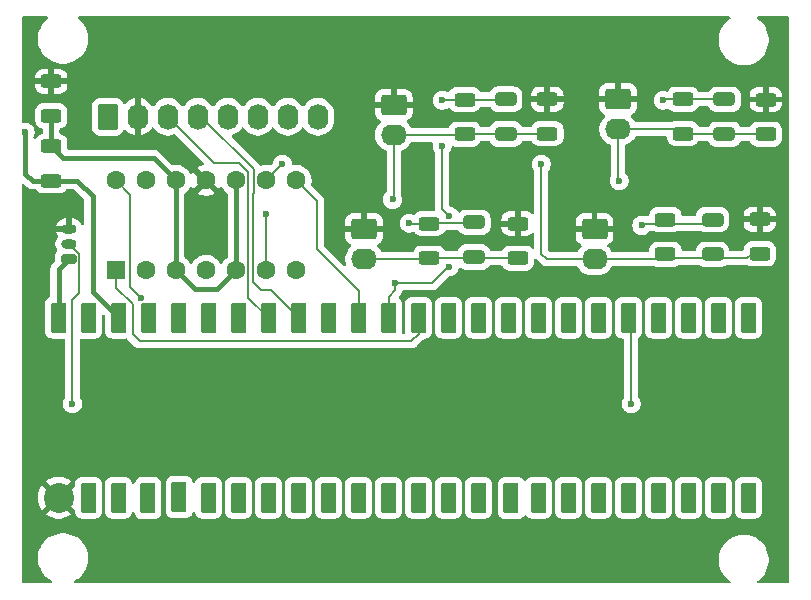
<source format=gtl>
G04 #@! TF.GenerationSoftware,KiCad,Pcbnew,9.0.2*
G04 #@! TF.CreationDate,2025-07-30T12:20:49-07:00*
G04 #@! TF.ProjectId,fsrPrototype3,66737250-726f-4746-9f74-797065332e6b,rev?*
G04 #@! TF.SameCoordinates,Original*
G04 #@! TF.FileFunction,Copper,L1,Top*
G04 #@! TF.FilePolarity,Positive*
%FSLAX46Y46*%
G04 Gerber Fmt 4.6, Leading zero omitted, Abs format (unit mm)*
G04 Created by KiCad (PCBNEW 9.0.2) date 2025-07-30 12:20:49*
%MOMM*%
%LPD*%
G01*
G04 APERTURE LIST*
G04 Aperture macros list*
%AMRoundRect*
0 Rectangle with rounded corners*
0 $1 Rounding radius*
0 $2 $3 $4 $5 $6 $7 $8 $9 X,Y pos of 4 corners*
0 Add a 4 corners polygon primitive as box body*
4,1,4,$2,$3,$4,$5,$6,$7,$8,$9,$2,$3,0*
0 Add four circle primitives for the rounded corners*
1,1,$1+$1,$2,$3*
1,1,$1+$1,$4,$5*
1,1,$1+$1,$6,$7*
1,1,$1+$1,$8,$9*
0 Add four rect primitives between the rounded corners*
20,1,$1+$1,$2,$3,$4,$5,0*
20,1,$1+$1,$4,$5,$6,$7,0*
20,1,$1+$1,$6,$7,$8,$9,0*
20,1,$1+$1,$8,$9,$2,$3,0*%
G04 Aperture macros list end*
G04 #@! TA.AperFunction,SMDPad,CuDef*
%ADD10RoundRect,0.250000X0.625000X-0.312500X0.625000X0.312500X-0.625000X0.312500X-0.625000X-0.312500X0*%
G04 #@! TD*
G04 #@! TA.AperFunction,SMDPad,CuDef*
%ADD11RoundRect,0.250000X-0.625000X0.312500X-0.625000X-0.312500X0.625000X-0.312500X0.625000X0.312500X0*%
G04 #@! TD*
G04 #@! TA.AperFunction,ComponentPad*
%ADD12C,2.540000*%
G04 #@! TD*
G04 #@! TA.AperFunction,ComponentPad*
%ADD13RoundRect,0.095250X0.539750X-1.174750X0.539750X1.174750X-0.539750X1.174750X-0.539750X-1.174750X0*%
G04 #@! TD*
G04 #@! TA.AperFunction,SMDPad,CuDef*
%ADD14RoundRect,0.250000X0.650000X-0.325000X0.650000X0.325000X-0.650000X0.325000X-0.650000X-0.325000X0*%
G04 #@! TD*
G04 #@! TA.AperFunction,ComponentPad*
%ADD15RoundRect,0.250000X-0.620000X-0.845000X0.620000X-0.845000X0.620000X0.845000X-0.620000X0.845000X0*%
G04 #@! TD*
G04 #@! TA.AperFunction,ComponentPad*
%ADD16O,1.740000X2.190000*%
G04 #@! TD*
G04 #@! TA.AperFunction,ComponentPad*
%ADD17RoundRect,0.250000X-0.845000X0.620000X-0.845000X-0.620000X0.845000X-0.620000X0.845000X0.620000X0*%
G04 #@! TD*
G04 #@! TA.AperFunction,ComponentPad*
%ADD18O,2.190000X1.740000*%
G04 #@! TD*
G04 #@! TA.AperFunction,ComponentPad*
%ADD19RoundRect,0.250000X0.550000X-0.550000X0.550000X0.550000X-0.550000X0.550000X-0.550000X-0.550000X0*%
G04 #@! TD*
G04 #@! TA.AperFunction,ComponentPad*
%ADD20C,1.600000*%
G04 #@! TD*
G04 #@! TA.AperFunction,ComponentPad*
%ADD21RoundRect,0.200000X0.450000X-0.200000X0.450000X0.200000X-0.450000X0.200000X-0.450000X-0.200000X0*%
G04 #@! TD*
G04 #@! TA.AperFunction,ComponentPad*
%ADD22O,1.300000X0.800000*%
G04 #@! TD*
G04 #@! TA.AperFunction,ViaPad*
%ADD23C,0.600000*%
G04 #@! TD*
G04 #@! TA.AperFunction,Conductor*
%ADD24C,0.200000*%
G04 #@! TD*
G04 #@! TA.AperFunction,Conductor*
%ADD25C,0.400000*%
G04 #@! TD*
G04 APERTURE END LIST*
D10*
X82000000Y-51500000D03*
X82000000Y-54425000D03*
D11*
X121500000Y-60962500D03*
X121500000Y-58037500D03*
D12*
X82620000Y-81240000D03*
D13*
X85160000Y-81240000D03*
X87700000Y-81240000D03*
X90197920Y-81287039D03*
X92830347Y-81196266D03*
X95320000Y-81240000D03*
X97860000Y-81240000D03*
X100400000Y-81240000D03*
X102940000Y-81240000D03*
X105480000Y-81240000D03*
X108020000Y-81240000D03*
X110560000Y-81240000D03*
X113100000Y-81240000D03*
X115640000Y-81240000D03*
X118180000Y-81240000D03*
X120970080Y-81287039D03*
X123260000Y-81240000D03*
X125800000Y-81240000D03*
X128340000Y-81240000D03*
X130880000Y-81240000D03*
X133420000Y-81240000D03*
X135960000Y-81240000D03*
X138500000Y-81240000D03*
X141040000Y-81240000D03*
X141040000Y-66000000D03*
X138500000Y-66000000D03*
X135960000Y-66000000D03*
X133420000Y-66000000D03*
X130880000Y-66000000D03*
X128340000Y-66000000D03*
X125800000Y-66000000D03*
X123260000Y-66000000D03*
X120720000Y-66000000D03*
X118180000Y-66000000D03*
X115640000Y-66000000D03*
X113100000Y-66000000D03*
X110560000Y-66000000D03*
X108020000Y-66000000D03*
X105480000Y-66000000D03*
X102940000Y-66000000D03*
X100400000Y-66000000D03*
X97860000Y-66000000D03*
X95320000Y-66000000D03*
X92780000Y-66000000D03*
X90240000Y-66000000D03*
X87700000Y-66000000D03*
X85160000Y-66000000D03*
X82620000Y-66000000D03*
D14*
X117800000Y-60875000D03*
X117800000Y-57925000D03*
X120500000Y-50450000D03*
X120500000Y-47500000D03*
D10*
X114000000Y-60962500D03*
X114000000Y-58037500D03*
D14*
X138000000Y-60650000D03*
X138000000Y-57700000D03*
D10*
X117000000Y-50462500D03*
X117000000Y-47537500D03*
D11*
X142000000Y-57675000D03*
X142000000Y-60600000D03*
D10*
X134000000Y-60637500D03*
X134000000Y-57712500D03*
D11*
X124000000Y-47500000D03*
X124000000Y-50425000D03*
D15*
X86800000Y-49000000D03*
D16*
X89340000Y-49000000D03*
X91880000Y-49000000D03*
X94420000Y-49000000D03*
X96960000Y-49000000D03*
X99500000Y-49000000D03*
X102040000Y-49000000D03*
X104580000Y-49000000D03*
D17*
X111000000Y-48000000D03*
D18*
X111000000Y-50540000D03*
D17*
X130000000Y-47500000D03*
D18*
X130000000Y-50040000D03*
D10*
X135500000Y-50425000D03*
X135500000Y-47500000D03*
X82000000Y-48925000D03*
X82000000Y-46000000D03*
D11*
X142500000Y-47537500D03*
X142500000Y-50462500D03*
D19*
X87500000Y-62000000D03*
D20*
X90040000Y-62000000D03*
X92580000Y-62000000D03*
X95120000Y-62000000D03*
X97660000Y-62000000D03*
X100200000Y-62000000D03*
X102740000Y-62000000D03*
X102740000Y-54380000D03*
X100200000Y-54380000D03*
X97660000Y-54380000D03*
X95120000Y-54380000D03*
X92580000Y-54380000D03*
X90040000Y-54380000D03*
X87500000Y-54380000D03*
D17*
X128000000Y-58500000D03*
D18*
X128000000Y-61040000D03*
D14*
X139000000Y-50475000D03*
X139000000Y-47525000D03*
D17*
X108500000Y-58500000D03*
D18*
X108500000Y-61040000D03*
D21*
X83500000Y-61000000D03*
D22*
X83500000Y-59750000D03*
X83500000Y-58500000D03*
D23*
X112300000Y-58000000D03*
X110900000Y-56000000D03*
X100200000Y-57200000D03*
X115100000Y-47600000D03*
X115100000Y-51500000D03*
X115700000Y-57400000D03*
X111100000Y-63100000D03*
X115700000Y-61700000D03*
X123500000Y-53000000D03*
X101580000Y-53000000D03*
X132000000Y-58200000D03*
X133800000Y-47600000D03*
X89593834Y-64313936D03*
X130100000Y-54400000D03*
X79800000Y-50300000D03*
X83800000Y-73300000D03*
X131100000Y-73300000D03*
D24*
X133900000Y-47500000D02*
X133800000Y-47600000D01*
X135500000Y-47500000D02*
X133900000Y-47500000D01*
X137662500Y-58037500D02*
X138000000Y-57700000D01*
X132162500Y-58037500D02*
X137662500Y-58037500D01*
X132000000Y-58200000D02*
X132162500Y-58037500D01*
X141325000Y-60600000D02*
X142000000Y-60600000D01*
X140950000Y-60975000D02*
X141325000Y-60600000D01*
X137500000Y-60975000D02*
X140950000Y-60975000D01*
X134000000Y-60962500D02*
X137487500Y-60962500D01*
X133922500Y-61040000D02*
X134000000Y-60962500D01*
X128000000Y-61040000D02*
X133922500Y-61040000D01*
X137487500Y-60962500D02*
X137500000Y-60975000D01*
X113100000Y-67400000D02*
X113100000Y-66000000D01*
X88900000Y-67400000D02*
X89500000Y-68000000D01*
X112500000Y-68000000D02*
X113100000Y-67400000D01*
X87500000Y-63461500D02*
X88900000Y-64861500D01*
X88900000Y-64861500D02*
X88900000Y-67400000D01*
X87500000Y-62000000D02*
X87500000Y-63461500D01*
X89500000Y-68000000D02*
X112500000Y-68000000D01*
X88700000Y-63420102D02*
X88700000Y-55580000D01*
X88700000Y-55580000D02*
X87500000Y-54380000D01*
X89593834Y-64313936D02*
X88700000Y-63420102D01*
D25*
X90700000Y-52500000D02*
X92580000Y-54380000D01*
X83000000Y-52500000D02*
X90700000Y-52500000D01*
X82000000Y-51500000D02*
X83000000Y-52500000D01*
D24*
X114012500Y-58025000D02*
X114000000Y-58037500D01*
X117500000Y-58025000D02*
X114012500Y-58025000D01*
X112537500Y-58037500D02*
X114000000Y-58037500D01*
X112500000Y-58000000D02*
X112537500Y-58037500D01*
X112300000Y-58000000D02*
X112500000Y-58000000D01*
X114462500Y-60962500D02*
X114475000Y-60975000D01*
X117500000Y-60975000D02*
X120987500Y-60975000D01*
X114000000Y-60962500D02*
X114462500Y-60962500D01*
X114475000Y-60975000D02*
X117500000Y-60975000D01*
X108500000Y-61040000D02*
X113922500Y-61040000D01*
X113922500Y-61040000D02*
X114000000Y-60962500D01*
X120987500Y-60975000D02*
X121000000Y-60962500D01*
X120500000Y-50450000D02*
X123975000Y-50450000D01*
X110900000Y-56000000D02*
X111000000Y-55900000D01*
X120487500Y-50462500D02*
X120500000Y-50450000D01*
X111000000Y-50540000D02*
X116922500Y-50540000D01*
X100200000Y-57200000D02*
X100200000Y-62000000D01*
X117000000Y-50462500D02*
X120487500Y-50462500D01*
X111000000Y-55900000D02*
X111000000Y-50540000D01*
X123975000Y-50450000D02*
X124000000Y-50425000D01*
X115500000Y-61800000D02*
X114200000Y-63100000D01*
X111100000Y-63100000D02*
X111100000Y-63700000D01*
X110560000Y-64240000D02*
X110560000Y-66000000D01*
X111100000Y-63700000D02*
X110560000Y-64240000D01*
X120462500Y-47537500D02*
X120500000Y-47500000D01*
X115600000Y-61800000D02*
X115500000Y-61800000D01*
X117000000Y-47537500D02*
X115162500Y-47537500D01*
X115700000Y-57400000D02*
X115100000Y-56800000D01*
X114200000Y-63100000D02*
X111100000Y-63100000D01*
X117000000Y-47537500D02*
X120462500Y-47537500D01*
X115700000Y-61700000D02*
X115600000Y-61800000D01*
X115162500Y-47537500D02*
X115100000Y-47600000D01*
X115100000Y-56800000D02*
X115100000Y-51500000D01*
X100200000Y-54380000D02*
X101580000Y-53000000D01*
X123940000Y-61040000D02*
X128000000Y-61040000D01*
X123500000Y-60600000D02*
X123940000Y-61040000D01*
X123500000Y-53000000D02*
X123500000Y-60600000D01*
X104500000Y-56140000D02*
X104500000Y-60200000D01*
X108020000Y-63720000D02*
X108020000Y-66000000D01*
X104500000Y-60200000D02*
X108020000Y-63720000D01*
X102740000Y-54380000D02*
X104500000Y-56140000D01*
X138975000Y-47500000D02*
X139000000Y-47525000D01*
X135500000Y-47500000D02*
X138975000Y-47500000D01*
X130000000Y-50040000D02*
X135115000Y-50040000D01*
X135115000Y-50040000D02*
X135500000Y-50425000D01*
X139475000Y-50475000D02*
X139487500Y-50462500D01*
X139000000Y-50475000D02*
X138950000Y-50425000D01*
X138950000Y-50425000D02*
X135500000Y-50425000D01*
X130000000Y-50040000D02*
X130000000Y-54300000D01*
X139000000Y-50475000D02*
X139475000Y-50475000D01*
X139487500Y-50462500D02*
X142500000Y-50462500D01*
X130000000Y-54300000D02*
X130100000Y-54400000D01*
X100640000Y-63700000D02*
X102940000Y-66000000D01*
X94420000Y-49000000D02*
X94700000Y-49000000D01*
X99128000Y-55428000D02*
X99100000Y-55456000D01*
X99128000Y-53428000D02*
X99128000Y-55428000D01*
X94700000Y-49000000D02*
X99128000Y-53428000D01*
X99100000Y-55456000D02*
X99100000Y-63000000D01*
X99800000Y-63700000D02*
X100640000Y-63700000D01*
X99100000Y-63000000D02*
X99800000Y-63700000D01*
X98700000Y-53700000D02*
X98700000Y-64300000D01*
X95780000Y-52900000D02*
X97900000Y-52900000D01*
X98700000Y-64300000D02*
X100400000Y-66000000D01*
X97900000Y-52900000D02*
X98700000Y-53700000D01*
X91880000Y-49000000D02*
X95780000Y-52900000D01*
D25*
X80425000Y-54425000D02*
X82000000Y-54425000D01*
X84212500Y-54425000D02*
X82000000Y-54425000D01*
X79800000Y-50300000D02*
X79800000Y-53800000D01*
X87700000Y-66000000D02*
X85500000Y-63800000D01*
X85500000Y-63800000D02*
X85500000Y-55712500D01*
X79800000Y-53800000D02*
X80425000Y-54425000D01*
X85500000Y-55712500D02*
X84212500Y-54425000D01*
D24*
X83800000Y-64500000D02*
X83800000Y-73300000D01*
X83510824Y-59750000D02*
X84378000Y-60617176D01*
X131100000Y-66220000D02*
X130880000Y-66000000D01*
X84378000Y-63922000D02*
X83800000Y-64500000D01*
X83500000Y-59750000D02*
X83510824Y-59750000D01*
X84378000Y-60617176D02*
X84378000Y-63922000D01*
X131100000Y-73300000D02*
X131100000Y-66220000D01*
D25*
X83500000Y-61000000D02*
X82620000Y-61880000D01*
X82620000Y-61880000D02*
X82620000Y-66000000D01*
X94180000Y-63600000D02*
X96060000Y-63600000D01*
X97660000Y-54380000D02*
X97660000Y-62000000D01*
X92580000Y-54380000D02*
X92580000Y-62000000D01*
X92580000Y-62000000D02*
X94180000Y-63600000D01*
X82000000Y-51500000D02*
X82000000Y-48925000D01*
X96060000Y-63600000D02*
X97660000Y-62000000D01*
G04 #@! TA.AperFunction,Conductor*
G36*
X81671840Y-40520185D02*
G01*
X81717595Y-40572989D01*
X81727539Y-40642147D01*
X81698514Y-40705703D01*
X81680288Y-40722875D01*
X81599750Y-40784674D01*
X81403322Y-40981102D01*
X81234211Y-41201489D01*
X81095317Y-41442062D01*
X81095313Y-41442072D01*
X80989008Y-41698714D01*
X80917110Y-41967041D01*
X80880853Y-42242445D01*
X80880852Y-42242462D01*
X80880852Y-42520241D01*
X80880853Y-42520258D01*
X80917110Y-42795662D01*
X80989008Y-43063989D01*
X81095313Y-43320631D01*
X81095317Y-43320641D01*
X81234211Y-43561214D01*
X81403322Y-43781601D01*
X81403330Y-43781610D01*
X81599742Y-43978022D01*
X81599750Y-43978029D01*
X81820137Y-44147140D01*
X82060710Y-44286034D01*
X82060711Y-44286034D01*
X82060714Y-44286036D01*
X82317361Y-44392343D01*
X82585688Y-44464241D01*
X82861104Y-44500500D01*
X82861111Y-44500500D01*
X83138889Y-44500500D01*
X83138896Y-44500500D01*
X83414312Y-44464241D01*
X83682639Y-44392343D01*
X83939286Y-44286036D01*
X84179862Y-44147140D01*
X84400249Y-43978030D01*
X84400253Y-43978025D01*
X84400258Y-43978022D01*
X84596670Y-43781610D01*
X84596673Y-43781605D01*
X84596678Y-43781601D01*
X84765788Y-43561214D01*
X84904684Y-43320638D01*
X85010991Y-43063991D01*
X85082889Y-42795664D01*
X85119148Y-42520248D01*
X85119148Y-42242456D01*
X85082889Y-41967040D01*
X85010991Y-41698713D01*
X84904684Y-41442066D01*
X84850559Y-41348318D01*
X84765788Y-41201489D01*
X84596677Y-40981102D01*
X84596670Y-40981094D01*
X84400258Y-40784682D01*
X84400249Y-40784674D01*
X84319712Y-40722875D01*
X84278509Y-40666447D01*
X84274355Y-40596701D01*
X84308568Y-40535781D01*
X84370286Y-40503029D01*
X84395199Y-40500500D01*
X139393516Y-40500500D01*
X139460555Y-40520185D01*
X139506310Y-40572989D01*
X139516254Y-40642147D01*
X139487229Y-40705703D01*
X139455518Y-40731886D01*
X139451489Y-40734211D01*
X139231102Y-40903322D01*
X139034674Y-41099750D01*
X138865563Y-41320137D01*
X138726669Y-41560710D01*
X138726665Y-41560720D01*
X138620360Y-41817362D01*
X138548462Y-42085689D01*
X138512205Y-42361093D01*
X138512204Y-42361110D01*
X138512204Y-42638889D01*
X138512205Y-42638906D01*
X138548462Y-42914310D01*
X138620360Y-43182637D01*
X138726665Y-43439279D01*
X138726669Y-43439289D01*
X138865563Y-43679862D01*
X139034674Y-43900249D01*
X139034682Y-43900258D01*
X139231094Y-44096670D01*
X139231102Y-44096677D01*
X139451489Y-44265788D01*
X139692062Y-44404682D01*
X139692063Y-44404682D01*
X139692066Y-44404684D01*
X139948713Y-44510991D01*
X140217040Y-44582889D01*
X140492456Y-44619148D01*
X140492463Y-44619148D01*
X140770241Y-44619148D01*
X140770248Y-44619148D01*
X141045664Y-44582889D01*
X141313991Y-44510991D01*
X141570638Y-44404684D01*
X141811214Y-44265788D01*
X142031601Y-44096678D01*
X142031605Y-44096673D01*
X142031610Y-44096670D01*
X142228022Y-43900258D01*
X142228025Y-43900253D01*
X142228030Y-43900249D01*
X142397140Y-43679862D01*
X142536036Y-43439286D01*
X142642343Y-43182639D01*
X142714241Y-42914312D01*
X142750500Y-42638896D01*
X142750500Y-42361104D01*
X142714241Y-42085688D01*
X142642343Y-41817361D01*
X142536036Y-41560714D01*
X142481911Y-41466966D01*
X142397140Y-41320137D01*
X142228029Y-41099750D01*
X142228022Y-41099742D01*
X142031610Y-40903330D01*
X142031601Y-40903322D01*
X141811214Y-40734211D01*
X141807186Y-40731886D01*
X141758971Y-40681318D01*
X141745750Y-40612711D01*
X141771719Y-40547846D01*
X141828634Y-40507319D01*
X141869188Y-40500500D01*
X144375500Y-40500500D01*
X144442539Y-40520185D01*
X144488294Y-40572989D01*
X144499500Y-40624500D01*
X144499500Y-88375500D01*
X144479815Y-88442539D01*
X144427011Y-88488294D01*
X144375500Y-88499500D01*
X141869188Y-88499500D01*
X141802149Y-88479815D01*
X141756394Y-88427011D01*
X141746450Y-88357853D01*
X141775475Y-88294297D01*
X141807186Y-88268114D01*
X141811214Y-88265788D01*
X142031601Y-88096678D01*
X142031605Y-88096673D01*
X142031610Y-88096670D01*
X142228022Y-87900258D01*
X142228025Y-87900253D01*
X142228030Y-87900249D01*
X142397140Y-87679862D01*
X142536036Y-87439286D01*
X142642343Y-87182639D01*
X142714241Y-86914312D01*
X142750500Y-86638896D01*
X142750500Y-86361104D01*
X142714241Y-86085688D01*
X142642343Y-85817361D01*
X142536036Y-85560714D01*
X142481911Y-85466966D01*
X142397140Y-85320137D01*
X142228029Y-85099750D01*
X142228022Y-85099742D01*
X142031610Y-84903330D01*
X142031601Y-84903322D01*
X141811214Y-84734211D01*
X141570641Y-84595317D01*
X141570631Y-84595313D01*
X141313989Y-84489008D01*
X141045662Y-84417110D01*
X140770258Y-84380853D01*
X140770253Y-84380852D01*
X140770248Y-84380852D01*
X140492456Y-84380852D01*
X140492450Y-84380852D01*
X140492445Y-84380853D01*
X140217041Y-84417110D01*
X139948714Y-84489008D01*
X139692072Y-84595313D01*
X139692062Y-84595317D01*
X139451489Y-84734211D01*
X139231102Y-84903322D01*
X139034674Y-85099750D01*
X138865563Y-85320137D01*
X138726669Y-85560710D01*
X138726665Y-85560720D01*
X138620360Y-85817362D01*
X138548462Y-86085689D01*
X138512205Y-86361093D01*
X138512204Y-86361110D01*
X138512204Y-86638889D01*
X138512205Y-86638906D01*
X138548462Y-86914310D01*
X138620360Y-87182637D01*
X138726665Y-87439279D01*
X138726669Y-87439289D01*
X138865563Y-87679862D01*
X139034674Y-87900249D01*
X139034682Y-87900258D01*
X139231094Y-88096670D01*
X139231102Y-88096677D01*
X139451489Y-88265788D01*
X139455518Y-88268114D01*
X139503733Y-88318682D01*
X139516954Y-88387289D01*
X139490985Y-88452154D01*
X139434070Y-88492681D01*
X139393516Y-88499500D01*
X84032330Y-88499500D01*
X83965291Y-88479815D01*
X83919536Y-88427011D01*
X83909592Y-88357853D01*
X83938617Y-88294297D01*
X83970330Y-88268113D01*
X84179862Y-88147140D01*
X84245635Y-88096670D01*
X84400249Y-87978030D01*
X84400253Y-87978025D01*
X84400258Y-87978022D01*
X84596670Y-87781610D01*
X84596673Y-87781605D01*
X84596678Y-87781601D01*
X84765788Y-87561214D01*
X84904684Y-87320638D01*
X85010991Y-87063991D01*
X85082889Y-86795664D01*
X85119148Y-86520248D01*
X85119148Y-86242456D01*
X85082889Y-85967040D01*
X85010991Y-85698713D01*
X84904684Y-85442066D01*
X84850559Y-85348318D01*
X84765788Y-85201489D01*
X84596677Y-84981102D01*
X84596670Y-84981094D01*
X84400258Y-84784682D01*
X84400249Y-84784674D01*
X84179862Y-84615563D01*
X83939289Y-84476669D01*
X83939279Y-84476665D01*
X83682637Y-84370360D01*
X83414310Y-84298462D01*
X83138906Y-84262205D01*
X83138901Y-84262204D01*
X83138896Y-84262204D01*
X82861104Y-84262204D01*
X82861098Y-84262204D01*
X82861093Y-84262205D01*
X82585689Y-84298462D01*
X82317362Y-84370360D01*
X82060720Y-84476665D01*
X82060710Y-84476669D01*
X81820137Y-84615563D01*
X81599750Y-84784674D01*
X81403322Y-84981102D01*
X81234211Y-85201489D01*
X81095317Y-85442062D01*
X81095313Y-85442072D01*
X80989008Y-85698714D01*
X80917110Y-85967041D01*
X80880853Y-86242445D01*
X80880852Y-86242462D01*
X80880852Y-86520241D01*
X80880853Y-86520258D01*
X80917110Y-86795662D01*
X80989008Y-87063989D01*
X81095313Y-87320631D01*
X81095317Y-87320641D01*
X81234211Y-87561214D01*
X81403322Y-87781601D01*
X81403330Y-87781610D01*
X81599742Y-87978022D01*
X81599750Y-87978029D01*
X81820137Y-88147140D01*
X82029670Y-88268113D01*
X82077885Y-88318680D01*
X82091109Y-88387287D01*
X82065141Y-88452151D01*
X82008227Y-88492680D01*
X81967670Y-88499500D01*
X79624500Y-88499500D01*
X79557461Y-88479815D01*
X79511706Y-88427011D01*
X79500500Y-88375500D01*
X79500500Y-81123994D01*
X80850000Y-81123994D01*
X80850000Y-81356005D01*
X80850001Y-81356022D01*
X80880283Y-81586040D01*
X80880286Y-81586053D01*
X80940336Y-81810167D01*
X81029124Y-82024521D01*
X81029132Y-82024538D01*
X81145136Y-82225461D01*
X81145142Y-82225469D01*
X81204117Y-82302327D01*
X82177861Y-81328584D01*
X82200667Y-81413694D01*
X82259910Y-81516306D01*
X82343694Y-81600090D01*
X82446306Y-81659333D01*
X82531415Y-81682138D01*
X81557671Y-82655881D01*
X81634530Y-82714857D01*
X81634538Y-82714863D01*
X81835461Y-82830867D01*
X81835478Y-82830875D01*
X82049832Y-82919663D01*
X82273946Y-82979713D01*
X82273959Y-82979716D01*
X82503977Y-83009998D01*
X82503995Y-83010000D01*
X82736005Y-83010000D01*
X82736022Y-83009998D01*
X82966040Y-82979716D01*
X82966053Y-82979713D01*
X83190167Y-82919663D01*
X83404521Y-82830875D01*
X83404538Y-82830867D01*
X83605475Y-82714855D01*
X83682327Y-82655883D01*
X83682327Y-82655880D01*
X82708584Y-81682138D01*
X82793694Y-81659333D01*
X82896306Y-81600090D01*
X82980090Y-81516306D01*
X83039333Y-81413694D01*
X83062138Y-81328584D01*
X83988181Y-82254627D01*
X84021666Y-82315950D01*
X84024500Y-82342308D01*
X84024500Y-82453807D01*
X84039834Y-82570271D01*
X84039835Y-82570275D01*
X84099861Y-82715194D01*
X84099863Y-82715197D01*
X84195355Y-82839643D01*
X84195356Y-82839644D01*
X84319802Y-82935136D01*
X84319805Y-82935138D01*
X84396161Y-82966765D01*
X84464728Y-82995166D01*
X84581200Y-83010500D01*
X84581207Y-83010500D01*
X85738793Y-83010500D01*
X85738800Y-83010500D01*
X85855272Y-82995166D01*
X86000196Y-82935137D01*
X86124644Y-82839644D01*
X86220137Y-82715196D01*
X86220278Y-82714857D01*
X86244706Y-82655880D01*
X86280166Y-82570272D01*
X86295500Y-82453800D01*
X86295500Y-80026200D01*
X86295499Y-80026192D01*
X86564500Y-80026192D01*
X86564500Y-82453807D01*
X86579834Y-82570271D01*
X86579835Y-82570275D01*
X86639861Y-82715194D01*
X86639863Y-82715197D01*
X86735355Y-82839643D01*
X86735356Y-82839644D01*
X86859802Y-82935136D01*
X86859805Y-82935138D01*
X86936161Y-82966765D01*
X87004728Y-82995166D01*
X87121200Y-83010500D01*
X87121207Y-83010500D01*
X88278793Y-83010500D01*
X88278800Y-83010500D01*
X88395272Y-82995166D01*
X88540196Y-82935137D01*
X88664644Y-82839644D01*
X88760137Y-82715196D01*
X88760278Y-82714857D01*
X88784706Y-82655880D01*
X88820166Y-82570272D01*
X88822925Y-82549317D01*
X88851189Y-82485423D01*
X88909513Y-82446951D01*
X88979378Y-82446118D01*
X89038602Y-82483189D01*
X89068382Y-82546395D01*
X89068802Y-82549317D01*
X89077754Y-82617309D01*
X89077755Y-82617314D01*
X89137781Y-82762233D01*
X89137783Y-82762236D01*
X89233275Y-82886682D01*
X89233276Y-82886683D01*
X89357722Y-82982175D01*
X89357725Y-82982177D01*
X89449110Y-83020029D01*
X89502648Y-83042205D01*
X89619120Y-83057539D01*
X89619127Y-83057539D01*
X90776713Y-83057539D01*
X90776720Y-83057539D01*
X90893192Y-83042205D01*
X91038116Y-82982176D01*
X91162564Y-82886683D01*
X91258057Y-82762235D01*
X91260484Y-82756377D01*
X91269144Y-82735466D01*
X91318086Y-82617311D01*
X91333420Y-82500839D01*
X91333420Y-80073239D01*
X91321468Y-79982458D01*
X91694847Y-79982458D01*
X91694847Y-82410073D01*
X91710181Y-82526537D01*
X91710182Y-82526541D01*
X91770208Y-82671460D01*
X91770210Y-82671463D01*
X91865702Y-82795909D01*
X91865703Y-82795910D01*
X91990149Y-82891402D01*
X91990152Y-82891404D01*
X92058377Y-82919663D01*
X92135075Y-82951432D01*
X92251547Y-82966766D01*
X92251554Y-82966766D01*
X93409140Y-82966766D01*
X93409147Y-82966766D01*
X93525619Y-82951432D01*
X93670543Y-82891403D01*
X93794991Y-82795910D01*
X93890484Y-82671462D01*
X93950513Y-82526538D01*
X93950514Y-82526524D01*
X93952484Y-82519176D01*
X93988846Y-82459514D01*
X94051691Y-82428981D01*
X94121067Y-82437272D01*
X94174948Y-82481754D01*
X94195200Y-82535076D01*
X94199834Y-82570271D01*
X94199835Y-82570275D01*
X94259861Y-82715194D01*
X94259863Y-82715197D01*
X94355355Y-82839643D01*
X94355356Y-82839644D01*
X94479802Y-82935136D01*
X94479805Y-82935138D01*
X94556161Y-82966765D01*
X94624728Y-82995166D01*
X94741200Y-83010500D01*
X94741207Y-83010500D01*
X95898793Y-83010500D01*
X95898800Y-83010500D01*
X96015272Y-82995166D01*
X96160196Y-82935137D01*
X96284644Y-82839644D01*
X96380137Y-82715196D01*
X96380278Y-82714857D01*
X96404706Y-82655880D01*
X96440166Y-82570272D01*
X96455500Y-82453800D01*
X96455500Y-80026200D01*
X96455499Y-80026192D01*
X96724500Y-80026192D01*
X96724500Y-82453807D01*
X96739834Y-82570271D01*
X96739835Y-82570275D01*
X96799861Y-82715194D01*
X96799863Y-82715197D01*
X96895355Y-82839643D01*
X96895356Y-82839644D01*
X97019802Y-82935136D01*
X97019805Y-82935138D01*
X97096161Y-82966765D01*
X97164728Y-82995166D01*
X97281200Y-83010500D01*
X97281207Y-83010500D01*
X98438793Y-83010500D01*
X98438800Y-83010500D01*
X98555272Y-82995166D01*
X98700196Y-82935137D01*
X98824644Y-82839644D01*
X98920137Y-82715196D01*
X98920278Y-82714857D01*
X98944706Y-82655880D01*
X98980166Y-82570272D01*
X98995500Y-82453800D01*
X98995500Y-80026200D01*
X98995499Y-80026192D01*
X99264500Y-80026192D01*
X99264500Y-82453807D01*
X99279834Y-82570271D01*
X99279835Y-82570275D01*
X99339861Y-82715194D01*
X99339863Y-82715197D01*
X99435355Y-82839643D01*
X99435356Y-82839644D01*
X99559802Y-82935136D01*
X99559805Y-82935138D01*
X99636161Y-82966765D01*
X99704728Y-82995166D01*
X99821200Y-83010500D01*
X99821207Y-83010500D01*
X100978793Y-83010500D01*
X100978800Y-83010500D01*
X101095272Y-82995166D01*
X101240196Y-82935137D01*
X101364644Y-82839644D01*
X101460137Y-82715196D01*
X101460278Y-82714857D01*
X101484706Y-82655880D01*
X101520166Y-82570272D01*
X101535500Y-82453800D01*
X101535500Y-80026200D01*
X101535499Y-80026192D01*
X101804500Y-80026192D01*
X101804500Y-82453807D01*
X101819834Y-82570271D01*
X101819835Y-82570275D01*
X101879861Y-82715194D01*
X101879863Y-82715197D01*
X101975355Y-82839643D01*
X101975356Y-82839644D01*
X102099802Y-82935136D01*
X102099805Y-82935138D01*
X102176161Y-82966765D01*
X102244728Y-82995166D01*
X102361200Y-83010500D01*
X102361207Y-83010500D01*
X103518793Y-83010500D01*
X103518800Y-83010500D01*
X103635272Y-82995166D01*
X103780196Y-82935137D01*
X103904644Y-82839644D01*
X104000137Y-82715196D01*
X104000278Y-82714857D01*
X104024706Y-82655880D01*
X104060166Y-82570272D01*
X104075500Y-82453800D01*
X104075500Y-80026200D01*
X104075499Y-80026192D01*
X104344500Y-80026192D01*
X104344500Y-82453807D01*
X104359834Y-82570271D01*
X104359835Y-82570275D01*
X104419861Y-82715194D01*
X104419863Y-82715197D01*
X104515355Y-82839643D01*
X104515356Y-82839644D01*
X104639802Y-82935136D01*
X104639805Y-82935138D01*
X104716161Y-82966765D01*
X104784728Y-82995166D01*
X104901200Y-83010500D01*
X104901207Y-83010500D01*
X106058793Y-83010500D01*
X106058800Y-83010500D01*
X106175272Y-82995166D01*
X106320196Y-82935137D01*
X106444644Y-82839644D01*
X106540137Y-82715196D01*
X106540278Y-82714857D01*
X106564706Y-82655880D01*
X106600166Y-82570272D01*
X106615500Y-82453800D01*
X106615500Y-80026200D01*
X106615499Y-80026192D01*
X106884500Y-80026192D01*
X106884500Y-82453807D01*
X106899834Y-82570271D01*
X106899835Y-82570275D01*
X106959861Y-82715194D01*
X106959863Y-82715197D01*
X107055355Y-82839643D01*
X107055356Y-82839644D01*
X107179802Y-82935136D01*
X107179805Y-82935138D01*
X107256161Y-82966765D01*
X107324728Y-82995166D01*
X107441200Y-83010500D01*
X107441207Y-83010500D01*
X108598793Y-83010500D01*
X108598800Y-83010500D01*
X108715272Y-82995166D01*
X108860196Y-82935137D01*
X108984644Y-82839644D01*
X109080137Y-82715196D01*
X109080278Y-82714857D01*
X109104706Y-82655880D01*
X109140166Y-82570272D01*
X109155500Y-82453800D01*
X109155500Y-80026200D01*
X109155499Y-80026192D01*
X109424500Y-80026192D01*
X109424500Y-82453807D01*
X109439834Y-82570271D01*
X109439835Y-82570275D01*
X109499861Y-82715194D01*
X109499863Y-82715197D01*
X109595355Y-82839643D01*
X109595356Y-82839644D01*
X109719802Y-82935136D01*
X109719805Y-82935138D01*
X109796161Y-82966765D01*
X109864728Y-82995166D01*
X109981200Y-83010500D01*
X109981207Y-83010500D01*
X111138793Y-83010500D01*
X111138800Y-83010500D01*
X111255272Y-82995166D01*
X111400196Y-82935137D01*
X111524644Y-82839644D01*
X111620137Y-82715196D01*
X111620278Y-82714857D01*
X111644706Y-82655880D01*
X111680166Y-82570272D01*
X111695500Y-82453800D01*
X111695500Y-80026200D01*
X111695499Y-80026192D01*
X111964500Y-80026192D01*
X111964500Y-82453807D01*
X111979834Y-82570271D01*
X111979835Y-82570275D01*
X112039861Y-82715194D01*
X112039863Y-82715197D01*
X112135355Y-82839643D01*
X112135356Y-82839644D01*
X112259802Y-82935136D01*
X112259805Y-82935138D01*
X112336161Y-82966765D01*
X112404728Y-82995166D01*
X112521200Y-83010500D01*
X112521207Y-83010500D01*
X113678793Y-83010500D01*
X113678800Y-83010500D01*
X113795272Y-82995166D01*
X113940196Y-82935137D01*
X114064644Y-82839644D01*
X114160137Y-82715196D01*
X114160278Y-82714857D01*
X114184706Y-82655880D01*
X114220166Y-82570272D01*
X114235500Y-82453800D01*
X114235500Y-80026200D01*
X114235499Y-80026192D01*
X114504500Y-80026192D01*
X114504500Y-82453807D01*
X114519834Y-82570271D01*
X114519835Y-82570275D01*
X114579861Y-82715194D01*
X114579863Y-82715197D01*
X114675355Y-82839643D01*
X114675356Y-82839644D01*
X114799802Y-82935136D01*
X114799805Y-82935138D01*
X114876161Y-82966765D01*
X114944728Y-82995166D01*
X115061200Y-83010500D01*
X115061207Y-83010500D01*
X116218793Y-83010500D01*
X116218800Y-83010500D01*
X116335272Y-82995166D01*
X116480196Y-82935137D01*
X116604644Y-82839644D01*
X116700137Y-82715196D01*
X116700278Y-82714857D01*
X116724706Y-82655880D01*
X116760166Y-82570272D01*
X116775500Y-82453800D01*
X116775500Y-80026200D01*
X116775499Y-80026192D01*
X117044500Y-80026192D01*
X117044500Y-82453807D01*
X117059834Y-82570271D01*
X117059835Y-82570275D01*
X117119861Y-82715194D01*
X117119863Y-82715197D01*
X117215355Y-82839643D01*
X117215356Y-82839644D01*
X117339802Y-82935136D01*
X117339805Y-82935138D01*
X117416161Y-82966765D01*
X117484728Y-82995166D01*
X117601200Y-83010500D01*
X117601207Y-83010500D01*
X118758793Y-83010500D01*
X118758800Y-83010500D01*
X118875272Y-82995166D01*
X119020196Y-82935137D01*
X119144644Y-82839644D01*
X119240137Y-82715196D01*
X119240278Y-82714857D01*
X119264706Y-82655880D01*
X119300166Y-82570272D01*
X119315500Y-82453800D01*
X119315500Y-80073231D01*
X119834580Y-80073231D01*
X119834580Y-82500846D01*
X119849914Y-82617310D01*
X119849915Y-82617314D01*
X119909941Y-82762233D01*
X119909943Y-82762236D01*
X120005435Y-82886682D01*
X120005436Y-82886683D01*
X120129882Y-82982175D01*
X120129885Y-82982177D01*
X120221270Y-83020029D01*
X120274808Y-83042205D01*
X120391280Y-83057539D01*
X120391287Y-83057539D01*
X121548873Y-83057539D01*
X121548880Y-83057539D01*
X121665352Y-83042205D01*
X121810276Y-82982176D01*
X121934724Y-82886683D01*
X122030217Y-82762235D01*
X122030218Y-82762232D01*
X122034711Y-82756377D01*
X122091139Y-82715174D01*
X122160885Y-82711019D01*
X122221805Y-82745231D01*
X122231452Y-82756363D01*
X122295356Y-82839644D01*
X122356657Y-82886682D01*
X122419802Y-82935136D01*
X122419805Y-82935138D01*
X122496161Y-82966765D01*
X122564728Y-82995166D01*
X122681200Y-83010500D01*
X122681207Y-83010500D01*
X123838793Y-83010500D01*
X123838800Y-83010500D01*
X123955272Y-82995166D01*
X124100196Y-82935137D01*
X124224644Y-82839644D01*
X124320137Y-82715196D01*
X124320278Y-82714857D01*
X124344706Y-82655880D01*
X124380166Y-82570272D01*
X124395500Y-82453800D01*
X124395500Y-80026200D01*
X124395499Y-80026192D01*
X124664500Y-80026192D01*
X124664500Y-82453807D01*
X124679834Y-82570271D01*
X124679835Y-82570275D01*
X124739861Y-82715194D01*
X124739863Y-82715197D01*
X124835355Y-82839643D01*
X124835356Y-82839644D01*
X124959802Y-82935136D01*
X124959805Y-82935138D01*
X125036161Y-82966765D01*
X125104728Y-82995166D01*
X125221200Y-83010500D01*
X125221207Y-83010500D01*
X126378793Y-83010500D01*
X126378800Y-83010500D01*
X126495272Y-82995166D01*
X126640196Y-82935137D01*
X126764644Y-82839644D01*
X126860137Y-82715196D01*
X126860278Y-82714857D01*
X126884706Y-82655880D01*
X126920166Y-82570272D01*
X126935500Y-82453800D01*
X126935500Y-80026200D01*
X126935499Y-80026192D01*
X127204500Y-80026192D01*
X127204500Y-82453807D01*
X127219834Y-82570271D01*
X127219835Y-82570275D01*
X127279861Y-82715194D01*
X127279863Y-82715197D01*
X127375355Y-82839643D01*
X127375356Y-82839644D01*
X127499802Y-82935136D01*
X127499805Y-82935138D01*
X127576161Y-82966765D01*
X127644728Y-82995166D01*
X127761200Y-83010500D01*
X127761207Y-83010500D01*
X128918793Y-83010500D01*
X128918800Y-83010500D01*
X129035272Y-82995166D01*
X129180196Y-82935137D01*
X129304644Y-82839644D01*
X129400137Y-82715196D01*
X129400278Y-82714857D01*
X129424706Y-82655880D01*
X129460166Y-82570272D01*
X129475500Y-82453800D01*
X129475500Y-80026200D01*
X129475499Y-80026192D01*
X129744500Y-80026192D01*
X129744500Y-82453807D01*
X129759834Y-82570271D01*
X129759835Y-82570275D01*
X129819861Y-82715194D01*
X129819863Y-82715197D01*
X129915355Y-82839643D01*
X129915356Y-82839644D01*
X130039802Y-82935136D01*
X130039805Y-82935138D01*
X130116161Y-82966765D01*
X130184728Y-82995166D01*
X130301200Y-83010500D01*
X130301207Y-83010500D01*
X131458793Y-83010500D01*
X131458800Y-83010500D01*
X131575272Y-82995166D01*
X131720196Y-82935137D01*
X131844644Y-82839644D01*
X131940137Y-82715196D01*
X131940278Y-82714857D01*
X131964706Y-82655880D01*
X132000166Y-82570272D01*
X132015500Y-82453800D01*
X132015500Y-80026200D01*
X132015499Y-80026192D01*
X132284500Y-80026192D01*
X132284500Y-82453807D01*
X132299834Y-82570271D01*
X132299835Y-82570275D01*
X132359861Y-82715194D01*
X132359863Y-82715197D01*
X132455355Y-82839643D01*
X132455356Y-82839644D01*
X132579802Y-82935136D01*
X132579805Y-82935138D01*
X132656161Y-82966765D01*
X132724728Y-82995166D01*
X132841200Y-83010500D01*
X132841207Y-83010500D01*
X133998793Y-83010500D01*
X133998800Y-83010500D01*
X134115272Y-82995166D01*
X134260196Y-82935137D01*
X134384644Y-82839644D01*
X134480137Y-82715196D01*
X134480278Y-82714857D01*
X134504706Y-82655880D01*
X134540166Y-82570272D01*
X134555500Y-82453800D01*
X134555500Y-80026200D01*
X134555499Y-80026192D01*
X134824500Y-80026192D01*
X134824500Y-82453807D01*
X134839834Y-82570271D01*
X134839835Y-82570275D01*
X134899861Y-82715194D01*
X134899863Y-82715197D01*
X134995355Y-82839643D01*
X134995356Y-82839644D01*
X135119802Y-82935136D01*
X135119805Y-82935138D01*
X135196161Y-82966765D01*
X135264728Y-82995166D01*
X135381200Y-83010500D01*
X135381207Y-83010500D01*
X136538793Y-83010500D01*
X136538800Y-83010500D01*
X136655272Y-82995166D01*
X136800196Y-82935137D01*
X136924644Y-82839644D01*
X137020137Y-82715196D01*
X137020278Y-82714857D01*
X137044706Y-82655880D01*
X137080166Y-82570272D01*
X137095500Y-82453800D01*
X137095500Y-80026200D01*
X137095499Y-80026192D01*
X137364500Y-80026192D01*
X137364500Y-82453807D01*
X137379834Y-82570271D01*
X137379835Y-82570275D01*
X137439861Y-82715194D01*
X137439863Y-82715197D01*
X137535355Y-82839643D01*
X137535356Y-82839644D01*
X137659802Y-82935136D01*
X137659805Y-82935138D01*
X137736161Y-82966765D01*
X137804728Y-82995166D01*
X137921200Y-83010500D01*
X137921207Y-83010500D01*
X139078793Y-83010500D01*
X139078800Y-83010500D01*
X139195272Y-82995166D01*
X139340196Y-82935137D01*
X139464644Y-82839644D01*
X139560137Y-82715196D01*
X139560278Y-82714857D01*
X139584706Y-82655880D01*
X139620166Y-82570272D01*
X139635500Y-82453800D01*
X139635500Y-80026200D01*
X139635499Y-80026192D01*
X139904500Y-80026192D01*
X139904500Y-82453807D01*
X139919834Y-82570271D01*
X139919835Y-82570275D01*
X139979861Y-82715194D01*
X139979863Y-82715197D01*
X140075355Y-82839643D01*
X140075356Y-82839644D01*
X140199802Y-82935136D01*
X140199805Y-82935138D01*
X140276161Y-82966765D01*
X140344728Y-82995166D01*
X140461200Y-83010500D01*
X140461207Y-83010500D01*
X141618793Y-83010500D01*
X141618800Y-83010500D01*
X141735272Y-82995166D01*
X141880196Y-82935137D01*
X142004644Y-82839644D01*
X142100137Y-82715196D01*
X142100278Y-82714857D01*
X142124706Y-82655880D01*
X142160166Y-82570272D01*
X142175500Y-82453800D01*
X142175500Y-80026200D01*
X142160166Y-79909728D01*
X142119630Y-79811865D01*
X142100138Y-79764805D01*
X142100136Y-79764802D01*
X142004644Y-79640356D01*
X142004643Y-79640355D01*
X141880197Y-79544863D01*
X141880194Y-79544861D01*
X141735275Y-79484835D01*
X141735273Y-79484834D01*
X141735272Y-79484834D01*
X141720713Y-79482917D01*
X141618807Y-79469500D01*
X141618800Y-79469500D01*
X140461200Y-79469500D01*
X140461192Y-79469500D01*
X140344728Y-79484834D01*
X140344724Y-79484835D01*
X140199805Y-79544861D01*
X140199802Y-79544863D01*
X140075356Y-79640355D01*
X140075355Y-79640356D01*
X139979863Y-79764802D01*
X139979861Y-79764805D01*
X139919835Y-79909724D01*
X139919834Y-79909728D01*
X139904500Y-80026192D01*
X139635499Y-80026192D01*
X139620166Y-79909728D01*
X139579630Y-79811865D01*
X139560138Y-79764805D01*
X139560136Y-79764802D01*
X139464644Y-79640356D01*
X139464643Y-79640355D01*
X139340197Y-79544863D01*
X139340194Y-79544861D01*
X139195275Y-79484835D01*
X139195273Y-79484834D01*
X139195272Y-79484834D01*
X139180713Y-79482917D01*
X139078807Y-79469500D01*
X139078800Y-79469500D01*
X137921200Y-79469500D01*
X137921192Y-79469500D01*
X137804728Y-79484834D01*
X137804724Y-79484835D01*
X137659805Y-79544861D01*
X137659802Y-79544863D01*
X137535356Y-79640355D01*
X137535355Y-79640356D01*
X137439863Y-79764802D01*
X137439861Y-79764805D01*
X137379835Y-79909724D01*
X137379834Y-79909728D01*
X137364500Y-80026192D01*
X137095499Y-80026192D01*
X137080166Y-79909728D01*
X137039630Y-79811865D01*
X137020138Y-79764805D01*
X137020136Y-79764802D01*
X136924644Y-79640356D01*
X136924643Y-79640355D01*
X136800197Y-79544863D01*
X136800194Y-79544861D01*
X136655275Y-79484835D01*
X136655273Y-79484834D01*
X136655272Y-79484834D01*
X136640713Y-79482917D01*
X136538807Y-79469500D01*
X136538800Y-79469500D01*
X135381200Y-79469500D01*
X135381192Y-79469500D01*
X135264728Y-79484834D01*
X135264724Y-79484835D01*
X135119805Y-79544861D01*
X135119802Y-79544863D01*
X134995356Y-79640355D01*
X134995355Y-79640356D01*
X134899863Y-79764802D01*
X134899861Y-79764805D01*
X134839835Y-79909724D01*
X134839834Y-79909728D01*
X134824500Y-80026192D01*
X134555499Y-80026192D01*
X134540166Y-79909728D01*
X134499630Y-79811865D01*
X134480138Y-79764805D01*
X134480136Y-79764802D01*
X134384644Y-79640356D01*
X134384643Y-79640355D01*
X134260197Y-79544863D01*
X134260194Y-79544861D01*
X134115275Y-79484835D01*
X134115273Y-79484834D01*
X134115272Y-79484834D01*
X134100713Y-79482917D01*
X133998807Y-79469500D01*
X133998800Y-79469500D01*
X132841200Y-79469500D01*
X132841192Y-79469500D01*
X132724728Y-79484834D01*
X132724724Y-79484835D01*
X132579805Y-79544861D01*
X132579802Y-79544863D01*
X132455356Y-79640355D01*
X132455355Y-79640356D01*
X132359863Y-79764802D01*
X132359861Y-79764805D01*
X132299835Y-79909724D01*
X132299834Y-79909728D01*
X132284500Y-80026192D01*
X132015499Y-80026192D01*
X132000166Y-79909728D01*
X131959630Y-79811865D01*
X131940138Y-79764805D01*
X131940136Y-79764802D01*
X131844644Y-79640356D01*
X131844643Y-79640355D01*
X131720197Y-79544863D01*
X131720194Y-79544861D01*
X131575275Y-79484835D01*
X131575273Y-79484834D01*
X131575272Y-79484834D01*
X131560713Y-79482917D01*
X131458807Y-79469500D01*
X131458800Y-79469500D01*
X130301200Y-79469500D01*
X130301192Y-79469500D01*
X130184728Y-79484834D01*
X130184724Y-79484835D01*
X130039805Y-79544861D01*
X130039802Y-79544863D01*
X129915356Y-79640355D01*
X129915355Y-79640356D01*
X129819863Y-79764802D01*
X129819861Y-79764805D01*
X129759835Y-79909724D01*
X129759834Y-79909728D01*
X129744500Y-80026192D01*
X129475499Y-80026192D01*
X129460166Y-79909728D01*
X129419630Y-79811865D01*
X129400138Y-79764805D01*
X129400136Y-79764802D01*
X129304644Y-79640356D01*
X129304643Y-79640355D01*
X129180197Y-79544863D01*
X129180194Y-79544861D01*
X129035275Y-79484835D01*
X129035273Y-79484834D01*
X129035272Y-79484834D01*
X129020713Y-79482917D01*
X128918807Y-79469500D01*
X128918800Y-79469500D01*
X127761200Y-79469500D01*
X127761192Y-79469500D01*
X127644728Y-79484834D01*
X127644724Y-79484835D01*
X127499805Y-79544861D01*
X127499802Y-79544863D01*
X127375356Y-79640355D01*
X127375355Y-79640356D01*
X127279863Y-79764802D01*
X127279861Y-79764805D01*
X127219835Y-79909724D01*
X127219834Y-79909728D01*
X127204500Y-80026192D01*
X126935499Y-80026192D01*
X126920166Y-79909728D01*
X126879630Y-79811865D01*
X126860138Y-79764805D01*
X126860136Y-79764802D01*
X126764644Y-79640356D01*
X126764643Y-79640355D01*
X126640197Y-79544863D01*
X126640194Y-79544861D01*
X126495275Y-79484835D01*
X126495273Y-79484834D01*
X126495272Y-79484834D01*
X126480713Y-79482917D01*
X126378807Y-79469500D01*
X126378800Y-79469500D01*
X125221200Y-79469500D01*
X125221192Y-79469500D01*
X125104728Y-79484834D01*
X125104724Y-79484835D01*
X124959805Y-79544861D01*
X124959802Y-79544863D01*
X124835356Y-79640355D01*
X124835355Y-79640356D01*
X124739863Y-79764802D01*
X124739861Y-79764805D01*
X124679835Y-79909724D01*
X124679834Y-79909728D01*
X124664500Y-80026192D01*
X124395499Y-80026192D01*
X124380166Y-79909728D01*
X124339630Y-79811865D01*
X124320138Y-79764805D01*
X124320136Y-79764802D01*
X124224644Y-79640356D01*
X124224643Y-79640355D01*
X124100197Y-79544863D01*
X124100194Y-79544861D01*
X123955275Y-79484835D01*
X123955273Y-79484834D01*
X123955272Y-79484834D01*
X123940713Y-79482917D01*
X123838807Y-79469500D01*
X123838800Y-79469500D01*
X122681200Y-79469500D01*
X122681192Y-79469500D01*
X122564728Y-79484834D01*
X122564724Y-79484835D01*
X122419805Y-79544861D01*
X122419802Y-79544863D01*
X122295356Y-79640355D01*
X122295355Y-79640356D01*
X122195367Y-79770662D01*
X122138939Y-79811865D01*
X122069193Y-79816019D01*
X122008273Y-79781806D01*
X121998617Y-79770662D01*
X121934724Y-79687395D01*
X121934723Y-79687394D01*
X121810277Y-79591902D01*
X121810274Y-79591900D01*
X121665355Y-79531874D01*
X121665353Y-79531873D01*
X121665352Y-79531873D01*
X121650793Y-79529956D01*
X121548887Y-79516539D01*
X121548880Y-79516539D01*
X120391280Y-79516539D01*
X120391272Y-79516539D01*
X120274808Y-79531873D01*
X120274804Y-79531874D01*
X120129885Y-79591900D01*
X120129882Y-79591902D01*
X120005436Y-79687394D01*
X120005435Y-79687395D01*
X119909943Y-79811841D01*
X119909941Y-79811844D01*
X119849915Y-79956763D01*
X119849914Y-79956767D01*
X119834580Y-80073231D01*
X119315500Y-80073231D01*
X119315500Y-80026200D01*
X119300166Y-79909728D01*
X119259630Y-79811865D01*
X119240138Y-79764805D01*
X119240136Y-79764802D01*
X119144644Y-79640356D01*
X119144643Y-79640355D01*
X119020197Y-79544863D01*
X119020194Y-79544861D01*
X118875275Y-79484835D01*
X118875273Y-79484834D01*
X118875272Y-79484834D01*
X118860713Y-79482917D01*
X118758807Y-79469500D01*
X118758800Y-79469500D01*
X117601200Y-79469500D01*
X117601192Y-79469500D01*
X117484728Y-79484834D01*
X117484724Y-79484835D01*
X117339805Y-79544861D01*
X117339802Y-79544863D01*
X117215356Y-79640355D01*
X117215355Y-79640356D01*
X117119863Y-79764802D01*
X117119861Y-79764805D01*
X117059835Y-79909724D01*
X117059834Y-79909728D01*
X117044500Y-80026192D01*
X116775499Y-80026192D01*
X116760166Y-79909728D01*
X116719630Y-79811865D01*
X116700138Y-79764805D01*
X116700136Y-79764802D01*
X116604644Y-79640356D01*
X116604643Y-79640355D01*
X116480197Y-79544863D01*
X116480194Y-79544861D01*
X116335275Y-79484835D01*
X116335273Y-79484834D01*
X116335272Y-79484834D01*
X116320713Y-79482917D01*
X116218807Y-79469500D01*
X116218800Y-79469500D01*
X115061200Y-79469500D01*
X115061192Y-79469500D01*
X114944728Y-79484834D01*
X114944724Y-79484835D01*
X114799805Y-79544861D01*
X114799802Y-79544863D01*
X114675356Y-79640355D01*
X114675355Y-79640356D01*
X114579863Y-79764802D01*
X114579861Y-79764805D01*
X114519835Y-79909724D01*
X114519834Y-79909728D01*
X114504500Y-80026192D01*
X114235499Y-80026192D01*
X114220166Y-79909728D01*
X114179630Y-79811865D01*
X114160138Y-79764805D01*
X114160136Y-79764802D01*
X114064644Y-79640356D01*
X114064643Y-79640355D01*
X113940197Y-79544863D01*
X113940194Y-79544861D01*
X113795275Y-79484835D01*
X113795273Y-79484834D01*
X113795272Y-79484834D01*
X113780713Y-79482917D01*
X113678807Y-79469500D01*
X113678800Y-79469500D01*
X112521200Y-79469500D01*
X112521192Y-79469500D01*
X112404728Y-79484834D01*
X112404724Y-79484835D01*
X112259805Y-79544861D01*
X112259802Y-79544863D01*
X112135356Y-79640355D01*
X112135355Y-79640356D01*
X112039863Y-79764802D01*
X112039861Y-79764805D01*
X111979835Y-79909724D01*
X111979834Y-79909728D01*
X111964500Y-80026192D01*
X111695499Y-80026192D01*
X111680166Y-79909728D01*
X111639630Y-79811865D01*
X111620138Y-79764805D01*
X111620136Y-79764802D01*
X111524644Y-79640356D01*
X111524643Y-79640355D01*
X111400197Y-79544863D01*
X111400194Y-79544861D01*
X111255275Y-79484835D01*
X111255273Y-79484834D01*
X111255272Y-79484834D01*
X111240713Y-79482917D01*
X111138807Y-79469500D01*
X111138800Y-79469500D01*
X109981200Y-79469500D01*
X109981192Y-79469500D01*
X109864728Y-79484834D01*
X109864724Y-79484835D01*
X109719805Y-79544861D01*
X109719802Y-79544863D01*
X109595356Y-79640355D01*
X109595355Y-79640356D01*
X109499863Y-79764802D01*
X109499861Y-79764805D01*
X109439835Y-79909724D01*
X109439834Y-79909728D01*
X109424500Y-80026192D01*
X109155499Y-80026192D01*
X109140166Y-79909728D01*
X109099630Y-79811865D01*
X109080138Y-79764805D01*
X109080136Y-79764802D01*
X108984644Y-79640356D01*
X108984643Y-79640355D01*
X108860197Y-79544863D01*
X108860194Y-79544861D01*
X108715275Y-79484835D01*
X108715273Y-79484834D01*
X108715272Y-79484834D01*
X108700713Y-79482917D01*
X108598807Y-79469500D01*
X108598800Y-79469500D01*
X107441200Y-79469500D01*
X107441192Y-79469500D01*
X107324728Y-79484834D01*
X107324724Y-79484835D01*
X107179805Y-79544861D01*
X107179802Y-79544863D01*
X107055356Y-79640355D01*
X107055355Y-79640356D01*
X106959863Y-79764802D01*
X106959861Y-79764805D01*
X106899835Y-79909724D01*
X106899834Y-79909728D01*
X106884500Y-80026192D01*
X106615499Y-80026192D01*
X106600166Y-79909728D01*
X106559630Y-79811865D01*
X106540138Y-79764805D01*
X106540136Y-79764802D01*
X106444644Y-79640356D01*
X106444643Y-79640355D01*
X106320197Y-79544863D01*
X106320194Y-79544861D01*
X106175275Y-79484835D01*
X106175273Y-79484834D01*
X106175272Y-79484834D01*
X106160713Y-79482917D01*
X106058807Y-79469500D01*
X106058800Y-79469500D01*
X104901200Y-79469500D01*
X104901192Y-79469500D01*
X104784728Y-79484834D01*
X104784724Y-79484835D01*
X104639805Y-79544861D01*
X104639802Y-79544863D01*
X104515356Y-79640355D01*
X104515355Y-79640356D01*
X104419863Y-79764802D01*
X104419861Y-79764805D01*
X104359835Y-79909724D01*
X104359834Y-79909728D01*
X104344500Y-80026192D01*
X104075499Y-80026192D01*
X104060166Y-79909728D01*
X104019630Y-79811865D01*
X104000138Y-79764805D01*
X104000136Y-79764802D01*
X103904644Y-79640356D01*
X103904643Y-79640355D01*
X103780197Y-79544863D01*
X103780194Y-79544861D01*
X103635275Y-79484835D01*
X103635273Y-79484834D01*
X103635272Y-79484834D01*
X103620713Y-79482917D01*
X103518807Y-79469500D01*
X103518800Y-79469500D01*
X102361200Y-79469500D01*
X102361192Y-79469500D01*
X102244728Y-79484834D01*
X102244724Y-79484835D01*
X102099805Y-79544861D01*
X102099802Y-79544863D01*
X101975356Y-79640355D01*
X101975355Y-79640356D01*
X101879863Y-79764802D01*
X101879861Y-79764805D01*
X101819835Y-79909724D01*
X101819834Y-79909728D01*
X101804500Y-80026192D01*
X101535499Y-80026192D01*
X101520166Y-79909728D01*
X101479630Y-79811865D01*
X101460138Y-79764805D01*
X101460136Y-79764802D01*
X101364644Y-79640356D01*
X101364643Y-79640355D01*
X101240197Y-79544863D01*
X101240194Y-79544861D01*
X101095275Y-79484835D01*
X101095273Y-79484834D01*
X101095272Y-79484834D01*
X101080713Y-79482917D01*
X100978807Y-79469500D01*
X100978800Y-79469500D01*
X99821200Y-79469500D01*
X99821192Y-79469500D01*
X99704728Y-79484834D01*
X99704724Y-79484835D01*
X99559805Y-79544861D01*
X99559802Y-79544863D01*
X99435356Y-79640355D01*
X99435355Y-79640356D01*
X99339863Y-79764802D01*
X99339861Y-79764805D01*
X99279835Y-79909724D01*
X99279834Y-79909728D01*
X99264500Y-80026192D01*
X98995499Y-80026192D01*
X98980166Y-79909728D01*
X98939630Y-79811865D01*
X98920138Y-79764805D01*
X98920136Y-79764802D01*
X98824644Y-79640356D01*
X98824643Y-79640355D01*
X98700197Y-79544863D01*
X98700194Y-79544861D01*
X98555275Y-79484835D01*
X98555273Y-79484834D01*
X98555272Y-79484834D01*
X98540713Y-79482917D01*
X98438807Y-79469500D01*
X98438800Y-79469500D01*
X97281200Y-79469500D01*
X97281192Y-79469500D01*
X97164728Y-79484834D01*
X97164724Y-79484835D01*
X97019805Y-79544861D01*
X97019802Y-79544863D01*
X96895356Y-79640355D01*
X96895355Y-79640356D01*
X96799863Y-79764802D01*
X96799861Y-79764805D01*
X96739835Y-79909724D01*
X96739834Y-79909728D01*
X96724500Y-80026192D01*
X96455499Y-80026192D01*
X96440166Y-79909728D01*
X96399630Y-79811865D01*
X96380138Y-79764805D01*
X96380136Y-79764802D01*
X96284644Y-79640356D01*
X96284643Y-79640355D01*
X96160197Y-79544863D01*
X96160194Y-79544861D01*
X96015275Y-79484835D01*
X96015273Y-79484834D01*
X96015272Y-79484834D01*
X96000713Y-79482917D01*
X95898807Y-79469500D01*
X95898800Y-79469500D01*
X94741200Y-79469500D01*
X94741192Y-79469500D01*
X94624728Y-79484834D01*
X94624724Y-79484835D01*
X94479805Y-79544861D01*
X94479802Y-79544863D01*
X94355356Y-79640355D01*
X94355355Y-79640356D01*
X94259863Y-79764802D01*
X94259861Y-79764805D01*
X94199834Y-79909727D01*
X94197859Y-79917098D01*
X94161493Y-79976758D01*
X94098645Y-80007286D01*
X94029270Y-79998989D01*
X93975393Y-79954503D01*
X93955146Y-79901187D01*
X93950513Y-79865995D01*
X93950511Y-79865990D01*
X93890485Y-79721071D01*
X93890483Y-79721068D01*
X93794991Y-79596622D01*
X93794990Y-79596621D01*
X93670544Y-79501129D01*
X93670541Y-79501127D01*
X93525622Y-79441101D01*
X93525620Y-79441100D01*
X93525619Y-79441100D01*
X93511060Y-79439183D01*
X93409154Y-79425766D01*
X93409147Y-79425766D01*
X92251547Y-79425766D01*
X92251539Y-79425766D01*
X92135075Y-79441100D01*
X92135071Y-79441101D01*
X91990152Y-79501127D01*
X91990149Y-79501129D01*
X91865703Y-79596621D01*
X91865702Y-79596622D01*
X91770210Y-79721068D01*
X91770208Y-79721071D01*
X91710182Y-79865990D01*
X91710181Y-79865994D01*
X91694847Y-79982458D01*
X91321468Y-79982458D01*
X91318086Y-79956767D01*
X91295064Y-79901187D01*
X91258058Y-79811844D01*
X91258056Y-79811841D01*
X91162564Y-79687395D01*
X91162563Y-79687394D01*
X91038117Y-79591902D01*
X91038114Y-79591900D01*
X90893195Y-79531874D01*
X90893193Y-79531873D01*
X90893192Y-79531873D01*
X90878633Y-79529956D01*
X90776727Y-79516539D01*
X90776720Y-79516539D01*
X89619120Y-79516539D01*
X89619112Y-79516539D01*
X89502648Y-79531873D01*
X89502644Y-79531874D01*
X89357725Y-79591900D01*
X89357722Y-79591902D01*
X89233276Y-79687394D01*
X89233275Y-79687395D01*
X89137783Y-79811841D01*
X89137781Y-79811844D01*
X89077755Y-79956763D01*
X89077754Y-79956767D01*
X89074995Y-79977723D01*
X89046727Y-80041619D01*
X88988402Y-80080089D01*
X88918537Y-80080919D01*
X88859314Y-80043845D01*
X88829536Y-79980639D01*
X88829122Y-79977754D01*
X88820166Y-79909728D01*
X88779630Y-79811865D01*
X88760138Y-79764805D01*
X88760136Y-79764802D01*
X88664644Y-79640356D01*
X88664643Y-79640355D01*
X88540197Y-79544863D01*
X88540194Y-79544861D01*
X88395275Y-79484835D01*
X88395273Y-79484834D01*
X88395272Y-79484834D01*
X88380713Y-79482917D01*
X88278807Y-79469500D01*
X88278800Y-79469500D01*
X87121200Y-79469500D01*
X87121192Y-79469500D01*
X87004728Y-79484834D01*
X87004724Y-79484835D01*
X86859805Y-79544861D01*
X86859802Y-79544863D01*
X86735356Y-79640355D01*
X86735355Y-79640356D01*
X86639863Y-79764802D01*
X86639861Y-79764805D01*
X86579835Y-79909724D01*
X86579834Y-79909728D01*
X86564500Y-80026192D01*
X86295499Y-80026192D01*
X86280166Y-79909728D01*
X86239630Y-79811865D01*
X86220138Y-79764805D01*
X86220136Y-79764802D01*
X86124644Y-79640356D01*
X86124643Y-79640355D01*
X86000197Y-79544863D01*
X86000194Y-79544861D01*
X85855275Y-79484835D01*
X85855273Y-79484834D01*
X85855272Y-79484834D01*
X85840713Y-79482917D01*
X85738807Y-79469500D01*
X85738800Y-79469500D01*
X84581200Y-79469500D01*
X84581192Y-79469500D01*
X84464728Y-79484834D01*
X84464724Y-79484835D01*
X84319805Y-79544861D01*
X84319802Y-79544863D01*
X84195356Y-79640355D01*
X84195355Y-79640356D01*
X84099863Y-79764802D01*
X84099861Y-79764805D01*
X84039835Y-79909724D01*
X84039834Y-79909728D01*
X84024500Y-80026192D01*
X84024500Y-80137692D01*
X84004815Y-80204731D01*
X83988181Y-80225373D01*
X83062138Y-81151415D01*
X83039333Y-81066306D01*
X82980090Y-80963694D01*
X82896306Y-80879910D01*
X82793694Y-80820667D01*
X82708584Y-80797861D01*
X83682327Y-79824117D01*
X83605469Y-79765142D01*
X83605461Y-79765136D01*
X83404538Y-79649132D01*
X83404521Y-79649124D01*
X83190167Y-79560336D01*
X82966053Y-79500286D01*
X82966040Y-79500283D01*
X82736022Y-79470001D01*
X82736005Y-79470000D01*
X82503995Y-79470000D01*
X82503977Y-79470001D01*
X82273959Y-79500283D01*
X82273946Y-79500286D01*
X82049832Y-79560336D01*
X81835478Y-79649124D01*
X81835461Y-79649132D01*
X81634541Y-79765134D01*
X81634533Y-79765140D01*
X81557671Y-79824116D01*
X81557671Y-79824117D01*
X82531415Y-80797861D01*
X82446306Y-80820667D01*
X82343694Y-80879910D01*
X82259910Y-80963694D01*
X82200667Y-81066306D01*
X82177861Y-81151415D01*
X81204117Y-80177671D01*
X81204116Y-80177671D01*
X81145140Y-80254533D01*
X81145134Y-80254541D01*
X81029132Y-80455461D01*
X81029124Y-80455478D01*
X80940336Y-80669832D01*
X80880286Y-80893946D01*
X80880283Y-80893959D01*
X80850001Y-81123977D01*
X80850000Y-81123994D01*
X79500500Y-81123994D01*
X79500500Y-58250000D01*
X82382096Y-58250000D01*
X83250000Y-58250000D01*
X83250000Y-57600000D01*
X83161353Y-57600000D01*
X82987487Y-57634584D01*
X82987479Y-57634586D01*
X82823692Y-57702428D01*
X82823683Y-57702433D01*
X82676283Y-57800923D01*
X82676279Y-57800926D01*
X82550926Y-57926279D01*
X82550923Y-57926283D01*
X82452433Y-58073683D01*
X82452428Y-58073693D01*
X82384587Y-58237476D01*
X82384584Y-58237483D01*
X82382096Y-58250000D01*
X79500500Y-58250000D01*
X79500500Y-54790518D01*
X79506738Y-54769272D01*
X79508318Y-54747184D01*
X79516390Y-54736400D01*
X79520185Y-54723479D01*
X79536918Y-54708979D01*
X79550190Y-54691251D01*
X79562810Y-54686543D01*
X79572989Y-54677724D01*
X79594906Y-54674572D01*
X79615654Y-54666834D01*
X79628814Y-54669696D01*
X79642147Y-54667780D01*
X79662290Y-54676979D01*
X79683927Y-54681686D01*
X79701652Y-54694954D01*
X79705703Y-54696805D01*
X79712181Y-54702837D01*
X79880886Y-54871542D01*
X79932659Y-54923315D01*
X79978459Y-54969115D01*
X80093182Y-55045771D01*
X80093186Y-55045773D01*
X80093189Y-55045775D01*
X80167866Y-55076707D01*
X80220671Y-55098580D01*
X80247591Y-55103934D01*
X80344630Y-55123237D01*
X80356006Y-55125500D01*
X80356007Y-55125500D01*
X80663332Y-55125500D01*
X80730371Y-55145185D01*
X80768870Y-55184403D01*
X80782285Y-55206152D01*
X80782288Y-55206156D01*
X80906344Y-55330212D01*
X81055666Y-55422314D01*
X81222203Y-55477499D01*
X81324991Y-55488000D01*
X82675008Y-55487999D01*
X82777797Y-55477499D01*
X82944334Y-55422314D01*
X83093656Y-55330212D01*
X83217712Y-55206156D01*
X83223337Y-55197034D01*
X83231130Y-55184403D01*
X83283078Y-55137678D01*
X83336668Y-55125500D01*
X83870981Y-55125500D01*
X83938020Y-55145185D01*
X83958662Y-55161819D01*
X84763181Y-55966338D01*
X84796666Y-56027661D01*
X84799500Y-56054019D01*
X84799500Y-58058512D01*
X84779815Y-58125551D01*
X84727011Y-58171306D01*
X84657853Y-58181250D01*
X84594297Y-58152225D01*
X84560939Y-58105965D01*
X84547571Y-58073693D01*
X84547566Y-58073683D01*
X84449076Y-57926283D01*
X84449073Y-57926279D01*
X84323720Y-57800926D01*
X84323716Y-57800923D01*
X84176316Y-57702433D01*
X84176307Y-57702428D01*
X84012520Y-57634586D01*
X84012512Y-57634584D01*
X83838646Y-57600000D01*
X83750000Y-57600000D01*
X83750000Y-58376000D01*
X83737238Y-58419461D01*
X83711940Y-58358386D01*
X83641614Y-58288060D01*
X83549728Y-58250000D01*
X83450272Y-58250000D01*
X83358386Y-58288060D01*
X83288060Y-58358386D01*
X83250000Y-58450272D01*
X83250000Y-58549728D01*
X83288060Y-58641614D01*
X83358386Y-58711940D01*
X83424696Y-58739406D01*
X83376000Y-58750000D01*
X82382096Y-58750000D01*
X82384584Y-58762516D01*
X82384587Y-58762523D01*
X82452428Y-58926306D01*
X82452433Y-58926316D01*
X82538858Y-59055659D01*
X82559736Y-59122336D01*
X82541252Y-59189717D01*
X82538858Y-59193441D01*
X82451990Y-59323446D01*
X82451983Y-59323459D01*
X82384106Y-59487332D01*
X82384103Y-59487341D01*
X82349500Y-59661304D01*
X82349500Y-59838695D01*
X82384103Y-60012658D01*
X82384106Y-60012667D01*
X82451983Y-60176540D01*
X82451991Y-60176555D01*
X82490265Y-60233834D01*
X82511144Y-60300511D01*
X82493281Y-60366875D01*
X82406523Y-60510391D01*
X82406522Y-60510393D01*
X82406522Y-60510394D01*
X82388348Y-60568717D01*
X82355913Y-60672807D01*
X82349500Y-60743386D01*
X82349500Y-61108480D01*
X82329815Y-61175519D01*
X82313181Y-61196161D01*
X82075888Y-61433453D01*
X82075887Y-61433454D01*
X81999222Y-61548192D01*
X81946421Y-61675667D01*
X81946418Y-61675679D01*
X81922551Y-61795665D01*
X81922551Y-61795671D01*
X81919500Y-61811007D01*
X81919500Y-61811010D01*
X81919500Y-64164144D01*
X81899815Y-64231183D01*
X81847011Y-64276938D01*
X81842953Y-64278705D01*
X81779806Y-64304861D01*
X81779802Y-64304863D01*
X81655356Y-64400355D01*
X81655355Y-64400356D01*
X81559863Y-64524802D01*
X81559861Y-64524805D01*
X81499835Y-64669724D01*
X81499834Y-64669728D01*
X81484500Y-64786192D01*
X81484500Y-67213807D01*
X81499834Y-67330271D01*
X81499835Y-67330275D01*
X81559861Y-67475194D01*
X81559863Y-67475197D01*
X81655355Y-67599643D01*
X81655356Y-67599644D01*
X81779802Y-67695136D01*
X81779805Y-67695138D01*
X81860500Y-67728562D01*
X81924728Y-67755166D01*
X82035305Y-67769724D01*
X82040493Y-67770407D01*
X82041200Y-67770500D01*
X82041207Y-67770500D01*
X83075500Y-67770500D01*
X83142539Y-67790185D01*
X83188294Y-67842989D01*
X83199500Y-67894500D01*
X83199500Y-72720234D01*
X83179815Y-72787273D01*
X83178602Y-72789125D01*
X83090609Y-72920814D01*
X83090602Y-72920827D01*
X83030264Y-73066498D01*
X83030261Y-73066510D01*
X82999500Y-73221153D01*
X82999500Y-73378846D01*
X83030261Y-73533489D01*
X83030264Y-73533501D01*
X83090602Y-73679172D01*
X83090609Y-73679185D01*
X83178210Y-73810288D01*
X83178213Y-73810292D01*
X83289707Y-73921786D01*
X83289711Y-73921789D01*
X83420814Y-74009390D01*
X83420827Y-74009397D01*
X83566498Y-74069735D01*
X83566503Y-74069737D01*
X83721153Y-74100499D01*
X83721156Y-74100500D01*
X83721158Y-74100500D01*
X83878844Y-74100500D01*
X83878845Y-74100499D01*
X84033497Y-74069737D01*
X84179179Y-74009394D01*
X84310289Y-73921789D01*
X84421789Y-73810289D01*
X84509394Y-73679179D01*
X84569737Y-73533497D01*
X84600500Y-73378842D01*
X84600500Y-73221158D01*
X84600500Y-73221155D01*
X84600499Y-73221153D01*
X84569738Y-73066510D01*
X84569737Y-73066503D01*
X84569735Y-73066498D01*
X84509397Y-72920827D01*
X84509390Y-72920814D01*
X84421398Y-72789125D01*
X84400520Y-72722447D01*
X84400500Y-72720234D01*
X84400500Y-67888105D01*
X84420185Y-67821066D01*
X84472989Y-67775311D01*
X84540685Y-67765166D01*
X84560958Y-67767835D01*
X84580493Y-67770407D01*
X84581200Y-67770500D01*
X84581207Y-67770500D01*
X85738793Y-67770500D01*
X85738800Y-67770500D01*
X85855272Y-67755166D01*
X86000196Y-67695137D01*
X86124644Y-67599644D01*
X86220137Y-67475196D01*
X86280166Y-67330272D01*
X86295500Y-67213800D01*
X86295500Y-65885519D01*
X86301738Y-65864273D01*
X86303318Y-65842185D01*
X86311390Y-65831401D01*
X86315185Y-65818480D01*
X86331918Y-65803980D01*
X86345190Y-65786252D01*
X86357810Y-65781544D01*
X86367989Y-65772725D01*
X86389906Y-65769573D01*
X86410654Y-65761835D01*
X86423814Y-65764697D01*
X86437147Y-65762781D01*
X86457290Y-65771980D01*
X86478927Y-65776687D01*
X86496652Y-65789955D01*
X86500703Y-65791806D01*
X86507181Y-65797838D01*
X86528181Y-65818838D01*
X86561666Y-65880161D01*
X86564500Y-65906519D01*
X86564500Y-67213807D01*
X86579834Y-67330271D01*
X86579835Y-67330275D01*
X86639861Y-67475194D01*
X86639863Y-67475197D01*
X86735355Y-67599643D01*
X86735356Y-67599644D01*
X86859802Y-67695136D01*
X86859805Y-67695138D01*
X86940500Y-67728562D01*
X87004728Y-67755166D01*
X87115305Y-67769724D01*
X87120493Y-67770407D01*
X87121200Y-67770500D01*
X87121207Y-67770500D01*
X88278793Y-67770500D01*
X88278800Y-67770500D01*
X88344064Y-67761907D01*
X88347828Y-67762494D01*
X88351401Y-67761162D01*
X88382081Y-67767835D01*
X88413096Y-67772672D01*
X88417029Y-67775437D01*
X88419674Y-67776013D01*
X88447907Y-67797148D01*
X88447925Y-67797161D01*
X88531284Y-67880520D01*
X88531286Y-67880521D01*
X88538356Y-67887591D01*
X89015139Y-68364374D01*
X89015149Y-68364385D01*
X89019479Y-68368715D01*
X89019480Y-68368716D01*
X89131284Y-68480520D01*
X89218095Y-68530639D01*
X89218097Y-68530641D01*
X89256151Y-68552611D01*
X89268215Y-68559577D01*
X89420943Y-68600500D01*
X112413331Y-68600500D01*
X112413347Y-68600501D01*
X112420943Y-68600501D01*
X112579054Y-68600501D01*
X112579057Y-68600501D01*
X112731785Y-68559577D01*
X112781904Y-68530639D01*
X112868716Y-68480520D01*
X112980520Y-68368716D01*
X112980520Y-68368714D01*
X112990728Y-68358507D01*
X112990730Y-68358504D01*
X113468713Y-67880521D01*
X113468716Y-67880520D01*
X113542420Y-67806815D01*
X113603742Y-67773333D01*
X113603746Y-67773333D01*
X113630098Y-67770500D01*
X113678793Y-67770500D01*
X113678800Y-67770500D01*
X113795272Y-67755166D01*
X113940196Y-67695137D01*
X114064644Y-67599644D01*
X114160137Y-67475196D01*
X114220166Y-67330272D01*
X114235500Y-67213800D01*
X114235500Y-64786200D01*
X114235499Y-64786192D01*
X114504500Y-64786192D01*
X114504500Y-67213807D01*
X114519834Y-67330271D01*
X114519835Y-67330275D01*
X114579861Y-67475194D01*
X114579863Y-67475197D01*
X114675355Y-67599643D01*
X114675356Y-67599644D01*
X114799802Y-67695136D01*
X114799805Y-67695138D01*
X114880500Y-67728562D01*
X114944728Y-67755166D01*
X115055305Y-67769724D01*
X115060493Y-67770407D01*
X115061200Y-67770500D01*
X115061207Y-67770500D01*
X116218793Y-67770500D01*
X116218800Y-67770500D01*
X116335272Y-67755166D01*
X116480196Y-67695137D01*
X116604644Y-67599644D01*
X116700137Y-67475196D01*
X116760166Y-67330272D01*
X116775500Y-67213800D01*
X116775500Y-64786200D01*
X116775499Y-64786192D01*
X117044500Y-64786192D01*
X117044500Y-67213807D01*
X117059834Y-67330271D01*
X117059835Y-67330275D01*
X117119861Y-67475194D01*
X117119863Y-67475197D01*
X117215355Y-67599643D01*
X117215356Y-67599644D01*
X117339802Y-67695136D01*
X117339805Y-67695138D01*
X117420500Y-67728562D01*
X117484728Y-67755166D01*
X117595305Y-67769724D01*
X117600493Y-67770407D01*
X117601200Y-67770500D01*
X117601207Y-67770500D01*
X118758793Y-67770500D01*
X118758800Y-67770500D01*
X118875272Y-67755166D01*
X119020196Y-67695137D01*
X119144644Y-67599644D01*
X119240137Y-67475196D01*
X119300166Y-67330272D01*
X119315500Y-67213800D01*
X119315500Y-64786200D01*
X119315499Y-64786192D01*
X119584500Y-64786192D01*
X119584500Y-67213807D01*
X119599834Y-67330271D01*
X119599835Y-67330275D01*
X119659861Y-67475194D01*
X119659863Y-67475197D01*
X119755355Y-67599643D01*
X119755356Y-67599644D01*
X119879802Y-67695136D01*
X119879805Y-67695138D01*
X119960500Y-67728562D01*
X120024728Y-67755166D01*
X120135305Y-67769724D01*
X120140493Y-67770407D01*
X120141200Y-67770500D01*
X120141207Y-67770500D01*
X121298793Y-67770500D01*
X121298800Y-67770500D01*
X121415272Y-67755166D01*
X121560196Y-67695137D01*
X121684644Y-67599644D01*
X121780137Y-67475196D01*
X121840166Y-67330272D01*
X121855500Y-67213800D01*
X121855500Y-64786200D01*
X121855499Y-64786192D01*
X122124500Y-64786192D01*
X122124500Y-67213807D01*
X122139834Y-67330271D01*
X122139835Y-67330275D01*
X122199861Y-67475194D01*
X122199863Y-67475197D01*
X122295355Y-67599643D01*
X122295356Y-67599644D01*
X122419802Y-67695136D01*
X122419805Y-67695138D01*
X122500500Y-67728562D01*
X122564728Y-67755166D01*
X122675305Y-67769724D01*
X122680493Y-67770407D01*
X122681200Y-67770500D01*
X122681207Y-67770500D01*
X123838793Y-67770500D01*
X123838800Y-67770500D01*
X123955272Y-67755166D01*
X124100196Y-67695137D01*
X124224644Y-67599644D01*
X124320137Y-67475196D01*
X124380166Y-67330272D01*
X124395500Y-67213800D01*
X124395500Y-64786200D01*
X124395499Y-64786192D01*
X124664500Y-64786192D01*
X124664500Y-67213807D01*
X124679834Y-67330271D01*
X124679835Y-67330275D01*
X124739861Y-67475194D01*
X124739863Y-67475197D01*
X124835355Y-67599643D01*
X124835356Y-67599644D01*
X124959802Y-67695136D01*
X124959805Y-67695138D01*
X125040500Y-67728562D01*
X125104728Y-67755166D01*
X125215305Y-67769724D01*
X125220493Y-67770407D01*
X125221200Y-67770500D01*
X125221207Y-67770500D01*
X126378793Y-67770500D01*
X126378800Y-67770500D01*
X126495272Y-67755166D01*
X126640196Y-67695137D01*
X126764644Y-67599644D01*
X126860137Y-67475196D01*
X126920166Y-67330272D01*
X126935500Y-67213800D01*
X126935500Y-64786200D01*
X126935499Y-64786192D01*
X127204500Y-64786192D01*
X127204500Y-67213807D01*
X127219834Y-67330271D01*
X127219835Y-67330275D01*
X127279861Y-67475194D01*
X127279863Y-67475197D01*
X127375355Y-67599643D01*
X127375356Y-67599644D01*
X127499802Y-67695136D01*
X127499805Y-67695138D01*
X127580500Y-67728562D01*
X127644728Y-67755166D01*
X127755305Y-67769724D01*
X127760493Y-67770407D01*
X127761200Y-67770500D01*
X127761207Y-67770500D01*
X128918793Y-67770500D01*
X128918800Y-67770500D01*
X129035272Y-67755166D01*
X129180196Y-67695137D01*
X129304644Y-67599644D01*
X129400137Y-67475196D01*
X129460166Y-67330272D01*
X129475500Y-67213800D01*
X129475500Y-64786200D01*
X129475499Y-64786192D01*
X129744500Y-64786192D01*
X129744500Y-67213807D01*
X129759834Y-67330271D01*
X129759835Y-67330275D01*
X129819861Y-67475194D01*
X129819863Y-67475197D01*
X129915355Y-67599643D01*
X129915356Y-67599644D01*
X130039802Y-67695136D01*
X130039805Y-67695138D01*
X130120500Y-67728562D01*
X130184728Y-67755166D01*
X130295305Y-67769724D01*
X130300493Y-67770407D01*
X130301200Y-67770500D01*
X130375500Y-67770500D01*
X130442539Y-67790185D01*
X130488294Y-67842989D01*
X130499500Y-67894500D01*
X130499500Y-72720234D01*
X130479815Y-72787273D01*
X130478602Y-72789125D01*
X130390609Y-72920814D01*
X130390602Y-72920827D01*
X130330264Y-73066498D01*
X130330261Y-73066510D01*
X130299500Y-73221153D01*
X130299500Y-73378846D01*
X130330261Y-73533489D01*
X130330264Y-73533501D01*
X130390602Y-73679172D01*
X130390609Y-73679185D01*
X130478210Y-73810288D01*
X130478213Y-73810292D01*
X130589707Y-73921786D01*
X130589711Y-73921789D01*
X130720814Y-74009390D01*
X130720827Y-74009397D01*
X130866498Y-74069735D01*
X130866503Y-74069737D01*
X131021153Y-74100499D01*
X131021156Y-74100500D01*
X131021158Y-74100500D01*
X131178844Y-74100500D01*
X131178845Y-74100499D01*
X131333497Y-74069737D01*
X131479179Y-74009394D01*
X131610289Y-73921789D01*
X131721789Y-73810289D01*
X131809394Y-73679179D01*
X131869737Y-73533497D01*
X131900500Y-73378842D01*
X131900500Y-73221158D01*
X131900500Y-73221155D01*
X131900499Y-73221153D01*
X131869738Y-73066510D01*
X131869737Y-73066503D01*
X131869735Y-73066498D01*
X131809397Y-72920827D01*
X131809390Y-72920814D01*
X131721398Y-72789125D01*
X131700520Y-72722447D01*
X131700500Y-72720234D01*
X131700500Y-67771400D01*
X131720185Y-67704361D01*
X131749013Y-67673025D01*
X131770458Y-67656569D01*
X131844644Y-67599644D01*
X131940137Y-67475196D01*
X132000166Y-67330272D01*
X132015500Y-67213800D01*
X132015500Y-64786200D01*
X132015499Y-64786192D01*
X132284500Y-64786192D01*
X132284500Y-67213807D01*
X132299834Y-67330271D01*
X132299835Y-67330275D01*
X132359861Y-67475194D01*
X132359863Y-67475197D01*
X132455355Y-67599643D01*
X132455356Y-67599644D01*
X132579802Y-67695136D01*
X132579805Y-67695138D01*
X132660500Y-67728562D01*
X132724728Y-67755166D01*
X132835305Y-67769724D01*
X132840493Y-67770407D01*
X132841200Y-67770500D01*
X132841207Y-67770500D01*
X133998793Y-67770500D01*
X133998800Y-67770500D01*
X134115272Y-67755166D01*
X134260196Y-67695137D01*
X134384644Y-67599644D01*
X134480137Y-67475196D01*
X134540166Y-67330272D01*
X134555500Y-67213800D01*
X134555500Y-64786200D01*
X134555499Y-64786192D01*
X134824500Y-64786192D01*
X134824500Y-67213807D01*
X134839834Y-67330271D01*
X134839835Y-67330275D01*
X134899861Y-67475194D01*
X134899863Y-67475197D01*
X134995355Y-67599643D01*
X134995356Y-67599644D01*
X135119802Y-67695136D01*
X135119805Y-67695138D01*
X135200500Y-67728562D01*
X135264728Y-67755166D01*
X135375305Y-67769724D01*
X135380493Y-67770407D01*
X135381200Y-67770500D01*
X135381207Y-67770500D01*
X136538793Y-67770500D01*
X136538800Y-67770500D01*
X136655272Y-67755166D01*
X136800196Y-67695137D01*
X136924644Y-67599644D01*
X137020137Y-67475196D01*
X137080166Y-67330272D01*
X137095500Y-67213800D01*
X137095500Y-64786200D01*
X137095499Y-64786192D01*
X137364500Y-64786192D01*
X137364500Y-67213807D01*
X137379834Y-67330271D01*
X137379835Y-67330275D01*
X137439861Y-67475194D01*
X137439863Y-67475197D01*
X137535355Y-67599643D01*
X137535356Y-67599644D01*
X137659802Y-67695136D01*
X137659805Y-67695138D01*
X137740500Y-67728562D01*
X137804728Y-67755166D01*
X137915305Y-67769724D01*
X137920493Y-67770407D01*
X137921200Y-67770500D01*
X137921207Y-67770500D01*
X139078793Y-67770500D01*
X139078800Y-67770500D01*
X139195272Y-67755166D01*
X139340196Y-67695137D01*
X139464644Y-67599644D01*
X139560137Y-67475196D01*
X139620166Y-67330272D01*
X139635500Y-67213800D01*
X139635500Y-64786200D01*
X139635499Y-64786192D01*
X139904500Y-64786192D01*
X139904500Y-67213807D01*
X139919834Y-67330271D01*
X139919835Y-67330275D01*
X139979861Y-67475194D01*
X139979863Y-67475197D01*
X140075355Y-67599643D01*
X140075356Y-67599644D01*
X140199802Y-67695136D01*
X140199805Y-67695138D01*
X140280500Y-67728562D01*
X140344728Y-67755166D01*
X140455305Y-67769724D01*
X140460493Y-67770407D01*
X140461200Y-67770500D01*
X140461207Y-67770500D01*
X141618793Y-67770500D01*
X141618800Y-67770500D01*
X141735272Y-67755166D01*
X141880196Y-67695137D01*
X142004644Y-67599644D01*
X142100137Y-67475196D01*
X142160166Y-67330272D01*
X142175500Y-67213800D01*
X142175500Y-64786200D01*
X142160166Y-64669728D01*
X142137990Y-64616190D01*
X142100138Y-64524805D01*
X142100136Y-64524802D01*
X142004644Y-64400356D01*
X142004643Y-64400355D01*
X141880197Y-64304863D01*
X141880194Y-64304861D01*
X141735275Y-64244835D01*
X141735273Y-64244834D01*
X141735272Y-64244834D01*
X141714551Y-64242106D01*
X141618807Y-64229500D01*
X141618800Y-64229500D01*
X140461200Y-64229500D01*
X140461192Y-64229500D01*
X140344728Y-64244834D01*
X140344724Y-64244835D01*
X140199805Y-64304861D01*
X140199802Y-64304863D01*
X140075356Y-64400355D01*
X140075355Y-64400356D01*
X139979863Y-64524802D01*
X139979861Y-64524805D01*
X139919835Y-64669724D01*
X139919834Y-64669728D01*
X139904500Y-64786192D01*
X139635499Y-64786192D01*
X139620166Y-64669728D01*
X139597990Y-64616190D01*
X139560138Y-64524805D01*
X139560136Y-64524802D01*
X139464644Y-64400356D01*
X139464643Y-64400355D01*
X139340197Y-64304863D01*
X139340194Y-64304861D01*
X139195275Y-64244835D01*
X139195273Y-64244834D01*
X139195272Y-64244834D01*
X139174551Y-64242106D01*
X139078807Y-64229500D01*
X139078800Y-64229500D01*
X137921200Y-64229500D01*
X137921192Y-64229500D01*
X137804728Y-64244834D01*
X137804724Y-64244835D01*
X137659805Y-64304861D01*
X137659802Y-64304863D01*
X137535356Y-64400355D01*
X137535355Y-64400356D01*
X137439863Y-64524802D01*
X137439861Y-64524805D01*
X137379835Y-64669724D01*
X137379834Y-64669728D01*
X137364500Y-64786192D01*
X137095499Y-64786192D01*
X137080166Y-64669728D01*
X137057990Y-64616190D01*
X137020138Y-64524805D01*
X137020136Y-64524802D01*
X136924644Y-64400356D01*
X136924643Y-64400355D01*
X136800197Y-64304863D01*
X136800194Y-64304861D01*
X136655275Y-64244835D01*
X136655273Y-64244834D01*
X136655272Y-64244834D01*
X136634551Y-64242106D01*
X136538807Y-64229500D01*
X136538800Y-64229500D01*
X135381200Y-64229500D01*
X135381192Y-64229500D01*
X135264728Y-64244834D01*
X135264724Y-64244835D01*
X135119805Y-64304861D01*
X135119802Y-64304863D01*
X134995356Y-64400355D01*
X134995355Y-64400356D01*
X134899863Y-64524802D01*
X134899861Y-64524805D01*
X134839835Y-64669724D01*
X134839834Y-64669728D01*
X134824500Y-64786192D01*
X134555499Y-64786192D01*
X134540166Y-64669728D01*
X134517990Y-64616190D01*
X134480138Y-64524805D01*
X134480136Y-64524802D01*
X134384644Y-64400356D01*
X134384643Y-64400355D01*
X134260197Y-64304863D01*
X134260194Y-64304861D01*
X134115275Y-64244835D01*
X134115273Y-64244834D01*
X134115272Y-64244834D01*
X134094551Y-64242106D01*
X133998807Y-64229500D01*
X133998800Y-64229500D01*
X132841200Y-64229500D01*
X132841192Y-64229500D01*
X132724728Y-64244834D01*
X132724724Y-64244835D01*
X132579805Y-64304861D01*
X132579802Y-64304863D01*
X132455356Y-64400355D01*
X132455355Y-64400356D01*
X132359863Y-64524802D01*
X132359861Y-64524805D01*
X132299835Y-64669724D01*
X132299834Y-64669728D01*
X132284500Y-64786192D01*
X132015499Y-64786192D01*
X132000166Y-64669728D01*
X131977990Y-64616190D01*
X131940138Y-64524805D01*
X131940136Y-64524802D01*
X131844644Y-64400356D01*
X131844643Y-64400355D01*
X131720197Y-64304863D01*
X131720194Y-64304861D01*
X131575275Y-64244835D01*
X131575273Y-64244834D01*
X131575272Y-64244834D01*
X131554551Y-64242106D01*
X131458807Y-64229500D01*
X131458800Y-64229500D01*
X130301200Y-64229500D01*
X130301192Y-64229500D01*
X130184728Y-64244834D01*
X130184724Y-64244835D01*
X130039805Y-64304861D01*
X130039802Y-64304863D01*
X129915356Y-64400355D01*
X129915355Y-64400356D01*
X129819863Y-64524802D01*
X129819861Y-64524805D01*
X129759835Y-64669724D01*
X129759834Y-64669728D01*
X129744500Y-64786192D01*
X129475499Y-64786192D01*
X129460166Y-64669728D01*
X129437990Y-64616190D01*
X129400138Y-64524805D01*
X129400136Y-64524802D01*
X129304644Y-64400356D01*
X129304643Y-64400355D01*
X129180197Y-64304863D01*
X129180194Y-64304861D01*
X129035275Y-64244835D01*
X129035273Y-64244834D01*
X129035272Y-64244834D01*
X129014551Y-64242106D01*
X128918807Y-64229500D01*
X128918800Y-64229500D01*
X127761200Y-64229500D01*
X127761192Y-64229500D01*
X127644728Y-64244834D01*
X127644724Y-64244835D01*
X127499805Y-64304861D01*
X127499802Y-64304863D01*
X127375356Y-64400355D01*
X127375355Y-64400356D01*
X127279863Y-64524802D01*
X127279861Y-64524805D01*
X127219835Y-64669724D01*
X127219834Y-64669728D01*
X127204500Y-64786192D01*
X126935499Y-64786192D01*
X126920166Y-64669728D01*
X126897990Y-64616190D01*
X126860138Y-64524805D01*
X126860136Y-64524802D01*
X126764644Y-64400356D01*
X126764643Y-64400355D01*
X126640197Y-64304863D01*
X126640194Y-64304861D01*
X126495275Y-64244835D01*
X126495273Y-64244834D01*
X126495272Y-64244834D01*
X126474551Y-64242106D01*
X126378807Y-64229500D01*
X126378800Y-64229500D01*
X125221200Y-64229500D01*
X125221192Y-64229500D01*
X125104728Y-64244834D01*
X125104724Y-64244835D01*
X124959805Y-64304861D01*
X124959802Y-64304863D01*
X124835356Y-64400355D01*
X124835355Y-64400356D01*
X124739863Y-64524802D01*
X124739861Y-64524805D01*
X124679835Y-64669724D01*
X124679834Y-64669728D01*
X124664500Y-64786192D01*
X124395499Y-64786192D01*
X124380166Y-64669728D01*
X124357990Y-64616190D01*
X124320138Y-64524805D01*
X124320136Y-64524802D01*
X124224644Y-64400356D01*
X124224643Y-64400355D01*
X124100197Y-64304863D01*
X124100194Y-64304861D01*
X123955275Y-64244835D01*
X123955273Y-64244834D01*
X123955272Y-64244834D01*
X123934551Y-64242106D01*
X123838807Y-64229500D01*
X123838800Y-64229500D01*
X122681200Y-64229500D01*
X122681192Y-64229500D01*
X122564728Y-64244834D01*
X122564724Y-64244835D01*
X122419805Y-64304861D01*
X122419802Y-64304863D01*
X122295356Y-64400355D01*
X122295355Y-64400356D01*
X122199863Y-64524802D01*
X122199861Y-64524805D01*
X122139835Y-64669724D01*
X122139834Y-64669728D01*
X122124500Y-64786192D01*
X121855499Y-64786192D01*
X121840166Y-64669728D01*
X121817990Y-64616190D01*
X121780138Y-64524805D01*
X121780136Y-64524802D01*
X121684644Y-64400356D01*
X121684643Y-64400355D01*
X121560197Y-64304863D01*
X121560194Y-64304861D01*
X121415275Y-64244835D01*
X121415273Y-64244834D01*
X121415272Y-64244834D01*
X121394551Y-64242106D01*
X121298807Y-64229500D01*
X121298800Y-64229500D01*
X120141200Y-64229500D01*
X120141192Y-64229500D01*
X120024728Y-64244834D01*
X120024724Y-64244835D01*
X119879805Y-64304861D01*
X119879802Y-64304863D01*
X119755356Y-64400355D01*
X119755355Y-64400356D01*
X119659863Y-64524802D01*
X119659861Y-64524805D01*
X119599835Y-64669724D01*
X119599834Y-64669728D01*
X119584500Y-64786192D01*
X119315499Y-64786192D01*
X119300166Y-64669728D01*
X119277990Y-64616190D01*
X119240138Y-64524805D01*
X119240136Y-64524802D01*
X119144644Y-64400356D01*
X119144643Y-64400355D01*
X119020197Y-64304863D01*
X119020194Y-64304861D01*
X118875275Y-64244835D01*
X118875273Y-64244834D01*
X118875272Y-64244834D01*
X118854551Y-64242106D01*
X118758807Y-64229500D01*
X118758800Y-64229500D01*
X117601200Y-64229500D01*
X117601192Y-64229500D01*
X117484728Y-64244834D01*
X117484724Y-64244835D01*
X117339805Y-64304861D01*
X117339802Y-64304863D01*
X117215356Y-64400355D01*
X117215355Y-64400356D01*
X117119863Y-64524802D01*
X117119861Y-64524805D01*
X117059835Y-64669724D01*
X117059834Y-64669728D01*
X117044500Y-64786192D01*
X116775499Y-64786192D01*
X116760166Y-64669728D01*
X116737990Y-64616190D01*
X116700138Y-64524805D01*
X116700136Y-64524802D01*
X116604644Y-64400356D01*
X116604643Y-64400355D01*
X116480197Y-64304863D01*
X116480194Y-64304861D01*
X116335275Y-64244835D01*
X116335273Y-64244834D01*
X116335272Y-64244834D01*
X116314551Y-64242106D01*
X116218807Y-64229500D01*
X116218800Y-64229500D01*
X115061200Y-64229500D01*
X115061192Y-64229500D01*
X114944728Y-64244834D01*
X114944724Y-64244835D01*
X114799805Y-64304861D01*
X114799802Y-64304863D01*
X114675356Y-64400355D01*
X114675355Y-64400356D01*
X114579863Y-64524802D01*
X114579861Y-64524805D01*
X114519835Y-64669724D01*
X114519834Y-64669728D01*
X114504500Y-64786192D01*
X114235499Y-64786192D01*
X114220166Y-64669728D01*
X114197990Y-64616190D01*
X114160138Y-64524805D01*
X114160136Y-64524802D01*
X114064644Y-64400356D01*
X114064643Y-64400355D01*
X113940197Y-64304863D01*
X113940194Y-64304861D01*
X113795275Y-64244835D01*
X113795273Y-64244834D01*
X113795272Y-64244834D01*
X113774551Y-64242106D01*
X113678807Y-64229500D01*
X113678800Y-64229500D01*
X112521200Y-64229500D01*
X112521192Y-64229500D01*
X112404728Y-64244834D01*
X112404724Y-64244835D01*
X112259805Y-64304861D01*
X112259802Y-64304863D01*
X112135356Y-64400355D01*
X112135355Y-64400356D01*
X112039863Y-64524802D01*
X112039861Y-64524805D01*
X111979835Y-64669724D01*
X111979834Y-64669728D01*
X111964500Y-64786192D01*
X111964500Y-67213793D01*
X111964501Y-67213809D01*
X111970492Y-67259315D01*
X111967856Y-67276215D01*
X111970291Y-67293147D01*
X111962584Y-67310022D01*
X111959726Y-67328350D01*
X111948372Y-67341142D01*
X111941266Y-67356703D01*
X111925660Y-67366731D01*
X111913347Y-67380606D01*
X111896579Y-67385421D01*
X111882488Y-67394477D01*
X111847553Y-67399500D01*
X111812447Y-67399500D01*
X111745408Y-67379815D01*
X111699653Y-67327011D01*
X111689508Y-67259315D01*
X111690826Y-67249301D01*
X111695500Y-67213800D01*
X111695500Y-64786200D01*
X111680166Y-64669728D01*
X111657990Y-64616190D01*
X111620138Y-64524805D01*
X111620136Y-64524802D01*
X111572390Y-64462580D01*
X111524644Y-64400356D01*
X111480781Y-64366699D01*
X111439582Y-64310274D01*
X111435427Y-64240528D01*
X111468590Y-64180644D01*
X111468713Y-64180521D01*
X111468716Y-64180520D01*
X111580520Y-64068716D01*
X111651820Y-63945220D01*
X111659577Y-63931785D01*
X111697614Y-63789828D01*
X111698415Y-63787283D01*
X111716435Y-63760393D01*
X111733288Y-63732746D01*
X111735774Y-63731538D01*
X111737313Y-63729242D01*
X111767023Y-63716358D01*
X111796135Y-63702217D01*
X111800469Y-63701855D01*
X111801415Y-63701445D01*
X111802755Y-63701664D01*
X111816698Y-63700500D01*
X114113331Y-63700500D01*
X114113347Y-63700501D01*
X114120943Y-63700501D01*
X114279054Y-63700501D01*
X114279057Y-63700501D01*
X114431785Y-63659577D01*
X114481904Y-63630639D01*
X114568716Y-63580520D01*
X114680520Y-63468716D01*
X114680520Y-63468714D01*
X114690728Y-63458507D01*
X114690729Y-63458504D01*
X115612417Y-62536819D01*
X115673740Y-62503334D01*
X115700098Y-62500500D01*
X115778844Y-62500500D01*
X115778845Y-62500499D01*
X115933497Y-62469737D01*
X116079179Y-62409394D01*
X116210289Y-62321789D01*
X116321789Y-62210289D01*
X116409394Y-62079179D01*
X116469737Y-61933497D01*
X116483153Y-61866053D01*
X116515538Y-61804142D01*
X116576253Y-61769568D01*
X116646023Y-61773307D01*
X116674975Y-61789279D01*
X116675197Y-61788920D01*
X116681342Y-61792710D01*
X116681344Y-61792712D01*
X116830666Y-61884814D01*
X116997203Y-61939999D01*
X117099991Y-61950500D01*
X118500008Y-61950499D01*
X118602797Y-61939999D01*
X118769334Y-61884814D01*
X118918656Y-61792712D01*
X119042712Y-61668656D01*
X119063839Y-61634402D01*
X119115787Y-61587679D01*
X119169378Y-61575500D01*
X120109362Y-61575500D01*
X120176401Y-61595185D01*
X120214899Y-61634401D01*
X120282288Y-61743656D01*
X120406344Y-61867712D01*
X120555666Y-61959814D01*
X120722203Y-62014999D01*
X120824991Y-62025500D01*
X122175008Y-62025499D01*
X122277797Y-62014999D01*
X122444334Y-61959814D01*
X122593656Y-61867712D01*
X122717712Y-61743656D01*
X122809814Y-61594334D01*
X122864999Y-61427797D01*
X122875500Y-61325009D01*
X122875499Y-61124095D01*
X122881737Y-61102850D01*
X122883317Y-61080765D01*
X122891387Y-61069983D01*
X122895183Y-61057058D01*
X122911919Y-61042555D01*
X122925188Y-61024831D01*
X122937806Y-61020124D01*
X122947987Y-61011303D01*
X122969905Y-61008151D01*
X122990652Y-61000413D01*
X123003813Y-61003275D01*
X123017145Y-61001359D01*
X123037285Y-61010556D01*
X123058925Y-61015264D01*
X123076652Y-61028535D01*
X123080701Y-61030384D01*
X123087179Y-61036415D01*
X123131284Y-61080520D01*
X123131285Y-61080520D01*
X123138353Y-61087588D01*
X123455139Y-61404374D01*
X123455149Y-61404385D01*
X123459479Y-61408715D01*
X123459480Y-61408716D01*
X123571284Y-61520520D01*
X123644862Y-61563000D01*
X123708215Y-61599577D01*
X123860943Y-61640501D01*
X123860946Y-61640501D01*
X124026653Y-61640501D01*
X124026669Y-61640500D01*
X126466835Y-61640500D01*
X126533874Y-61660185D01*
X126577319Y-61708204D01*
X126602843Y-61758299D01*
X126729641Y-61932821D01*
X126882179Y-62085359D01*
X127056701Y-62212157D01*
X127248911Y-62310092D01*
X127454074Y-62376754D01*
X127533973Y-62389408D01*
X127667134Y-62410500D01*
X127667139Y-62410500D01*
X128332866Y-62410500D01*
X128451230Y-62391752D01*
X128545926Y-62376754D01*
X128751089Y-62310092D01*
X128943299Y-62212157D01*
X129117821Y-62085359D01*
X129270359Y-61932821D01*
X129397157Y-61758299D01*
X129422680Y-61708205D01*
X129470654Y-61657410D01*
X129533165Y-61640500D01*
X133052815Y-61640500D01*
X133091819Y-61646794D01*
X133222203Y-61689999D01*
X133324991Y-61700500D01*
X134675008Y-61700499D01*
X134777797Y-61689999D01*
X134944334Y-61634814D01*
X135030834Y-61581461D01*
X135095930Y-61563000D01*
X136838539Y-61563000D01*
X136903633Y-61581460D01*
X137030666Y-61659814D01*
X137197203Y-61714999D01*
X137299991Y-61725500D01*
X138700008Y-61725499D01*
X138802797Y-61714999D01*
X138969334Y-61659814D01*
X139070667Y-61597312D01*
X139076100Y-61593961D01*
X139141196Y-61575500D01*
X140863332Y-61575500D01*
X140870939Y-61575500D01*
X140870943Y-61575501D01*
X140985137Y-61575501D01*
X140985165Y-61575509D01*
X141050228Y-61593960D01*
X141055666Y-61597314D01*
X141222203Y-61652499D01*
X141324991Y-61663000D01*
X142675008Y-61662999D01*
X142777797Y-61652499D01*
X142944334Y-61597314D01*
X143093656Y-61505212D01*
X143217712Y-61381156D01*
X143309814Y-61231834D01*
X143364999Y-61065297D01*
X143375500Y-60962509D01*
X143375499Y-60237492D01*
X143375125Y-60233834D01*
X143364999Y-60134703D01*
X143364998Y-60134700D01*
X143357917Y-60113330D01*
X143309814Y-59968166D01*
X143217712Y-59818844D01*
X143093656Y-59694788D01*
X142944334Y-59602686D01*
X142777797Y-59547501D01*
X142777795Y-59547500D01*
X142675010Y-59537000D01*
X141324998Y-59537000D01*
X141324981Y-59537001D01*
X141222203Y-59547500D01*
X141222200Y-59547501D01*
X141055668Y-59602685D01*
X141055663Y-59602687D01*
X140906342Y-59694789D01*
X140782289Y-59818842D01*
X140690187Y-59968163D01*
X140690186Y-59968166D01*
X140635001Y-60134703D01*
X140635001Y-60134704D01*
X140635000Y-60134704D01*
X140624500Y-60237483D01*
X140624500Y-60250500D01*
X140604815Y-60317539D01*
X140552011Y-60363294D01*
X140500500Y-60374500D01*
X139522643Y-60374500D01*
X139455604Y-60354815D01*
X139409849Y-60302011D01*
X139399285Y-60263102D01*
X139395657Y-60227596D01*
X139389999Y-60172203D01*
X139334814Y-60005666D01*
X139242712Y-59856344D01*
X139118656Y-59732288D01*
X138969334Y-59640186D01*
X138802797Y-59585001D01*
X138802795Y-59585000D01*
X138700010Y-59574500D01*
X137299998Y-59574500D01*
X137299981Y-59574501D01*
X137197203Y-59585000D01*
X137197200Y-59585001D01*
X137030668Y-59640185D01*
X137030663Y-59640187D01*
X136881342Y-59732289D01*
X136757289Y-59856342D01*
X136665187Y-60005663D01*
X136665185Y-60005668D01*
X136662869Y-60012658D01*
X136610002Y-60172202D01*
X136610001Y-60172204D01*
X136610000Y-60172205D01*
X136601991Y-60250603D01*
X136575594Y-60315295D01*
X136518413Y-60355446D01*
X136478633Y-60362000D01*
X135496366Y-60362000D01*
X135429327Y-60342315D01*
X135383572Y-60289511D01*
X135373008Y-60250602D01*
X135370282Y-60223924D01*
X135364999Y-60172203D01*
X135309814Y-60005666D01*
X135217712Y-59856344D01*
X135093656Y-59732288D01*
X134944334Y-59640186D01*
X134777797Y-59585001D01*
X134777795Y-59585000D01*
X134675010Y-59574500D01*
X133324998Y-59574500D01*
X133324981Y-59574501D01*
X133222203Y-59585000D01*
X133222200Y-59585001D01*
X133055668Y-59640185D01*
X133055663Y-59640187D01*
X132906342Y-59732289D01*
X132782289Y-59856342D01*
X132690187Y-60005663D01*
X132690185Y-60005668D01*
X132687869Y-60012658D01*
X132635001Y-60172203D01*
X132635001Y-60172204D01*
X132635000Y-60172204D01*
X132624500Y-60274983D01*
X132624500Y-60315500D01*
X132604815Y-60382539D01*
X132552011Y-60428294D01*
X132500500Y-60439500D01*
X129533165Y-60439500D01*
X129466126Y-60419815D01*
X129422680Y-60371794D01*
X129418349Y-60363294D01*
X129397157Y-60321701D01*
X129270359Y-60147179D01*
X129127996Y-60004816D01*
X129094511Y-59943493D01*
X129099495Y-59873801D01*
X129141367Y-59817868D01*
X129163289Y-59804745D01*
X129164127Y-59804354D01*
X129313345Y-59712315D01*
X129437315Y-59588345D01*
X129529356Y-59439124D01*
X129529358Y-59439119D01*
X129584505Y-59272697D01*
X129584506Y-59272690D01*
X129594999Y-59169986D01*
X129595000Y-59169973D01*
X129595000Y-58750000D01*
X128542709Y-58750000D01*
X128554452Y-58729661D01*
X128595000Y-58578333D01*
X128595000Y-58421667D01*
X128554452Y-58270339D01*
X128542709Y-58250000D01*
X129594999Y-58250000D01*
X129594999Y-58121153D01*
X131199500Y-58121153D01*
X131199500Y-58278846D01*
X131230261Y-58433489D01*
X131230264Y-58433501D01*
X131290602Y-58579172D01*
X131290609Y-58579185D01*
X131378210Y-58710288D01*
X131378213Y-58710292D01*
X131489707Y-58821786D01*
X131489711Y-58821789D01*
X131620814Y-58909390D01*
X131620827Y-58909397D01*
X131701258Y-58942712D01*
X131766503Y-58969737D01*
X131921148Y-59000498D01*
X131921153Y-59000499D01*
X131921156Y-59000500D01*
X131921158Y-59000500D01*
X132078844Y-59000500D01*
X132078845Y-59000499D01*
X132233497Y-58969737D01*
X132379179Y-58909394D01*
X132510289Y-58821789D01*
X132621789Y-58710289D01*
X132622390Y-58709390D01*
X132633270Y-58693108D01*
X132639360Y-58688018D01*
X132642658Y-58680797D01*
X132665788Y-58665932D01*
X132686882Y-58648304D01*
X132696255Y-58646352D01*
X132701436Y-58643023D01*
X132736371Y-58638000D01*
X132904070Y-58638000D01*
X132969166Y-58656461D01*
X133055659Y-58709810D01*
X133055660Y-58709810D01*
X133055666Y-58709814D01*
X133222203Y-58764999D01*
X133324991Y-58775500D01*
X134675008Y-58775499D01*
X134777797Y-58764999D01*
X134944334Y-58709814D01*
X135030834Y-58656461D01*
X135095930Y-58638000D01*
X136879070Y-58638000D01*
X136944166Y-58656461D01*
X137030659Y-58709810D01*
X137030660Y-58709810D01*
X137030666Y-58709814D01*
X137197203Y-58764999D01*
X137299991Y-58775500D01*
X138700008Y-58775499D01*
X138802797Y-58764999D01*
X138969334Y-58709814D01*
X139118656Y-58617712D01*
X139242712Y-58493656D01*
X139334814Y-58344334D01*
X139389999Y-58177797D01*
X139400500Y-58075009D01*
X139400500Y-58037486D01*
X140625001Y-58037486D01*
X140635494Y-58140197D01*
X140690641Y-58306619D01*
X140690643Y-58306624D01*
X140782684Y-58455845D01*
X140906654Y-58579815D01*
X141055875Y-58671856D01*
X141055880Y-58671858D01*
X141222302Y-58727005D01*
X141222309Y-58727006D01*
X141325019Y-58737499D01*
X141749999Y-58737499D01*
X142250000Y-58737499D01*
X142674972Y-58737499D01*
X142674986Y-58737498D01*
X142777697Y-58727005D01*
X142944119Y-58671858D01*
X142944124Y-58671856D01*
X143093345Y-58579815D01*
X143217315Y-58455845D01*
X143309356Y-58306624D01*
X143309358Y-58306619D01*
X143364505Y-58140197D01*
X143364506Y-58140190D01*
X143374999Y-58037486D01*
X143375000Y-58037473D01*
X143375000Y-57925000D01*
X142250000Y-57925000D01*
X142250000Y-58737499D01*
X141749999Y-58737499D01*
X141750000Y-58737498D01*
X141750000Y-57925000D01*
X140625001Y-57925000D01*
X140625001Y-58037486D01*
X139400500Y-58037486D01*
X139400499Y-57689711D01*
X139400499Y-57324998D01*
X139400498Y-57324982D01*
X139400190Y-57321966D01*
X139400190Y-57321965D01*
X139399224Y-57312513D01*
X140625000Y-57312513D01*
X140625000Y-57425000D01*
X141750000Y-57425000D01*
X142250000Y-57425000D01*
X143374999Y-57425000D01*
X143374999Y-57312528D01*
X143374998Y-57312513D01*
X143364505Y-57209802D01*
X143309358Y-57043380D01*
X143309356Y-57043375D01*
X143217315Y-56894154D01*
X143093345Y-56770184D01*
X142944124Y-56678143D01*
X142944119Y-56678141D01*
X142777697Y-56622994D01*
X142777690Y-56622993D01*
X142674986Y-56612500D01*
X142250000Y-56612500D01*
X142250000Y-57425000D01*
X141750000Y-57425000D01*
X141750000Y-56612500D01*
X141325028Y-56612500D01*
X141325012Y-56612501D01*
X141222302Y-56622994D01*
X141055880Y-56678141D01*
X141055875Y-56678143D01*
X140906654Y-56770184D01*
X140782684Y-56894154D01*
X140690643Y-57043375D01*
X140690641Y-57043380D01*
X140635494Y-57209802D01*
X140635493Y-57209809D01*
X140625000Y-57312513D01*
X139399224Y-57312513D01*
X139389999Y-57222203D01*
X139389998Y-57222200D01*
X139360204Y-57132288D01*
X139334814Y-57055666D01*
X139242712Y-56906344D01*
X139118656Y-56782288D01*
X138970015Y-56690606D01*
X138969336Y-56690187D01*
X138969331Y-56690185D01*
X138967862Y-56689698D01*
X138802797Y-56635001D01*
X138802795Y-56635000D01*
X138700010Y-56624500D01*
X137299998Y-56624500D01*
X137299981Y-56624501D01*
X137197203Y-56635000D01*
X137197200Y-56635001D01*
X137030668Y-56690185D01*
X137030663Y-56690187D01*
X136881342Y-56782289D01*
X136757289Y-56906342D01*
X136665187Y-57055663D01*
X136665186Y-57055666D01*
X136614111Y-57209802D01*
X136610001Y-57222204D01*
X136610000Y-57222205D01*
X136599437Y-57325603D01*
X136573041Y-57390295D01*
X136515860Y-57430446D01*
X136476079Y-57437000D01*
X135496366Y-57437000D01*
X135429327Y-57417315D01*
X135383572Y-57364511D01*
X135373008Y-57325602D01*
X135368417Y-57280663D01*
X135364999Y-57247203D01*
X135309814Y-57080666D01*
X135217712Y-56931344D01*
X135093656Y-56807288D01*
X134944334Y-56715186D01*
X134777797Y-56660001D01*
X134777795Y-56660000D01*
X134675010Y-56649500D01*
X133324998Y-56649500D01*
X133324981Y-56649501D01*
X133222203Y-56660000D01*
X133222200Y-56660001D01*
X133055668Y-56715185D01*
X133055663Y-56715187D01*
X132906342Y-56807289D01*
X132782289Y-56931342D01*
X132690187Y-57080663D01*
X132690185Y-57080668D01*
X132673393Y-57131344D01*
X132635002Y-57247202D01*
X132635001Y-57247204D01*
X132635000Y-57247205D01*
X132626991Y-57325603D01*
X132625996Y-57328040D01*
X132626371Y-57330647D01*
X132612868Y-57360212D01*
X132600594Y-57390295D01*
X132598439Y-57391807D01*
X132597346Y-57394203D01*
X132570004Y-57411774D01*
X132543413Y-57430446D01*
X132540101Y-57430991D01*
X132538568Y-57431977D01*
X132503633Y-57437000D01*
X132274101Y-57437000D01*
X132238109Y-57431662D01*
X132233490Y-57430261D01*
X132078845Y-57399500D01*
X132078842Y-57399500D01*
X131921158Y-57399500D01*
X131921155Y-57399500D01*
X131766510Y-57430261D01*
X131766498Y-57430264D01*
X131620827Y-57490602D01*
X131620814Y-57490609D01*
X131489711Y-57578210D01*
X131489707Y-57578213D01*
X131378213Y-57689707D01*
X131378210Y-57689711D01*
X131290609Y-57820814D01*
X131290602Y-57820827D01*
X131230264Y-57966498D01*
X131230261Y-57966510D01*
X131199500Y-58121153D01*
X129594999Y-58121153D01*
X129594999Y-57830028D01*
X129594998Y-57830013D01*
X129584505Y-57727302D01*
X129529358Y-57560880D01*
X129529356Y-57560875D01*
X129437315Y-57411654D01*
X129313345Y-57287684D01*
X129164124Y-57195643D01*
X129164119Y-57195641D01*
X128997697Y-57140494D01*
X128997690Y-57140493D01*
X128894986Y-57130000D01*
X128250000Y-57130000D01*
X128250000Y-57957290D01*
X128229661Y-57945548D01*
X128078333Y-57905000D01*
X127921667Y-57905000D01*
X127770339Y-57945548D01*
X127750000Y-57957290D01*
X127750000Y-57130000D01*
X127105028Y-57130000D01*
X127105012Y-57130001D01*
X127002302Y-57140494D01*
X126835880Y-57195641D01*
X126835875Y-57195643D01*
X126686654Y-57287684D01*
X126562684Y-57411654D01*
X126470643Y-57560875D01*
X126470641Y-57560880D01*
X126415494Y-57727302D01*
X126415493Y-57727309D01*
X126405000Y-57830013D01*
X126405000Y-58250000D01*
X127457291Y-58250000D01*
X127445548Y-58270339D01*
X127405000Y-58421667D01*
X127405000Y-58578333D01*
X127445548Y-58729661D01*
X127457291Y-58750000D01*
X126405001Y-58750000D01*
X126405001Y-59169986D01*
X126415494Y-59272697D01*
X126470641Y-59439119D01*
X126470643Y-59439124D01*
X126562684Y-59588345D01*
X126686654Y-59712315D01*
X126835876Y-59804356D01*
X126836716Y-59804748D01*
X126837195Y-59805170D01*
X126842025Y-59808149D01*
X126841516Y-59808973D01*
X126889160Y-59850915D01*
X126908318Y-59918107D01*
X126888109Y-59984990D01*
X126872004Y-60004816D01*
X126729640Y-60147180D01*
X126602846Y-60321696D01*
X126602841Y-60321704D01*
X126598275Y-60330666D01*
X126582147Y-60362321D01*
X126577320Y-60371794D01*
X126529346Y-60422590D01*
X126466835Y-60439500D01*
X124240097Y-60439500D01*
X124210656Y-60430855D01*
X124180670Y-60424332D01*
X124175654Y-60420577D01*
X124173058Y-60419815D01*
X124152416Y-60403181D01*
X124136819Y-60387584D01*
X124103334Y-60326261D01*
X124100500Y-60299903D01*
X124100500Y-53579765D01*
X124120185Y-53512726D01*
X124121398Y-53510874D01*
X124209390Y-53379185D01*
X124209390Y-53379184D01*
X124209394Y-53379179D01*
X124269737Y-53233497D01*
X124300500Y-53078842D01*
X124300500Y-52921158D01*
X124300500Y-52921155D01*
X124300499Y-52921153D01*
X124269738Y-52766510D01*
X124269738Y-52766508D01*
X124269737Y-52766503D01*
X124269735Y-52766498D01*
X124209397Y-52620827D01*
X124209390Y-52620814D01*
X124121789Y-52489711D01*
X124121786Y-52489707D01*
X124010292Y-52378213D01*
X124010288Y-52378210D01*
X123879185Y-52290609D01*
X123879172Y-52290602D01*
X123733501Y-52230264D01*
X123733489Y-52230261D01*
X123578845Y-52199500D01*
X123578842Y-52199500D01*
X123421158Y-52199500D01*
X123421155Y-52199500D01*
X123266510Y-52230261D01*
X123266498Y-52230264D01*
X123120827Y-52290602D01*
X123120814Y-52290609D01*
X122989711Y-52378210D01*
X122989707Y-52378213D01*
X122878213Y-52489707D01*
X122878210Y-52489711D01*
X122790609Y-52620814D01*
X122790602Y-52620827D01*
X122730264Y-52766498D01*
X122730261Y-52766510D01*
X122699500Y-52921153D01*
X122699500Y-53078846D01*
X122730261Y-53233489D01*
X122730264Y-53233501D01*
X122790602Y-53379172D01*
X122790609Y-53379185D01*
X122878602Y-53510874D01*
X122899480Y-53577551D01*
X122899500Y-53579765D01*
X122899500Y-57139477D01*
X122879815Y-57206516D01*
X122827011Y-57252271D01*
X122757853Y-57262215D01*
X122694297Y-57233190D01*
X122687819Y-57227158D01*
X122593345Y-57132684D01*
X122444124Y-57040643D01*
X122444119Y-57040641D01*
X122277697Y-56985494D01*
X122277690Y-56985493D01*
X122174986Y-56975000D01*
X121750000Y-56975000D01*
X121750000Y-59099999D01*
X122174972Y-59099999D01*
X122174986Y-59099998D01*
X122277697Y-59089505D01*
X122444119Y-59034358D01*
X122444124Y-59034356D01*
X122593345Y-58942315D01*
X122687819Y-58847842D01*
X122749142Y-58814357D01*
X122818834Y-58819341D01*
X122874767Y-58861213D01*
X122899184Y-58926677D01*
X122899500Y-58935523D01*
X122899500Y-60063770D01*
X122879815Y-60130809D01*
X122827011Y-60176564D01*
X122757853Y-60186508D01*
X122694297Y-60157483D01*
X122687819Y-60151451D01*
X122593657Y-60057289D01*
X122593656Y-60057288D01*
X122449169Y-59968168D01*
X122444336Y-59965187D01*
X122444331Y-59965185D01*
X122402320Y-59951264D01*
X122277797Y-59910001D01*
X122277795Y-59910000D01*
X122175010Y-59899500D01*
X120824998Y-59899500D01*
X120824981Y-59899501D01*
X120722203Y-59910000D01*
X120722200Y-59910001D01*
X120555668Y-59965185D01*
X120555663Y-59965187D01*
X120406342Y-60057289D01*
X120282289Y-60181342D01*
X120282288Y-60181344D01*
X120199541Y-60315500D01*
X120199481Y-60315597D01*
X120147533Y-60362321D01*
X120093942Y-60374500D01*
X119272017Y-60374500D01*
X119204978Y-60354815D01*
X119159223Y-60302011D01*
X119154311Y-60289505D01*
X119149502Y-60274992D01*
X119134814Y-60230666D01*
X119042712Y-60081344D01*
X118918656Y-59957288D01*
X118824966Y-59899500D01*
X118769336Y-59865187D01*
X118769331Y-59865185D01*
X118767862Y-59864698D01*
X118602797Y-59810001D01*
X118602795Y-59810000D01*
X118500010Y-59799500D01*
X117099998Y-59799500D01*
X117099981Y-59799501D01*
X116997203Y-59810000D01*
X116997200Y-59810001D01*
X116830668Y-59865185D01*
X116830663Y-59865187D01*
X116681342Y-59957289D01*
X116557289Y-60081342D01*
X116465187Y-60230663D01*
X116465186Y-60230666D01*
X116445689Y-60289505D01*
X116405916Y-60346949D01*
X116341400Y-60373772D01*
X116327983Y-60374500D01*
X115406058Y-60374500D01*
X115339019Y-60354815D01*
X115300519Y-60315597D01*
X115217712Y-60181344D01*
X115093656Y-60057288D01*
X114949169Y-59968168D01*
X114944336Y-59965187D01*
X114944331Y-59965185D01*
X114902320Y-59951264D01*
X114777797Y-59910001D01*
X114777795Y-59910000D01*
X114675010Y-59899500D01*
X113324998Y-59899500D01*
X113324981Y-59899501D01*
X113222203Y-59910000D01*
X113222200Y-59910001D01*
X113055668Y-59965185D01*
X113055663Y-59965187D01*
X112906342Y-60057289D01*
X112782289Y-60181342D01*
X112690187Y-60330663D01*
X112690186Y-60330666D01*
X112683361Y-60351265D01*
X112682287Y-60354505D01*
X112642513Y-60411950D01*
X112577997Y-60438772D01*
X112564581Y-60439500D01*
X110033165Y-60439500D01*
X109966126Y-60419815D01*
X109922680Y-60371794D01*
X109918349Y-60363294D01*
X109897157Y-60321701D01*
X109770359Y-60147179D01*
X109627996Y-60004816D01*
X109594511Y-59943493D01*
X109599495Y-59873801D01*
X109641367Y-59817868D01*
X109663289Y-59804745D01*
X109664127Y-59804354D01*
X109813345Y-59712315D01*
X109937315Y-59588345D01*
X110029356Y-59439124D01*
X110029358Y-59439119D01*
X110084505Y-59272697D01*
X110084506Y-59272690D01*
X110094999Y-59169986D01*
X110095000Y-59169973D01*
X110095000Y-58750000D01*
X109042709Y-58750000D01*
X109054452Y-58729661D01*
X109095000Y-58578333D01*
X109095000Y-58421667D01*
X109054452Y-58270339D01*
X109042709Y-58250000D01*
X110094999Y-58250000D01*
X110094999Y-57830028D01*
X110094998Y-57830013D01*
X110084505Y-57727302D01*
X110029358Y-57560880D01*
X110029356Y-57560875D01*
X109937315Y-57411654D01*
X109813345Y-57287684D01*
X109664124Y-57195643D01*
X109664119Y-57195641D01*
X109497697Y-57140494D01*
X109497690Y-57140493D01*
X109394986Y-57130000D01*
X108750000Y-57130000D01*
X108750000Y-57957290D01*
X108729661Y-57945548D01*
X108578333Y-57905000D01*
X108421667Y-57905000D01*
X108270339Y-57945548D01*
X108250000Y-57957290D01*
X108250000Y-57130000D01*
X107605028Y-57130000D01*
X107605012Y-57130001D01*
X107502302Y-57140494D01*
X107335880Y-57195641D01*
X107335875Y-57195643D01*
X107186654Y-57287684D01*
X107062684Y-57411654D01*
X106970643Y-57560875D01*
X106970641Y-57560880D01*
X106915494Y-57727302D01*
X106915493Y-57727309D01*
X106905000Y-57830013D01*
X106905000Y-58250000D01*
X107957291Y-58250000D01*
X107945548Y-58270339D01*
X107905000Y-58421667D01*
X107905000Y-58578333D01*
X107945548Y-58729661D01*
X107957291Y-58750000D01*
X106905001Y-58750000D01*
X106905001Y-59169986D01*
X106915494Y-59272697D01*
X106970641Y-59439119D01*
X106970643Y-59439124D01*
X107062684Y-59588345D01*
X107186654Y-59712315D01*
X107335876Y-59804356D01*
X107336716Y-59804748D01*
X107337195Y-59805170D01*
X107342025Y-59808149D01*
X107341516Y-59808973D01*
X107389160Y-59850915D01*
X107408318Y-59918107D01*
X107388109Y-59984990D01*
X107372004Y-60004816D01*
X107229640Y-60147180D01*
X107102843Y-60321700D01*
X107004909Y-60513908D01*
X106938245Y-60719077D01*
X106904500Y-60932133D01*
X106904500Y-61147866D01*
X106938245Y-61360922D01*
X106938245Y-61360923D01*
X106984679Y-61503832D01*
X106986674Y-61573673D01*
X106950594Y-61633506D01*
X106887893Y-61664334D01*
X106818478Y-61656369D01*
X106779067Y-61629831D01*
X105136819Y-59987583D01*
X105103334Y-59926260D01*
X105100500Y-59899902D01*
X105100500Y-56229059D01*
X105100501Y-56229046D01*
X105100501Y-56060945D01*
X105100501Y-56060943D01*
X105059577Y-55908215D01*
X105030639Y-55858095D01*
X104980520Y-55771284D01*
X104868716Y-55659480D01*
X104868715Y-55659479D01*
X104864385Y-55655149D01*
X104864374Y-55655139D01*
X104034077Y-54824842D01*
X104000592Y-54763519D01*
X104003828Y-54698841D01*
X104008477Y-54684534D01*
X104040500Y-54482352D01*
X104040500Y-54277648D01*
X104022895Y-54166498D01*
X104008477Y-54075465D01*
X103975731Y-53974684D01*
X103945220Y-53880781D01*
X103945218Y-53880778D01*
X103945218Y-53880776D01*
X103889625Y-53771670D01*
X103852287Y-53698390D01*
X103844556Y-53687749D01*
X103731971Y-53532786D01*
X103587213Y-53388028D01*
X103421613Y-53267715D01*
X103421612Y-53267714D01*
X103421610Y-53267713D01*
X103354465Y-53233501D01*
X103239223Y-53174781D01*
X103044534Y-53111522D01*
X102859001Y-53082137D01*
X102842352Y-53079500D01*
X102637648Y-53079500D01*
X102523897Y-53097516D01*
X102454604Y-53088561D01*
X102401152Y-53043565D01*
X102380513Y-52976813D01*
X102380500Y-52975043D01*
X102380500Y-52921155D01*
X102380499Y-52921153D01*
X102349738Y-52766510D01*
X102349738Y-52766508D01*
X102349737Y-52766503D01*
X102349735Y-52766498D01*
X102289397Y-52620827D01*
X102289390Y-52620814D01*
X102201789Y-52489711D01*
X102201786Y-52489707D01*
X102090292Y-52378213D01*
X102090288Y-52378210D01*
X101959185Y-52290609D01*
X101959172Y-52290602D01*
X101813501Y-52230264D01*
X101813489Y-52230261D01*
X101658845Y-52199500D01*
X101658842Y-52199500D01*
X101501158Y-52199500D01*
X101501155Y-52199500D01*
X101346510Y-52230261D01*
X101346498Y-52230264D01*
X101200827Y-52290602D01*
X101200814Y-52290609D01*
X101069711Y-52378210D01*
X101069707Y-52378213D01*
X100958213Y-52489707D01*
X100958210Y-52489711D01*
X100870609Y-52620814D01*
X100870602Y-52620827D01*
X100810264Y-52766498D01*
X100810261Y-52766508D01*
X100779362Y-52921848D01*
X100770596Y-52938604D01*
X100766577Y-52957083D01*
X100747833Y-52982122D01*
X100746977Y-52983759D01*
X100745426Y-52985338D01*
X100644841Y-53085922D01*
X100583517Y-53119406D01*
X100518845Y-53116172D01*
X100504535Y-53111523D01*
X100399052Y-53094816D01*
X100302352Y-53079500D01*
X100097648Y-53079500D01*
X100057102Y-53085922D01*
X99895464Y-53111523D01*
X99895461Y-53111523D01*
X99774740Y-53150748D01*
X99704898Y-53152743D01*
X99645066Y-53116662D01*
X99629034Y-53094816D01*
X99621714Y-53082137D01*
X99608520Y-53059284D01*
X97295745Y-50746510D01*
X97262261Y-50685188D01*
X97267245Y-50615496D01*
X97309117Y-50559563D01*
X97345106Y-50540900D01*
X97486089Y-50495092D01*
X97678299Y-50397157D01*
X97852821Y-50270359D01*
X98005359Y-50117821D01*
X98129682Y-49946704D01*
X98185012Y-49904040D01*
X98254626Y-49898061D01*
X98316420Y-49930667D01*
X98330315Y-49946702D01*
X98454641Y-50117821D01*
X98607179Y-50270359D01*
X98781701Y-50397157D01*
X98973911Y-50495092D01*
X99179074Y-50561754D01*
X99246796Y-50572480D01*
X99392134Y-50595500D01*
X99392139Y-50595500D01*
X99607866Y-50595500D01*
X99726230Y-50576752D01*
X99820926Y-50561754D01*
X100026089Y-50495092D01*
X100218299Y-50397157D01*
X100392821Y-50270359D01*
X100545359Y-50117821D01*
X100669682Y-49946704D01*
X100725012Y-49904040D01*
X100794626Y-49898061D01*
X100856420Y-49930667D01*
X100870315Y-49946702D01*
X100994641Y-50117821D01*
X101147179Y-50270359D01*
X101321701Y-50397157D01*
X101513911Y-50495092D01*
X101719074Y-50561754D01*
X101786796Y-50572480D01*
X101932134Y-50595500D01*
X101932139Y-50595500D01*
X102147866Y-50595500D01*
X102266230Y-50576752D01*
X102360926Y-50561754D01*
X102566089Y-50495092D01*
X102758299Y-50397157D01*
X102932821Y-50270359D01*
X103085359Y-50117821D01*
X103209682Y-49946704D01*
X103265012Y-49904040D01*
X103334626Y-49898061D01*
X103396420Y-49930667D01*
X103410315Y-49946702D01*
X103534641Y-50117821D01*
X103687179Y-50270359D01*
X103861701Y-50397157D01*
X104053911Y-50495092D01*
X104259074Y-50561754D01*
X104326796Y-50572480D01*
X104472134Y-50595500D01*
X104472139Y-50595500D01*
X104687866Y-50595500D01*
X104806230Y-50576752D01*
X104900926Y-50561754D01*
X105106089Y-50495092D01*
X105229654Y-50432133D01*
X109404500Y-50432133D01*
X109404500Y-50647866D01*
X109437476Y-50856064D01*
X109438246Y-50860926D01*
X109504908Y-51066089D01*
X109602843Y-51258299D01*
X109729641Y-51432821D01*
X109882179Y-51585359D01*
X110006247Y-51675500D01*
X110056702Y-51712158D01*
X110228123Y-51799500D01*
X110248911Y-51810092D01*
X110299158Y-51826418D01*
X110313817Y-51831181D01*
X110371493Y-51870617D01*
X110398692Y-51934976D01*
X110399500Y-51949112D01*
X110399500Y-55317059D01*
X110379815Y-55384098D01*
X110363181Y-55404740D01*
X110278213Y-55489707D01*
X110278210Y-55489711D01*
X110190609Y-55620814D01*
X110190602Y-55620827D01*
X110130264Y-55766498D01*
X110130261Y-55766510D01*
X110099500Y-55921153D01*
X110099500Y-56078846D01*
X110130261Y-56233489D01*
X110130264Y-56233501D01*
X110190602Y-56379172D01*
X110190609Y-56379185D01*
X110278210Y-56510288D01*
X110278213Y-56510292D01*
X110389707Y-56621786D01*
X110389711Y-56621789D01*
X110520814Y-56709390D01*
X110520827Y-56709397D01*
X110666498Y-56769735D01*
X110666503Y-56769737D01*
X110821153Y-56800499D01*
X110821156Y-56800500D01*
X110821158Y-56800500D01*
X110978844Y-56800500D01*
X110978845Y-56800499D01*
X111133497Y-56769737D01*
X111279179Y-56709394D01*
X111410289Y-56621789D01*
X111521789Y-56510289D01*
X111609394Y-56379179D01*
X111669737Y-56233497D01*
X111700500Y-56078842D01*
X111700500Y-55921158D01*
X111700500Y-55921155D01*
X111700499Y-55921153D01*
X111669738Y-55766510D01*
X111669737Y-55766503D01*
X111631453Y-55674077D01*
X111609939Y-55622136D01*
X111600500Y-55574684D01*
X111600500Y-51949112D01*
X111620185Y-51882073D01*
X111672989Y-51836318D01*
X111686183Y-51831181D01*
X111700842Y-51826418D01*
X111751089Y-51810092D01*
X111943299Y-51712157D01*
X112117821Y-51585359D01*
X112270359Y-51432821D01*
X112397157Y-51258299D01*
X112422680Y-51208205D01*
X112470654Y-51157410D01*
X112533165Y-51140500D01*
X114204232Y-51140500D01*
X114271271Y-51160185D01*
X114317026Y-51212989D01*
X114326970Y-51282147D01*
X114325849Y-51288692D01*
X114299500Y-51421155D01*
X114299500Y-51578846D01*
X114330261Y-51733489D01*
X114330264Y-51733501D01*
X114390602Y-51879172D01*
X114390609Y-51879185D01*
X114478602Y-52010874D01*
X114499480Y-52077551D01*
X114499500Y-52079765D01*
X114499500Y-56720939D01*
X114499499Y-56720943D01*
X114499499Y-56782288D01*
X114499499Y-56850501D01*
X114479814Y-56917540D01*
X114427010Y-56963295D01*
X114426996Y-56963296D01*
X114375499Y-56974500D01*
X113324998Y-56974500D01*
X113324981Y-56974501D01*
X113222203Y-56985000D01*
X113222200Y-56985001D01*
X113055668Y-57040185D01*
X113055663Y-57040187D01*
X112906345Y-57132287D01*
X112786447Y-57252185D01*
X112725124Y-57285669D01*
X112655432Y-57280685D01*
X112651331Y-57279071D01*
X112533497Y-57230263D01*
X112533489Y-57230261D01*
X112378845Y-57199500D01*
X112378842Y-57199500D01*
X112221158Y-57199500D01*
X112221155Y-57199500D01*
X112066510Y-57230261D01*
X112066498Y-57230264D01*
X111920827Y-57290602D01*
X111920814Y-57290609D01*
X111789711Y-57378210D01*
X111789707Y-57378213D01*
X111678213Y-57489707D01*
X111678210Y-57489711D01*
X111590609Y-57620814D01*
X111590602Y-57620827D01*
X111530264Y-57766498D01*
X111530261Y-57766510D01*
X111499500Y-57921153D01*
X111499500Y-58078846D01*
X111530261Y-58233489D01*
X111530264Y-58233501D01*
X111590602Y-58379172D01*
X111590609Y-58379185D01*
X111678210Y-58510288D01*
X111678213Y-58510292D01*
X111789707Y-58621786D01*
X111789711Y-58621789D01*
X111920814Y-58709390D01*
X111920827Y-58709397D01*
X112055062Y-58764998D01*
X112066503Y-58769737D01*
X112155723Y-58787484D01*
X112221153Y-58800499D01*
X112221156Y-58800500D01*
X112221158Y-58800500D01*
X112378844Y-58800500D01*
X112378845Y-58800499D01*
X112533497Y-58769737D01*
X112610072Y-58738018D01*
X112679538Y-58730550D01*
X112742017Y-58761825D01*
X112763061Y-58787484D01*
X112781615Y-58817566D01*
X112782288Y-58818656D01*
X112906344Y-58942712D01*
X113055666Y-59034814D01*
X113222203Y-59089999D01*
X113324991Y-59100500D01*
X114675008Y-59100499D01*
X114777797Y-59089999D01*
X114944334Y-59034814D01*
X115093656Y-58942712D01*
X115217712Y-58818656D01*
X115300519Y-58684402D01*
X115352467Y-58637679D01*
X115406058Y-58625500D01*
X116430622Y-58625500D01*
X116497661Y-58645185D01*
X116536159Y-58684401D01*
X116557288Y-58718656D01*
X116681344Y-58842712D01*
X116830666Y-58934814D01*
X116997203Y-58989999D01*
X117099991Y-59000500D01*
X118500008Y-59000499D01*
X118602797Y-58989999D01*
X118769334Y-58934814D01*
X118918656Y-58842712D01*
X119042712Y-58718656D01*
X119134814Y-58569334D01*
X119189999Y-58402797D01*
X119190286Y-58399986D01*
X120125001Y-58399986D01*
X120135494Y-58502697D01*
X120190641Y-58669119D01*
X120190643Y-58669124D01*
X120282684Y-58818345D01*
X120406654Y-58942315D01*
X120555875Y-59034356D01*
X120555880Y-59034358D01*
X120722302Y-59089505D01*
X120722309Y-59089506D01*
X120825019Y-59099999D01*
X121249999Y-59099999D01*
X121250000Y-59099998D01*
X121250000Y-58287500D01*
X120125001Y-58287500D01*
X120125001Y-58399986D01*
X119190286Y-58399986D01*
X119200500Y-58300009D01*
X119200499Y-57675013D01*
X120125000Y-57675013D01*
X120125000Y-57787500D01*
X121250000Y-57787500D01*
X121250000Y-56975000D01*
X120825028Y-56975000D01*
X120825012Y-56975001D01*
X120722302Y-56985494D01*
X120555880Y-57040641D01*
X120555875Y-57040643D01*
X120406654Y-57132684D01*
X120282684Y-57256654D01*
X120190643Y-57405875D01*
X120190641Y-57405880D01*
X120135494Y-57572302D01*
X120135493Y-57572309D01*
X120125000Y-57675013D01*
X119200499Y-57675013D01*
X119200499Y-57549992D01*
X119189999Y-57447203D01*
X119134814Y-57280666D01*
X119042712Y-57131344D01*
X118918656Y-57007288D01*
X118825888Y-56950069D01*
X118769336Y-56915187D01*
X118769331Y-56915185D01*
X118767862Y-56914698D01*
X118602797Y-56860001D01*
X118602795Y-56860000D01*
X118500010Y-56849500D01*
X117099998Y-56849500D01*
X117099981Y-56849501D01*
X116997203Y-56860000D01*
X116997200Y-56860001D01*
X116830668Y-56915185D01*
X116830663Y-56915187D01*
X116681345Y-57007287D01*
X116616306Y-57072326D01*
X116554982Y-57105810D01*
X116485291Y-57100825D01*
X116429357Y-57058954D01*
X116414064Y-57032095D01*
X116409394Y-57020821D01*
X116409392Y-57020818D01*
X116409390Y-57020814D01*
X116321789Y-56889711D01*
X116321786Y-56889707D01*
X116210292Y-56778213D01*
X116210288Y-56778210D01*
X116079185Y-56690609D01*
X116079172Y-56690602D01*
X115933501Y-56630264D01*
X115933491Y-56630261D01*
X115800308Y-56603769D01*
X115738397Y-56571384D01*
X115703823Y-56510668D01*
X115700500Y-56482152D01*
X115700500Y-52079765D01*
X115720185Y-52012726D01*
X115721398Y-52010874D01*
X115809390Y-51879185D01*
X115809390Y-51879184D01*
X115809394Y-51879179D01*
X115812941Y-51870617D01*
X115838010Y-51810093D01*
X115869737Y-51733497D01*
X115900500Y-51578842D01*
X115900500Y-51578835D01*
X115901097Y-51572782D01*
X115902609Y-51572930D01*
X115920185Y-51513077D01*
X115972989Y-51467322D01*
X116042147Y-51457378D01*
X116063488Y-51462406D01*
X116222203Y-51514999D01*
X116324991Y-51525500D01*
X117675008Y-51525499D01*
X117777797Y-51514999D01*
X117944334Y-51459814D01*
X118093656Y-51367712D01*
X118217712Y-51243656D01*
X118292809Y-51121902D01*
X118344757Y-51075179D01*
X118398348Y-51063000D01*
X119076652Y-51063000D01*
X119143691Y-51082685D01*
X119182189Y-51121901D01*
X119257288Y-51243656D01*
X119381344Y-51367712D01*
X119530666Y-51459814D01*
X119697203Y-51514999D01*
X119799991Y-51525500D01*
X121200008Y-51525499D01*
X121302797Y-51514999D01*
X121469334Y-51459814D01*
X121618656Y-51367712D01*
X121742712Y-51243656D01*
X121825519Y-51109402D01*
X121877467Y-51062679D01*
X121931058Y-51050500D01*
X122617072Y-51050500D01*
X122684111Y-51070185D01*
X122722609Y-51109401D01*
X122782288Y-51206156D01*
X122906344Y-51330212D01*
X123055666Y-51422314D01*
X123222203Y-51477499D01*
X123324991Y-51488000D01*
X124675008Y-51487999D01*
X124777797Y-51477499D01*
X124944334Y-51422314D01*
X125093656Y-51330212D01*
X125217712Y-51206156D01*
X125309814Y-51056834D01*
X125364999Y-50890297D01*
X125375500Y-50787509D01*
X125375499Y-50062492D01*
X125375011Y-50057719D01*
X125370536Y-50013908D01*
X125364999Y-49959703D01*
X125355863Y-49932133D01*
X128404500Y-49932133D01*
X128404500Y-50147866D01*
X128436678Y-50351026D01*
X128438246Y-50360926D01*
X128504908Y-50566089D01*
X128602843Y-50758299D01*
X128729641Y-50932821D01*
X128882179Y-51085359D01*
X128985168Y-51160185D01*
X129056702Y-51212158D01*
X129167589Y-51268657D01*
X129248911Y-51310092D01*
X129313817Y-51331181D01*
X129371493Y-51370617D01*
X129398692Y-51434976D01*
X129399500Y-51449112D01*
X129399500Y-53974684D01*
X129390061Y-54022136D01*
X129330264Y-54166498D01*
X129330261Y-54166510D01*
X129299500Y-54321153D01*
X129299500Y-54478846D01*
X129330261Y-54633489D01*
X129330264Y-54633501D01*
X129390602Y-54779172D01*
X129390609Y-54779185D01*
X129478210Y-54910288D01*
X129478213Y-54910292D01*
X129589707Y-55021786D01*
X129589711Y-55021789D01*
X129720814Y-55109390D01*
X129720827Y-55109397D01*
X129847387Y-55161819D01*
X129866503Y-55169737D01*
X130021153Y-55200499D01*
X130021156Y-55200500D01*
X130021158Y-55200500D01*
X130178844Y-55200500D01*
X130178845Y-55200499D01*
X130333497Y-55169737D01*
X130479179Y-55109394D01*
X130610289Y-55021789D01*
X130721789Y-54910289D01*
X130809394Y-54779179D01*
X130869737Y-54633497D01*
X130900500Y-54478842D01*
X130900500Y-54321158D01*
X130900500Y-54321155D01*
X130900499Y-54321153D01*
X130869738Y-54166510D01*
X130869737Y-54166503D01*
X130832028Y-54075465D01*
X130809397Y-54020827D01*
X130809390Y-54020814D01*
X130721789Y-53889711D01*
X130721786Y-53889707D01*
X130636819Y-53804740D01*
X130603334Y-53743417D01*
X130600500Y-53717059D01*
X130600500Y-51449112D01*
X130620185Y-51382073D01*
X130672989Y-51336318D01*
X130686183Y-51331181D01*
X130751089Y-51310092D01*
X130943299Y-51212157D01*
X131117821Y-51085359D01*
X131270359Y-50932821D01*
X131397157Y-50758299D01*
X131422680Y-50708205D01*
X131470654Y-50657410D01*
X131533165Y-50640500D01*
X134000501Y-50640500D01*
X134067540Y-50660185D01*
X134113295Y-50712989D01*
X134124501Y-50764500D01*
X134124501Y-50787518D01*
X134135000Y-50890296D01*
X134135001Y-50890299D01*
X134190185Y-51056831D01*
X134190187Y-51056836D01*
X134207778Y-51085356D01*
X134282288Y-51206156D01*
X134406344Y-51330212D01*
X134555666Y-51422314D01*
X134722203Y-51477499D01*
X134824991Y-51488000D01*
X136175008Y-51487999D01*
X136277797Y-51477499D01*
X136444334Y-51422314D01*
X136593656Y-51330212D01*
X136717712Y-51206156D01*
X136792809Y-51084402D01*
X136844757Y-51037679D01*
X136898348Y-51025500D01*
X137544551Y-51025500D01*
X137611590Y-51045185D01*
X137657345Y-51097989D01*
X137662256Y-51110493D01*
X137665186Y-51119334D01*
X137757288Y-51268656D01*
X137881344Y-51392712D01*
X138030666Y-51484814D01*
X138197203Y-51539999D01*
X138299991Y-51550500D01*
X139700008Y-51550499D01*
X139802797Y-51539999D01*
X139969334Y-51484814D01*
X140118656Y-51392712D01*
X140242712Y-51268656D01*
X140333229Y-51121902D01*
X140385177Y-51075179D01*
X140438768Y-51063000D01*
X141101652Y-51063000D01*
X141168691Y-51082685D01*
X141207189Y-51121901D01*
X141282288Y-51243656D01*
X141406344Y-51367712D01*
X141555666Y-51459814D01*
X141722203Y-51514999D01*
X141824991Y-51525500D01*
X143175008Y-51525499D01*
X143277797Y-51514999D01*
X143444334Y-51459814D01*
X143593656Y-51367712D01*
X143717712Y-51243656D01*
X143809814Y-51094334D01*
X143864999Y-50927797D01*
X143875500Y-50825009D01*
X143875499Y-50099992D01*
X143874749Y-50092654D01*
X143864999Y-49997203D01*
X143864998Y-49997200D01*
X143852572Y-49959701D01*
X143809814Y-49830666D01*
X143717712Y-49681344D01*
X143593656Y-49557288D01*
X143444334Y-49465186D01*
X143277797Y-49410001D01*
X143277795Y-49410000D01*
X143175010Y-49399500D01*
X141824998Y-49399500D01*
X141824981Y-49399501D01*
X141722203Y-49410000D01*
X141722200Y-49410001D01*
X141555668Y-49465185D01*
X141555663Y-49465187D01*
X141406342Y-49557289D01*
X141282289Y-49681342D01*
X141207191Y-49803097D01*
X141155243Y-49849821D01*
X141101652Y-49862000D01*
X140423348Y-49862000D01*
X140356309Y-49842315D01*
X140317809Y-49803097D01*
X140310099Y-49790597D01*
X140242712Y-49681344D01*
X140118656Y-49557288D01*
X139969334Y-49465186D01*
X139802797Y-49410001D01*
X139802795Y-49410000D01*
X139700010Y-49399500D01*
X138299998Y-49399500D01*
X138299981Y-49399501D01*
X138197203Y-49410000D01*
X138197200Y-49410001D01*
X138030668Y-49465185D01*
X138030663Y-49465187D01*
X137881342Y-49557289D01*
X137757289Y-49681342D01*
X137705321Y-49765597D01*
X137653373Y-49812321D01*
X137599782Y-49824500D01*
X136898348Y-49824500D01*
X136831309Y-49804815D01*
X136792809Y-49765597D01*
X136717712Y-49643844D01*
X136593656Y-49519788D01*
X136500888Y-49462569D01*
X136444336Y-49427687D01*
X136444331Y-49427685D01*
X136420581Y-49419815D01*
X136277797Y-49372501D01*
X136277795Y-49372500D01*
X136175010Y-49362000D01*
X134824998Y-49362000D01*
X134824981Y-49362001D01*
X134722203Y-49372500D01*
X134722200Y-49372501D01*
X134555666Y-49427686D01*
X134555249Y-49427881D01*
X134554734Y-49427994D01*
X134548811Y-49429958D01*
X134548610Y-49429352D01*
X134502842Y-49439500D01*
X131533165Y-49439500D01*
X131466126Y-49419815D01*
X131422680Y-49371794D01*
X131419391Y-49365338D01*
X131397157Y-49321701D01*
X131270359Y-49147179D01*
X131127996Y-49004816D01*
X131094511Y-48943493D01*
X131099495Y-48873801D01*
X131141367Y-48817868D01*
X131163289Y-48804745D01*
X131164127Y-48804354D01*
X131313345Y-48712315D01*
X131437315Y-48588345D01*
X131529356Y-48439124D01*
X131529358Y-48439119D01*
X131584505Y-48272697D01*
X131584506Y-48272690D01*
X131594999Y-48169986D01*
X131595000Y-48169973D01*
X131595000Y-47750000D01*
X130542709Y-47750000D01*
X130554452Y-47729661D01*
X130595000Y-47578333D01*
X130595000Y-47521153D01*
X132999500Y-47521153D01*
X132999500Y-47678846D01*
X133030261Y-47833489D01*
X133030264Y-47833501D01*
X133090602Y-47979172D01*
X133090609Y-47979185D01*
X133178210Y-48110288D01*
X133178213Y-48110292D01*
X133289707Y-48221786D01*
X133289711Y-48221789D01*
X133420814Y-48309390D01*
X133420827Y-48309397D01*
X133555883Y-48365338D01*
X133566503Y-48369737D01*
X133721153Y-48400499D01*
X133721156Y-48400500D01*
X133721158Y-48400500D01*
X133878844Y-48400500D01*
X133878845Y-48400499D01*
X134033497Y-48369737D01*
X134179179Y-48309394D01*
X134179184Y-48309390D01*
X134183663Y-48306997D01*
X134252065Y-48292751D01*
X134317310Y-48317748D01*
X134329803Y-48328671D01*
X134406344Y-48405212D01*
X134555666Y-48497314D01*
X134722203Y-48552499D01*
X134824991Y-48563000D01*
X136175008Y-48562999D01*
X136277797Y-48552499D01*
X136444334Y-48497314D01*
X136593656Y-48405212D01*
X136717712Y-48281156D01*
X136792809Y-48159402D01*
X136844757Y-48112679D01*
X136898348Y-48100500D01*
X137554092Y-48100500D01*
X137621131Y-48120185D01*
X137659636Y-48164271D01*
X137661395Y-48163187D01*
X137665185Y-48169331D01*
X137665186Y-48169334D01*
X137757288Y-48318656D01*
X137881344Y-48442712D01*
X138030666Y-48534814D01*
X138197203Y-48589999D01*
X138299991Y-48600500D01*
X139700008Y-48600499D01*
X139802797Y-48589999D01*
X139969334Y-48534814D01*
X140118656Y-48442712D01*
X140242712Y-48318656D01*
X140334814Y-48169334D01*
X140389999Y-48002797D01*
X140400500Y-47900009D01*
X140400500Y-47899986D01*
X141125001Y-47899986D01*
X141135494Y-48002697D01*
X141190641Y-48169119D01*
X141190643Y-48169124D01*
X141282684Y-48318345D01*
X141406654Y-48442315D01*
X141555875Y-48534356D01*
X141555880Y-48534358D01*
X141722302Y-48589505D01*
X141722309Y-48589506D01*
X141825019Y-48599999D01*
X142249999Y-48599999D01*
X142750000Y-48599999D01*
X143174972Y-48599999D01*
X143174986Y-48599998D01*
X143277697Y-48589505D01*
X143444119Y-48534358D01*
X143444124Y-48534356D01*
X143593345Y-48442315D01*
X143717315Y-48318345D01*
X143809356Y-48169124D01*
X143809358Y-48169119D01*
X143864505Y-48002697D01*
X143864506Y-48002690D01*
X143874999Y-47899986D01*
X143875000Y-47899973D01*
X143875000Y-47787500D01*
X142750000Y-47787500D01*
X142750000Y-48599999D01*
X142249999Y-48599999D01*
X142250000Y-48599998D01*
X142250000Y-47787500D01*
X141125001Y-47787500D01*
X141125001Y-47899986D01*
X140400500Y-47899986D01*
X140400499Y-47523882D01*
X140400499Y-47175013D01*
X141125000Y-47175013D01*
X141125000Y-47287500D01*
X142250000Y-47287500D01*
X142750000Y-47287500D01*
X143874999Y-47287500D01*
X143874999Y-47175028D01*
X143874998Y-47175013D01*
X143864505Y-47072302D01*
X143809358Y-46905880D01*
X143809356Y-46905875D01*
X143717315Y-46756654D01*
X143593345Y-46632684D01*
X143444124Y-46540643D01*
X143444119Y-46540641D01*
X143277697Y-46485494D01*
X143277690Y-46485493D01*
X143174986Y-46475000D01*
X142750000Y-46475000D01*
X142750000Y-47287500D01*
X142250000Y-47287500D01*
X142250000Y-46475000D01*
X141825028Y-46475000D01*
X141825012Y-46475001D01*
X141722302Y-46485494D01*
X141555880Y-46540641D01*
X141555875Y-46540643D01*
X141406654Y-46632684D01*
X141282684Y-46756654D01*
X141190643Y-46905875D01*
X141190641Y-46905880D01*
X141135494Y-47072302D01*
X141135493Y-47072309D01*
X141125000Y-47175013D01*
X140400499Y-47175013D01*
X140400499Y-47171864D01*
X140400499Y-47149998D01*
X140400498Y-47149980D01*
X140389999Y-47047203D01*
X140389998Y-47047200D01*
X140373316Y-46996858D01*
X140334814Y-46880666D01*
X140242712Y-46731344D01*
X140118656Y-46607288D01*
X139969334Y-46515186D01*
X139802797Y-46460001D01*
X139802795Y-46460000D01*
X139700010Y-46449500D01*
X138299998Y-46449500D01*
X138299981Y-46449501D01*
X138197203Y-46460000D01*
X138197200Y-46460001D01*
X138030668Y-46515185D01*
X138030663Y-46515187D01*
X137881342Y-46607289D01*
X137757289Y-46731342D01*
X137757288Y-46731344D01*
X137715066Y-46799798D01*
X137689901Y-46840597D01*
X137637953Y-46887321D01*
X137584362Y-46899500D01*
X136898348Y-46899500D01*
X136831309Y-46879815D01*
X136792809Y-46840597D01*
X136786281Y-46830013D01*
X136717712Y-46718844D01*
X136593656Y-46594788D01*
X136500888Y-46537569D01*
X136444336Y-46502687D01*
X136444331Y-46502685D01*
X136442862Y-46502198D01*
X136277797Y-46447501D01*
X136277795Y-46447500D01*
X136175010Y-46437000D01*
X134824998Y-46437000D01*
X134824981Y-46437001D01*
X134722203Y-46447500D01*
X134722200Y-46447501D01*
X134555668Y-46502685D01*
X134555663Y-46502687D01*
X134406342Y-46594789D01*
X134282287Y-46718844D01*
X134232354Y-46799798D01*
X134180406Y-46846522D01*
X134111443Y-46857743D01*
X134079364Y-46849261D01*
X134033501Y-46830264D01*
X134033489Y-46830261D01*
X133878845Y-46799500D01*
X133878842Y-46799500D01*
X133721158Y-46799500D01*
X133721155Y-46799500D01*
X133566510Y-46830261D01*
X133566498Y-46830264D01*
X133420827Y-46890602D01*
X133420814Y-46890609D01*
X133289711Y-46978210D01*
X133289707Y-46978213D01*
X133178213Y-47089707D01*
X133178210Y-47089711D01*
X133090609Y-47220814D01*
X133090602Y-47220827D01*
X133030264Y-47366498D01*
X133030261Y-47366510D01*
X132999500Y-47521153D01*
X130595000Y-47521153D01*
X130595000Y-47421667D01*
X130554452Y-47270339D01*
X130542709Y-47250000D01*
X131594999Y-47250000D01*
X131594999Y-46830028D01*
X131594998Y-46830013D01*
X131584505Y-46727302D01*
X131529358Y-46560880D01*
X131529356Y-46560875D01*
X131437315Y-46411654D01*
X131313345Y-46287684D01*
X131164124Y-46195643D01*
X131164119Y-46195641D01*
X130997697Y-46140494D01*
X130997690Y-46140493D01*
X130894986Y-46130000D01*
X130250000Y-46130000D01*
X130250000Y-46957290D01*
X130229661Y-46945548D01*
X130078333Y-46905000D01*
X129921667Y-46905000D01*
X129770339Y-46945548D01*
X129750000Y-46957290D01*
X129750000Y-46130000D01*
X129105028Y-46130000D01*
X129105012Y-46130001D01*
X129002302Y-46140494D01*
X128835880Y-46195641D01*
X128835875Y-46195643D01*
X128686654Y-46287684D01*
X128562684Y-46411654D01*
X128470643Y-46560875D01*
X128470641Y-46560880D01*
X128415494Y-46727302D01*
X128415493Y-46727309D01*
X128405000Y-46830013D01*
X128405000Y-47250000D01*
X129457291Y-47250000D01*
X129445548Y-47270339D01*
X129405000Y-47421667D01*
X129405000Y-47578333D01*
X129445548Y-47729661D01*
X129457291Y-47750000D01*
X128405001Y-47750000D01*
X128405001Y-48169986D01*
X128415494Y-48272697D01*
X128470641Y-48439119D01*
X128470643Y-48439124D01*
X128562684Y-48588345D01*
X128686654Y-48712315D01*
X128835876Y-48804356D01*
X128836716Y-48804748D01*
X128837195Y-48805170D01*
X128842025Y-48808149D01*
X128841516Y-48808973D01*
X128889160Y-48850915D01*
X128908318Y-48918107D01*
X128888109Y-48984990D01*
X128872004Y-49004816D01*
X128729640Y-49147180D01*
X128602843Y-49321700D01*
X128504909Y-49513908D01*
X128438245Y-49719077D01*
X128404500Y-49932133D01*
X125355863Y-49932133D01*
X125309814Y-49793166D01*
X125217712Y-49643844D01*
X125093656Y-49519788D01*
X125000888Y-49462569D01*
X124944336Y-49427687D01*
X124944331Y-49427685D01*
X124920581Y-49419815D01*
X124777797Y-49372501D01*
X124777795Y-49372500D01*
X124675010Y-49362000D01*
X123324998Y-49362000D01*
X123324981Y-49362001D01*
X123222203Y-49372500D01*
X123222200Y-49372501D01*
X123055668Y-49427685D01*
X123055663Y-49427687D01*
X122906342Y-49519789D01*
X122782289Y-49643842D01*
X122691771Y-49790597D01*
X122639823Y-49837321D01*
X122586232Y-49849500D01*
X121931058Y-49849500D01*
X121864019Y-49829815D01*
X121825519Y-49790597D01*
X121810099Y-49765597D01*
X121742712Y-49656344D01*
X121618656Y-49532288D01*
X121469334Y-49440186D01*
X121302797Y-49385001D01*
X121302795Y-49385000D01*
X121200010Y-49374500D01*
X119799998Y-49374500D01*
X119799981Y-49374501D01*
X119697203Y-49385000D01*
X119697200Y-49385001D01*
X119530668Y-49440185D01*
X119530663Y-49440187D01*
X119381342Y-49532289D01*
X119257289Y-49656342D01*
X119166771Y-49803097D01*
X119114823Y-49849821D01*
X119061232Y-49862000D01*
X118398348Y-49862000D01*
X118331309Y-49842315D01*
X118292809Y-49803097D01*
X118285099Y-49790597D01*
X118217712Y-49681344D01*
X118093656Y-49557288D01*
X117944334Y-49465186D01*
X117777797Y-49410001D01*
X117777795Y-49410000D01*
X117675010Y-49399500D01*
X116324998Y-49399500D01*
X116324981Y-49399501D01*
X116222203Y-49410000D01*
X116222200Y-49410001D01*
X116055668Y-49465185D01*
X116055663Y-49465187D01*
X115906342Y-49557289D01*
X115782289Y-49681342D01*
X115690187Y-49830663D01*
X115690186Y-49830666D01*
X115682287Y-49854505D01*
X115642513Y-49911950D01*
X115577997Y-49938772D01*
X115564581Y-49939500D01*
X112533165Y-49939500D01*
X112466126Y-49919815D01*
X112422680Y-49871794D01*
X112413871Y-49854505D01*
X112397157Y-49821701D01*
X112270359Y-49647179D01*
X112127996Y-49504816D01*
X112094511Y-49443493D01*
X112099495Y-49373801D01*
X112141367Y-49317868D01*
X112163289Y-49304745D01*
X112164127Y-49304354D01*
X112313345Y-49212315D01*
X112437315Y-49088345D01*
X112529356Y-48939124D01*
X112529358Y-48939119D01*
X112584505Y-48772697D01*
X112584506Y-48772690D01*
X112594999Y-48669986D01*
X112595000Y-48669973D01*
X112595000Y-48250000D01*
X111542709Y-48250000D01*
X111554452Y-48229661D01*
X111595000Y-48078333D01*
X111595000Y-47921667D01*
X111554452Y-47770339D01*
X111542709Y-47750000D01*
X112594999Y-47750000D01*
X112594999Y-47521153D01*
X114299500Y-47521153D01*
X114299500Y-47678846D01*
X114330261Y-47833489D01*
X114330264Y-47833501D01*
X114390602Y-47979172D01*
X114390609Y-47979185D01*
X114478210Y-48110288D01*
X114478213Y-48110292D01*
X114589707Y-48221786D01*
X114589711Y-48221789D01*
X114720814Y-48309390D01*
X114720827Y-48309397D01*
X114855883Y-48365338D01*
X114866503Y-48369737D01*
X115021153Y-48400499D01*
X115021156Y-48400500D01*
X115021158Y-48400500D01*
X115178844Y-48400500D01*
X115178845Y-48400499D01*
X115333497Y-48369737D01*
X115479179Y-48309394D01*
X115582859Y-48240116D01*
X115649534Y-48219240D01*
X115716914Y-48237724D01*
X115757286Y-48278122D01*
X115776575Y-48309394D01*
X115782288Y-48318656D01*
X115906344Y-48442712D01*
X116055666Y-48534814D01*
X116222203Y-48589999D01*
X116324991Y-48600500D01*
X117675008Y-48600499D01*
X117777797Y-48589999D01*
X117944334Y-48534814D01*
X118093656Y-48442712D01*
X118217712Y-48318656D01*
X118292809Y-48196902D01*
X118344757Y-48150179D01*
X118398348Y-48138000D01*
X119092072Y-48138000D01*
X119159111Y-48157685D01*
X119197609Y-48196901D01*
X119257288Y-48293656D01*
X119381344Y-48417712D01*
X119530666Y-48509814D01*
X119697203Y-48564999D01*
X119799991Y-48575500D01*
X121200008Y-48575499D01*
X121302797Y-48564999D01*
X121469334Y-48509814D01*
X121618656Y-48417712D01*
X121742712Y-48293656D01*
X121834814Y-48144334D01*
X121889999Y-47977797D01*
X121900500Y-47875009D01*
X121900500Y-47862486D01*
X122625001Y-47862486D01*
X122635494Y-47965197D01*
X122690641Y-48131619D01*
X122690643Y-48131624D01*
X122782684Y-48280845D01*
X122906654Y-48404815D01*
X123055875Y-48496856D01*
X123055880Y-48496858D01*
X123222302Y-48552005D01*
X123222309Y-48552006D01*
X123325019Y-48562499D01*
X123749999Y-48562499D01*
X124250000Y-48562499D01*
X124674972Y-48562499D01*
X124674986Y-48562498D01*
X124777697Y-48552005D01*
X124944119Y-48496858D01*
X124944124Y-48496856D01*
X125093345Y-48404815D01*
X125217315Y-48280845D01*
X125309356Y-48131624D01*
X125309358Y-48131619D01*
X125364505Y-47965197D01*
X125364506Y-47965190D01*
X125374999Y-47862486D01*
X125375000Y-47862473D01*
X125375000Y-47750000D01*
X124250000Y-47750000D01*
X124250000Y-48562499D01*
X123749999Y-48562499D01*
X123750000Y-48562498D01*
X123750000Y-47750000D01*
X122625001Y-47750000D01*
X122625001Y-47862486D01*
X121900500Y-47862486D01*
X121900499Y-47470187D01*
X121900499Y-47137513D01*
X122625000Y-47137513D01*
X122625000Y-47250000D01*
X123750000Y-47250000D01*
X124250000Y-47250000D01*
X125374999Y-47250000D01*
X125374999Y-47137528D01*
X125374998Y-47137513D01*
X125364505Y-47034802D01*
X125309359Y-46868382D01*
X125309356Y-46868375D01*
X125217315Y-46719154D01*
X125093345Y-46595184D01*
X124944124Y-46503143D01*
X124944119Y-46503141D01*
X124777697Y-46447994D01*
X124777690Y-46447993D01*
X124674986Y-46437500D01*
X124250000Y-46437500D01*
X124250000Y-47250000D01*
X123750000Y-47250000D01*
X123750000Y-46437500D01*
X123325028Y-46437500D01*
X123325012Y-46437501D01*
X123222302Y-46447994D01*
X123055880Y-46503141D01*
X123055875Y-46503143D01*
X122906654Y-46595184D01*
X122782684Y-46719154D01*
X122690643Y-46868375D01*
X122690641Y-46868380D01*
X122635494Y-47034802D01*
X122635493Y-47034809D01*
X122625000Y-47137513D01*
X121900499Y-47137513D01*
X121900499Y-47134364D01*
X121900499Y-47124998D01*
X121900498Y-47124980D01*
X121889999Y-47022203D01*
X121889998Y-47022200D01*
X121860101Y-46931977D01*
X121834814Y-46855666D01*
X121742712Y-46706344D01*
X121618656Y-46582288D01*
X121490338Y-46503141D01*
X121469336Y-46490187D01*
X121469331Y-46490185D01*
X121467862Y-46489698D01*
X121302797Y-46435001D01*
X121302795Y-46435000D01*
X121200010Y-46424500D01*
X119799998Y-46424500D01*
X119799981Y-46424501D01*
X119697203Y-46435000D01*
X119697200Y-46435001D01*
X119530668Y-46490185D01*
X119530663Y-46490187D01*
X119381342Y-46582289D01*
X119257289Y-46706342D01*
X119165182Y-46855671D01*
X119162131Y-46862216D01*
X119160012Y-46861228D01*
X119126628Y-46909448D01*
X119062113Y-46936272D01*
X119048693Y-46937000D01*
X118398348Y-46937000D01*
X118331309Y-46917315D01*
X118292809Y-46878097D01*
X118286816Y-46868380D01*
X118217712Y-46756344D01*
X118093656Y-46632288D01*
X117977885Y-46560880D01*
X117944336Y-46540187D01*
X117944331Y-46540185D01*
X117942862Y-46539698D01*
X117777797Y-46485001D01*
X117777795Y-46485000D01*
X117675010Y-46474500D01*
X116324998Y-46474500D01*
X116324981Y-46474501D01*
X116222203Y-46485000D01*
X116222200Y-46485001D01*
X116055668Y-46540185D01*
X116055663Y-46540187D01*
X115906342Y-46632289D01*
X115782289Y-46756342D01*
X115782288Y-46756344D01*
X115717596Y-46861228D01*
X115707191Y-46878097D01*
X115699603Y-46884921D01*
X115695365Y-46894203D01*
X115674065Y-46907891D01*
X115655243Y-46924821D01*
X115643607Y-46927465D01*
X115636587Y-46931977D01*
X115601652Y-46937000D01*
X115586227Y-46937000D01*
X115519188Y-46917315D01*
X115517336Y-46916102D01*
X115479176Y-46890604D01*
X115479174Y-46890603D01*
X115333501Y-46830264D01*
X115333489Y-46830261D01*
X115178845Y-46799500D01*
X115178842Y-46799500D01*
X115021158Y-46799500D01*
X115021155Y-46799500D01*
X114866510Y-46830261D01*
X114866498Y-46830264D01*
X114720827Y-46890602D01*
X114720814Y-46890609D01*
X114589711Y-46978210D01*
X114589707Y-46978213D01*
X114478213Y-47089707D01*
X114478210Y-47089711D01*
X114390609Y-47220814D01*
X114390602Y-47220827D01*
X114330264Y-47366498D01*
X114330261Y-47366510D01*
X114299500Y-47521153D01*
X112594999Y-47521153D01*
X112594999Y-47330028D01*
X112594998Y-47330013D01*
X112584505Y-47227302D01*
X112529358Y-47060880D01*
X112529356Y-47060875D01*
X112437315Y-46911654D01*
X112313345Y-46787684D01*
X112164124Y-46695643D01*
X112164119Y-46695641D01*
X111997697Y-46640494D01*
X111997690Y-46640493D01*
X111894986Y-46630000D01*
X111250000Y-46630000D01*
X111250000Y-47457290D01*
X111229661Y-47445548D01*
X111078333Y-47405000D01*
X110921667Y-47405000D01*
X110770339Y-47445548D01*
X110750000Y-47457290D01*
X110750000Y-46630000D01*
X110105028Y-46630000D01*
X110105012Y-46630001D01*
X110002302Y-46640494D01*
X109835880Y-46695641D01*
X109835875Y-46695643D01*
X109686654Y-46787684D01*
X109562684Y-46911654D01*
X109470643Y-47060875D01*
X109470641Y-47060880D01*
X109415494Y-47227302D01*
X109415493Y-47227309D01*
X109405000Y-47330013D01*
X109405000Y-47750000D01*
X110457291Y-47750000D01*
X110445548Y-47770339D01*
X110405000Y-47921667D01*
X110405000Y-48078333D01*
X110445548Y-48229661D01*
X110457291Y-48250000D01*
X109405001Y-48250000D01*
X109405001Y-48669986D01*
X109415494Y-48772697D01*
X109470641Y-48939119D01*
X109470643Y-48939124D01*
X109562684Y-49088345D01*
X109686654Y-49212315D01*
X109835876Y-49304356D01*
X109836716Y-49304748D01*
X109837195Y-49305170D01*
X109842025Y-49308149D01*
X109841516Y-49308973D01*
X109889160Y-49350915D01*
X109908318Y-49418107D01*
X109888109Y-49484990D01*
X109872004Y-49504816D01*
X109729640Y-49647180D01*
X109602843Y-49821700D01*
X109504909Y-50013908D01*
X109438245Y-50219077D01*
X109404500Y-50432133D01*
X105229654Y-50432133D01*
X105298299Y-50397157D01*
X105472821Y-50270359D01*
X105625359Y-50117821D01*
X105752157Y-49943299D01*
X105850092Y-49751089D01*
X105916754Y-49545926D01*
X105933501Y-49440187D01*
X105950500Y-49332866D01*
X105950500Y-48667133D01*
X105925582Y-48509812D01*
X105916754Y-48454074D01*
X105850092Y-48248911D01*
X105752157Y-48056701D01*
X105625359Y-47882179D01*
X105472821Y-47729641D01*
X105298299Y-47602843D01*
X105106089Y-47504908D01*
X104900926Y-47438246D01*
X104900920Y-47438245D01*
X104687866Y-47404500D01*
X104687861Y-47404500D01*
X104472139Y-47404500D01*
X104472134Y-47404500D01*
X104259077Y-47438245D01*
X104053908Y-47504909D01*
X103861700Y-47602843D01*
X103762129Y-47675186D01*
X103687179Y-47729641D01*
X103687177Y-47729643D01*
X103687176Y-47729643D01*
X103534643Y-47882176D01*
X103534643Y-47882177D01*
X103534641Y-47882179D01*
X103474330Y-47965190D01*
X103410318Y-48053294D01*
X103354988Y-48095959D01*
X103285374Y-48101938D01*
X103223579Y-48069332D01*
X103209682Y-48053294D01*
X103172992Y-48002795D01*
X103085359Y-47882179D01*
X102932821Y-47729641D01*
X102758299Y-47602843D01*
X102566089Y-47504908D01*
X102360926Y-47438246D01*
X102360924Y-47438245D01*
X102360922Y-47438245D01*
X102147866Y-47404500D01*
X102147861Y-47404500D01*
X101932139Y-47404500D01*
X101932134Y-47404500D01*
X101719077Y-47438245D01*
X101513908Y-47504909D01*
X101321700Y-47602843D01*
X101222129Y-47675186D01*
X101147179Y-47729641D01*
X101147177Y-47729643D01*
X101147176Y-47729643D01*
X100994643Y-47882176D01*
X100994643Y-47882177D01*
X100994641Y-47882179D01*
X100934330Y-47965190D01*
X100870318Y-48053294D01*
X100814988Y-48095959D01*
X100745374Y-48101938D01*
X100683579Y-48069332D01*
X100669682Y-48053294D01*
X100632992Y-48002795D01*
X100545359Y-47882179D01*
X100392821Y-47729641D01*
X100218299Y-47602843D01*
X100026089Y-47504908D01*
X99820926Y-47438246D01*
X99820924Y-47438245D01*
X99820922Y-47438245D01*
X99607866Y-47404500D01*
X99607861Y-47404500D01*
X99392139Y-47404500D01*
X99392134Y-47404500D01*
X99179077Y-47438245D01*
X98973908Y-47504909D01*
X98781700Y-47602843D01*
X98682129Y-47675186D01*
X98607179Y-47729641D01*
X98607177Y-47729643D01*
X98607176Y-47729643D01*
X98454643Y-47882176D01*
X98454643Y-47882177D01*
X98454641Y-47882179D01*
X98394330Y-47965190D01*
X98330318Y-48053294D01*
X98274988Y-48095959D01*
X98205374Y-48101938D01*
X98143579Y-48069332D01*
X98129682Y-48053294D01*
X98092992Y-48002795D01*
X98005359Y-47882179D01*
X97852821Y-47729641D01*
X97678299Y-47602843D01*
X97486089Y-47504908D01*
X97280926Y-47438246D01*
X97280924Y-47438245D01*
X97280922Y-47438245D01*
X97067866Y-47404500D01*
X97067861Y-47404500D01*
X96852139Y-47404500D01*
X96852134Y-47404500D01*
X96639077Y-47438245D01*
X96433908Y-47504909D01*
X96241700Y-47602843D01*
X96142129Y-47675186D01*
X96067179Y-47729641D01*
X96067177Y-47729643D01*
X96067176Y-47729643D01*
X95914643Y-47882176D01*
X95914643Y-47882177D01*
X95914641Y-47882179D01*
X95854330Y-47965190D01*
X95790318Y-48053294D01*
X95734988Y-48095959D01*
X95665374Y-48101938D01*
X95603579Y-48069332D01*
X95589682Y-48053294D01*
X95552992Y-48002795D01*
X95465359Y-47882179D01*
X95312821Y-47729641D01*
X95138299Y-47602843D01*
X94946089Y-47504908D01*
X94740926Y-47438246D01*
X94740924Y-47438245D01*
X94740922Y-47438245D01*
X94527866Y-47404500D01*
X94527861Y-47404500D01*
X94312139Y-47404500D01*
X94312134Y-47404500D01*
X94099077Y-47438245D01*
X93893908Y-47504909D01*
X93701700Y-47602843D01*
X93602129Y-47675186D01*
X93527179Y-47729641D01*
X93527177Y-47729643D01*
X93527176Y-47729643D01*
X93374643Y-47882176D01*
X93374643Y-47882177D01*
X93374641Y-47882179D01*
X93314330Y-47965190D01*
X93250318Y-48053294D01*
X93194988Y-48095959D01*
X93125374Y-48101938D01*
X93063579Y-48069332D01*
X93049682Y-48053294D01*
X93012992Y-48002795D01*
X92925359Y-47882179D01*
X92772821Y-47729641D01*
X92598299Y-47602843D01*
X92406089Y-47504908D01*
X92200926Y-47438246D01*
X92200924Y-47438245D01*
X92200922Y-47438245D01*
X91987866Y-47404500D01*
X91987861Y-47404500D01*
X91772139Y-47404500D01*
X91772134Y-47404500D01*
X91559077Y-47438245D01*
X91353908Y-47504909D01*
X91161700Y-47602843D01*
X91062129Y-47675186D01*
X90987179Y-47729641D01*
X90987177Y-47729643D01*
X90987176Y-47729643D01*
X90834642Y-47882177D01*
X90710008Y-48053720D01*
X90654677Y-48096385D01*
X90585064Y-48102364D01*
X90523269Y-48069758D01*
X90509372Y-48053720D01*
X90384974Y-47882503D01*
X90384974Y-47882502D01*
X90232497Y-47730025D01*
X90058036Y-47603271D01*
X89865899Y-47505372D01*
X89660805Y-47438733D01*
X89590000Y-47427518D01*
X89590000Y-48457290D01*
X89569661Y-48445548D01*
X89418333Y-48405000D01*
X89261667Y-48405000D01*
X89110339Y-48445548D01*
X89090000Y-48457290D01*
X89090000Y-47427518D01*
X89089999Y-47427518D01*
X89019194Y-47438733D01*
X88814100Y-47505372D01*
X88621963Y-47603271D01*
X88447506Y-47730022D01*
X88305420Y-47872108D01*
X88244097Y-47905592D01*
X88174405Y-47900608D01*
X88118472Y-47858736D01*
X88105356Y-47836828D01*
X88104816Y-47835670D01*
X88104812Y-47835663D01*
X88012712Y-47686344D01*
X87888656Y-47562288D01*
X87739334Y-47470186D01*
X87572797Y-47415001D01*
X87572795Y-47415000D01*
X87470010Y-47404500D01*
X86129998Y-47404500D01*
X86129981Y-47404501D01*
X86027203Y-47415000D01*
X86027200Y-47415001D01*
X85860668Y-47470185D01*
X85860663Y-47470187D01*
X85711342Y-47562289D01*
X85587289Y-47686342D01*
X85495187Y-47835663D01*
X85495185Y-47835668D01*
X85479774Y-47882176D01*
X85440001Y-48002203D01*
X85440001Y-48002204D01*
X85440000Y-48002204D01*
X85429500Y-48104983D01*
X85429500Y-49895001D01*
X85429501Y-49895018D01*
X85440000Y-49997796D01*
X85440001Y-49997799D01*
X85477774Y-50111788D01*
X85495186Y-50164334D01*
X85587288Y-50313656D01*
X85711344Y-50437712D01*
X85860666Y-50529814D01*
X86027203Y-50584999D01*
X86129991Y-50595500D01*
X87470008Y-50595499D01*
X87476959Y-50594789D01*
X87487895Y-50593671D01*
X87572797Y-50584999D01*
X87739334Y-50529814D01*
X87888656Y-50437712D01*
X88012712Y-50313656D01*
X88104814Y-50164334D01*
X88104817Y-50164323D01*
X88105353Y-50163177D01*
X88105934Y-50162516D01*
X88108605Y-50158187D01*
X88109344Y-50158643D01*
X88151521Y-50110734D01*
X88218713Y-50091577D01*
X88285596Y-50111788D01*
X88305420Y-50127892D01*
X88447502Y-50269974D01*
X88621963Y-50396728D01*
X88814098Y-50494627D01*
X89019190Y-50561266D01*
X89090000Y-50572481D01*
X89090000Y-49542709D01*
X89110339Y-49554452D01*
X89261667Y-49595000D01*
X89418333Y-49595000D01*
X89569661Y-49554452D01*
X89590000Y-49542709D01*
X89590000Y-50572480D01*
X89660809Y-50561266D01*
X89865901Y-50494627D01*
X90058036Y-50396728D01*
X90232496Y-50269974D01*
X90232497Y-50269974D01*
X90384974Y-50117497D01*
X90384979Y-50117491D01*
X90509372Y-49946280D01*
X90564702Y-49903614D01*
X90634315Y-49897635D01*
X90696110Y-49930241D01*
X90710008Y-49946279D01*
X90834641Y-50117821D01*
X90987179Y-50270359D01*
X91161701Y-50397157D01*
X91353911Y-50495092D01*
X91559074Y-50561754D01*
X91626796Y-50572480D01*
X91772134Y-50595500D01*
X91772139Y-50595500D01*
X91987866Y-50595500D01*
X92106230Y-50576752D01*
X92200926Y-50561754D01*
X92406089Y-50495092D01*
X92406097Y-50495087D01*
X92410593Y-50493226D01*
X92411102Y-50494456D01*
X92473798Y-50482666D01*
X92538545Y-50508927D01*
X92549134Y-50518369D01*
X94925954Y-52895189D01*
X94959439Y-52956512D01*
X94954455Y-53026204D01*
X94912583Y-53082137D01*
X94857673Y-53105343D01*
X94815580Y-53112010D01*
X94620968Y-53175244D01*
X94438644Y-53268143D01*
X94394077Y-53300523D01*
X94394077Y-53300524D01*
X95073554Y-53980000D01*
X95067339Y-53980000D01*
X94965606Y-54007259D01*
X94874394Y-54059920D01*
X94799920Y-54134394D01*
X94747259Y-54225606D01*
X94720000Y-54327339D01*
X94720000Y-54333553D01*
X94040524Y-53654077D01*
X94040523Y-53654077D01*
X94008143Y-53698644D01*
X93960765Y-53791630D01*
X93912790Y-53842426D01*
X93844969Y-53859221D01*
X93778834Y-53836683D01*
X93739795Y-53791630D01*
X93729625Y-53771670D01*
X93692287Y-53698390D01*
X93692285Y-53698387D01*
X93692284Y-53698385D01*
X93571971Y-53532786D01*
X93427213Y-53388028D01*
X93261613Y-53267715D01*
X93261612Y-53267714D01*
X93261610Y-53267713D01*
X93194465Y-53233501D01*
X93079223Y-53174781D01*
X92884534Y-53111522D01*
X92699001Y-53082137D01*
X92682352Y-53079500D01*
X92477648Y-53079500D01*
X92477643Y-53079500D01*
X92360929Y-53097986D01*
X92291636Y-53089032D01*
X92253850Y-53063194D01*
X91146546Y-51955888D01*
X91146545Y-51955887D01*
X91031807Y-51879222D01*
X90904332Y-51826421D01*
X90904322Y-51826418D01*
X90768996Y-51799500D01*
X90768994Y-51799500D01*
X90768993Y-51799500D01*
X83499500Y-51799500D01*
X83432461Y-51779815D01*
X83386706Y-51727011D01*
X83375500Y-51675500D01*
X83375499Y-51137498D01*
X83375498Y-51137480D01*
X83364999Y-51034703D01*
X83364998Y-51034700D01*
X83331239Y-50932822D01*
X83309814Y-50868166D01*
X83217712Y-50718844D01*
X83093656Y-50594788D01*
X82988313Y-50529812D01*
X82944336Y-50502687D01*
X82944331Y-50502685D01*
X82785496Y-50450052D01*
X82765463Y-50436181D01*
X82743297Y-50426059D01*
X82737248Y-50416646D01*
X82728051Y-50410279D01*
X82718697Y-50387780D01*
X82705523Y-50367281D01*
X82703064Y-50350179D01*
X82701228Y-50345763D01*
X82700500Y-50332346D01*
X82700500Y-50092654D01*
X82720185Y-50025615D01*
X82772989Y-49979860D01*
X82785496Y-49974948D01*
X82812179Y-49966105D01*
X82944334Y-49922314D01*
X83093656Y-49830212D01*
X83217712Y-49706156D01*
X83309814Y-49556834D01*
X83364999Y-49390297D01*
X83375500Y-49287509D01*
X83375499Y-48562492D01*
X83372671Y-48534812D01*
X83364999Y-48459703D01*
X83364998Y-48459700D01*
X83358178Y-48439119D01*
X83309814Y-48293166D01*
X83302407Y-48281157D01*
X83231952Y-48166930D01*
X83217712Y-48143844D01*
X83093657Y-48019789D01*
X83093656Y-48019788D01*
X82944334Y-47927686D01*
X82777797Y-47872501D01*
X82777795Y-47872500D01*
X82675010Y-47862000D01*
X81324998Y-47862000D01*
X81324981Y-47862001D01*
X81222203Y-47872500D01*
X81222200Y-47872501D01*
X81055668Y-47927685D01*
X81055663Y-47927687D01*
X80906342Y-48019789D01*
X80782289Y-48143842D01*
X80690187Y-48293163D01*
X80690185Y-48293168D01*
X80662349Y-48377170D01*
X80635001Y-48459703D01*
X80635001Y-48459704D01*
X80635000Y-48459704D01*
X80624500Y-48562483D01*
X80624500Y-49287501D01*
X80624501Y-49287519D01*
X80635000Y-49390296D01*
X80635001Y-49390299D01*
X80690185Y-49556831D01*
X80690187Y-49556836D01*
X80711014Y-49590602D01*
X80782288Y-49706156D01*
X80906344Y-49830212D01*
X81055666Y-49922314D01*
X81168492Y-49959701D01*
X81214504Y-49974948D01*
X81234536Y-49988818D01*
X81256703Y-49998941D01*
X81262751Y-50008353D01*
X81271949Y-50014721D01*
X81281302Y-50037219D01*
X81294477Y-50057719D01*
X81296935Y-50074820D01*
X81298772Y-50079237D01*
X81299500Y-50092654D01*
X81299500Y-50332345D01*
X81279815Y-50399384D01*
X81227011Y-50445139D01*
X81214505Y-50450051D01*
X81055666Y-50502686D01*
X81055663Y-50502687D01*
X80906342Y-50594789D01*
X80782289Y-50718842D01*
X80730039Y-50803554D01*
X80729150Y-50804353D01*
X80728815Y-50805496D01*
X80703274Y-50827626D01*
X80678091Y-50850278D01*
X80676912Y-50850469D01*
X80676011Y-50851251D01*
X80642532Y-50856064D01*
X80609128Y-50861501D01*
X80608033Y-50861025D01*
X80606853Y-50861195D01*
X80576079Y-50847141D01*
X80545046Y-50833657D01*
X80544382Y-50832665D01*
X80543297Y-50832170D01*
X80525005Y-50803708D01*
X80506190Y-50775589D01*
X80505956Y-50774066D01*
X80505523Y-50773392D01*
X80500500Y-50738457D01*
X80500500Y-50725316D01*
X80509939Y-50677864D01*
X80544055Y-50595499D01*
X80569737Y-50533497D01*
X80600500Y-50378842D01*
X80600500Y-50221158D01*
X80600500Y-50221155D01*
X80600499Y-50221153D01*
X80578535Y-50110734D01*
X80569737Y-50066503D01*
X80552801Y-50025615D01*
X80509397Y-49920827D01*
X80509390Y-49920814D01*
X80421789Y-49789711D01*
X80421786Y-49789707D01*
X80310292Y-49678213D01*
X80310288Y-49678210D01*
X80179185Y-49590609D01*
X80179172Y-49590602D01*
X80033501Y-49530264D01*
X80033489Y-49530261D01*
X79878845Y-49499500D01*
X79878842Y-49499500D01*
X79721158Y-49499500D01*
X79721155Y-49499500D01*
X79648691Y-49513914D01*
X79579100Y-49507687D01*
X79523922Y-49464824D01*
X79500678Y-49398934D01*
X79500500Y-49392297D01*
X79500500Y-46362486D01*
X80625001Y-46362486D01*
X80635494Y-46465197D01*
X80690641Y-46631619D01*
X80690643Y-46631624D01*
X80782684Y-46780845D01*
X80906654Y-46904815D01*
X81055875Y-46996856D01*
X81055880Y-46996858D01*
X81222302Y-47052005D01*
X81222309Y-47052006D01*
X81325019Y-47062499D01*
X81749999Y-47062499D01*
X82250000Y-47062499D01*
X82674972Y-47062499D01*
X82674986Y-47062498D01*
X82777697Y-47052005D01*
X82944119Y-46996858D01*
X82944124Y-46996856D01*
X83093345Y-46904815D01*
X83217315Y-46780845D01*
X83309356Y-46631624D01*
X83309358Y-46631619D01*
X83364505Y-46465197D01*
X83364506Y-46465190D01*
X83374999Y-46362486D01*
X83375000Y-46362473D01*
X83375000Y-46250000D01*
X82250000Y-46250000D01*
X82250000Y-47062499D01*
X81749999Y-47062499D01*
X81750000Y-47062498D01*
X81750000Y-46250000D01*
X80625001Y-46250000D01*
X80625001Y-46362486D01*
X79500500Y-46362486D01*
X79500500Y-45637513D01*
X80625000Y-45637513D01*
X80625000Y-45750000D01*
X81750000Y-45750000D01*
X82250000Y-45750000D01*
X83374999Y-45750000D01*
X83374999Y-45637528D01*
X83374998Y-45637513D01*
X83364505Y-45534802D01*
X83309358Y-45368380D01*
X83309356Y-45368375D01*
X83217315Y-45219154D01*
X83093345Y-45095184D01*
X82944124Y-45003143D01*
X82944119Y-45003141D01*
X82777697Y-44947994D01*
X82777690Y-44947993D01*
X82674986Y-44937500D01*
X82250000Y-44937500D01*
X82250000Y-45750000D01*
X81750000Y-45750000D01*
X81750000Y-44937500D01*
X81325028Y-44937500D01*
X81325012Y-44937501D01*
X81222302Y-44947994D01*
X81055880Y-45003141D01*
X81055875Y-45003143D01*
X80906654Y-45095184D01*
X80782684Y-45219154D01*
X80690643Y-45368375D01*
X80690641Y-45368380D01*
X80635494Y-45534802D01*
X80635493Y-45534809D01*
X80625000Y-45637513D01*
X79500500Y-45637513D01*
X79500500Y-40624500D01*
X79520185Y-40557461D01*
X79572989Y-40511706D01*
X79624500Y-40500500D01*
X81604801Y-40500500D01*
X81671840Y-40520185D01*
G37*
G04 #@! TD.AperFunction*
G04 #@! TA.AperFunction,Conductor*
G36*
X96199474Y-55105921D02*
G01*
X96231861Y-55061347D01*
X96231861Y-55061346D01*
X96279234Y-54968371D01*
X96327208Y-54917575D01*
X96395028Y-54900779D01*
X96461164Y-54923316D01*
X96500203Y-54968369D01*
X96547713Y-55061611D01*
X96668028Y-55227213D01*
X96812784Y-55371969D01*
X96908385Y-55441426D01*
X96951051Y-55496755D01*
X96959500Y-55541744D01*
X96959500Y-60838255D01*
X96939815Y-60905294D01*
X96908385Y-60938573D01*
X96812787Y-61008028D01*
X96812782Y-61008032D01*
X96668028Y-61152786D01*
X96547715Y-61318386D01*
X96500485Y-61411080D01*
X96452510Y-61461876D01*
X96384689Y-61478671D01*
X96318554Y-61456134D01*
X96279515Y-61411080D01*
X96253960Y-61360926D01*
X96232287Y-61318390D01*
X96216894Y-61297203D01*
X96111971Y-61152786D01*
X95967213Y-61008028D01*
X95801613Y-60887715D01*
X95801612Y-60887714D01*
X95801610Y-60887713D01*
X95741898Y-60857288D01*
X95619223Y-60794781D01*
X95424534Y-60731522D01*
X95249995Y-60703878D01*
X95222352Y-60699500D01*
X95017648Y-60699500D01*
X94993329Y-60703351D01*
X94815465Y-60731522D01*
X94620776Y-60794781D01*
X94438386Y-60887715D01*
X94272786Y-61008028D01*
X94128028Y-61152786D01*
X94007715Y-61318386D01*
X93960485Y-61411080D01*
X93912510Y-61461876D01*
X93844689Y-61478671D01*
X93778554Y-61456134D01*
X93739515Y-61411080D01*
X93713960Y-61360926D01*
X93692287Y-61318390D01*
X93676894Y-61297203D01*
X93571971Y-61152786D01*
X93427217Y-61008032D01*
X93427212Y-61008028D01*
X93331615Y-60938573D01*
X93288949Y-60883243D01*
X93280500Y-60838255D01*
X93280500Y-55541744D01*
X93280985Y-55540091D01*
X93280544Y-55538424D01*
X93290795Y-55506681D01*
X93300185Y-55474705D01*
X93301656Y-55473051D01*
X93302017Y-55471936D01*
X93309700Y-55464015D01*
X93325835Y-55445891D01*
X93328663Y-55443569D01*
X93427219Y-55371966D01*
X93571966Y-55227219D01*
X93571968Y-55227215D01*
X93571971Y-55227213D01*
X93681318Y-55076707D01*
X93692287Y-55061610D01*
X93739795Y-54968369D01*
X93787769Y-54917573D01*
X93855590Y-54900778D01*
X93921725Y-54923315D01*
X93960765Y-54968369D01*
X94008141Y-55061350D01*
X94008147Y-55061359D01*
X94040523Y-55105921D01*
X94040524Y-55105922D01*
X94720000Y-54426446D01*
X94720000Y-54432661D01*
X94747259Y-54534394D01*
X94799920Y-54625606D01*
X94874394Y-54700080D01*
X94965606Y-54752741D01*
X95067339Y-54780000D01*
X95073553Y-54780000D01*
X94394076Y-55459474D01*
X94438650Y-55491859D01*
X94620968Y-55584755D01*
X94815582Y-55647990D01*
X95017683Y-55680000D01*
X95222317Y-55680000D01*
X95424417Y-55647990D01*
X95619031Y-55584755D01*
X95801349Y-55491859D01*
X95845921Y-55459474D01*
X95166447Y-54780000D01*
X95172661Y-54780000D01*
X95274394Y-54752741D01*
X95365606Y-54700080D01*
X95440080Y-54625606D01*
X95492741Y-54534394D01*
X95520000Y-54432661D01*
X95520000Y-54426446D01*
X96199474Y-55105921D01*
G37*
G04 #@! TD.AperFunction*
M02*

</source>
